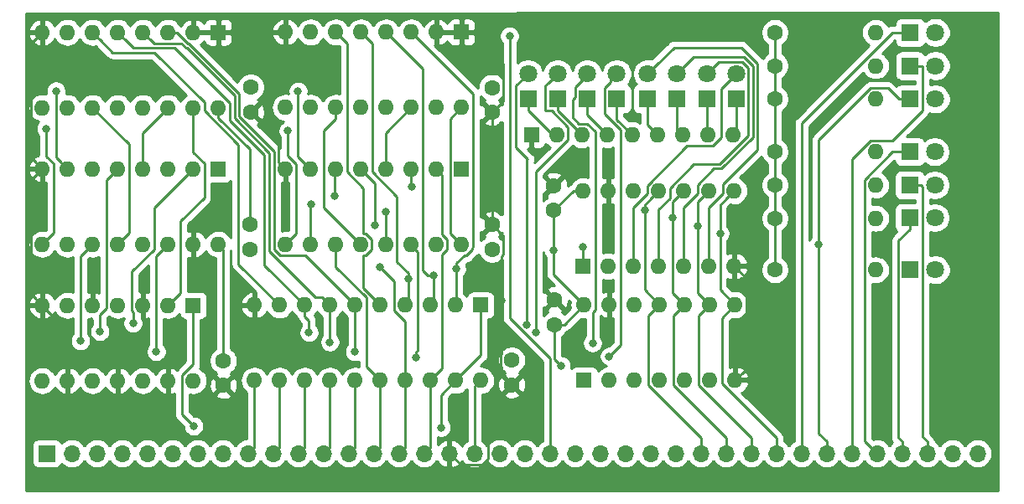
<source format=gbr>
G04 #@! TF.GenerationSoftware,KiCad,Pcbnew,(5.1.4-0-10_14)*
G04 #@! TF.CreationDate,2020-02-11T21:32:02-08:00*
G04 #@! TF.ProjectId,transfer-register-board,7472616e-7366-4657-922d-726567697374,rev?*
G04 #@! TF.SameCoordinates,Original*
G04 #@! TF.FileFunction,Copper,L2,Bot*
G04 #@! TF.FilePolarity,Positive*
%FSLAX46Y46*%
G04 Gerber Fmt 4.6, Leading zero omitted, Abs format (unit mm)*
G04 Created by KiCad (PCBNEW (5.1.4-0-10_14)) date 2020-02-11 21:32:02*
%MOMM*%
%LPD*%
G04 APERTURE LIST*
%ADD10C,1.600000*%
%ADD11O,1.600000X1.600000*%
%ADD12R,1.600000X1.600000*%
%ADD13C,1.800000*%
%ADD14R,1.800000X1.800000*%
%ADD15R,1.700000X1.700000*%
%ADD16O,1.700000X1.700000*%
%ADD17C,0.800000*%
%ADD18C,0.250000*%
%ADD19C,0.254000*%
G04 APERTURE END LIST*
D10*
X125603000Y-103376100D03*
X125603000Y-100876100D03*
X119367300Y-107300400D03*
X119367300Y-104800400D03*
X125691900Y-114907700D03*
X125691900Y-112407700D03*
X121373900Y-118518300D03*
X121373900Y-121018300D03*
X92252800Y-118569100D03*
X92252800Y-121069100D03*
X94907100Y-104802300D03*
X94907100Y-107302300D03*
X119367300Y-90946600D03*
X119367300Y-93446600D03*
X95008700Y-90908500D03*
X95008700Y-93408500D03*
D11*
X143662400Y-95719900D03*
X141122400Y-95719900D03*
X138582400Y-95719900D03*
X136042400Y-95719900D03*
X133502400Y-95719900D03*
X130962400Y-95719900D03*
X128422400Y-95719900D03*
X125882400Y-95719900D03*
D12*
X123342400Y-95719900D03*
D11*
X158102300Y-109385100D03*
D10*
X147942300Y-109385100D03*
D11*
X158102300Y-104178100D03*
D10*
X147942300Y-104178100D03*
D11*
X158102300Y-100812600D03*
D10*
X147942300Y-100812600D03*
D11*
X158102300Y-97447100D03*
D10*
X147942300Y-97447100D03*
D11*
X158102300Y-88747600D03*
D10*
X147942300Y-88747600D03*
D11*
X158102300Y-92113100D03*
D10*
X147942300Y-92113100D03*
D11*
X158102300Y-85382100D03*
D10*
X147942300Y-85382100D03*
D13*
X164071300Y-97447100D03*
D14*
X161531300Y-97447100D03*
D13*
X164071300Y-100812600D03*
D14*
X161531300Y-100812600D03*
D13*
X164071300Y-104114600D03*
D14*
X161531300Y-104114600D03*
D13*
X164134800Y-109385100D03*
D14*
X161594800Y-109385100D03*
D13*
X164134800Y-92113100D03*
D14*
X161594800Y-92113100D03*
D13*
X164134800Y-88747600D03*
D14*
X161594800Y-88747600D03*
D13*
X164134800Y-85382100D03*
D14*
X161594800Y-85382100D03*
D13*
X144030700Y-89547700D03*
D14*
X144030700Y-92087700D03*
D13*
X141046200Y-89547700D03*
D14*
X141046200Y-92087700D03*
D13*
X138061700Y-89547700D03*
D14*
X138061700Y-92087700D03*
D13*
X135077200Y-89547700D03*
D14*
X135077200Y-92087700D03*
D13*
X131965700Y-89547700D03*
D14*
X131965700Y-92087700D03*
D13*
X128981200Y-89547700D03*
D14*
X128981200Y-92087700D03*
D13*
X125996700Y-89547700D03*
D14*
X125996700Y-92087700D03*
D13*
X123012200Y-89547700D03*
D14*
X123012200Y-92087700D03*
D15*
X74422000Y-127952500D03*
D16*
X76962000Y-127952500D03*
X79502000Y-127952500D03*
X82042000Y-127952500D03*
X84582000Y-127952500D03*
X87122000Y-127952500D03*
X89662000Y-127952500D03*
X92202000Y-127952500D03*
X94742000Y-127952500D03*
X97282000Y-127952500D03*
X99822000Y-127952500D03*
X102362000Y-127952500D03*
X104902000Y-127952500D03*
X107442000Y-127952500D03*
X109982000Y-127952500D03*
X112522000Y-127952500D03*
X115062000Y-127952500D03*
X117602000Y-127952500D03*
X120142000Y-127952500D03*
X122682000Y-127952500D03*
X125222000Y-127952500D03*
X127762000Y-127952500D03*
X130302000Y-127952500D03*
X132842000Y-127952500D03*
X135382000Y-127952500D03*
X137922000Y-127952500D03*
X140462000Y-127952500D03*
X143002000Y-127952500D03*
X145542000Y-127952500D03*
X148082000Y-127952500D03*
X150622000Y-127952500D03*
X153162000Y-127952500D03*
X155702000Y-127952500D03*
X158242000Y-127952500D03*
X160782000Y-127952500D03*
X163322000Y-127952500D03*
X165862000Y-127952500D03*
X168402000Y-127952500D03*
D12*
X116268500Y-99199700D03*
D11*
X98488500Y-106819700D03*
X113728500Y-99199700D03*
X101028500Y-106819700D03*
X111188500Y-99199700D03*
X103568500Y-106819700D03*
X108648500Y-99199700D03*
X106108500Y-106819700D03*
X106108500Y-99199700D03*
X108648500Y-106819700D03*
X103568500Y-99199700D03*
X111188500Y-106819700D03*
X101028500Y-99199700D03*
X113728500Y-106819700D03*
X98488500Y-99199700D03*
X116268500Y-106819700D03*
X91732100Y-106794300D03*
X73952100Y-99174300D03*
X89192100Y-106794300D03*
X76492100Y-99174300D03*
X86652100Y-106794300D03*
X79032100Y-99174300D03*
X84112100Y-106794300D03*
X81572100Y-99174300D03*
X81572100Y-106794300D03*
X84112100Y-99174300D03*
X79032100Y-106794300D03*
X86652100Y-99174300D03*
X76492100Y-106794300D03*
X89192100Y-99174300D03*
X73952100Y-106794300D03*
D12*
X91732100Y-99174300D03*
X116293900Y-85344000D03*
D11*
X98513900Y-92964000D03*
X113753900Y-85344000D03*
X101053900Y-92964000D03*
X111213900Y-85344000D03*
X103593900Y-92964000D03*
X108673900Y-85344000D03*
X106133900Y-92964000D03*
X106133900Y-85344000D03*
X108673900Y-92964000D03*
X103593900Y-85344000D03*
X111213900Y-92964000D03*
X101053900Y-85344000D03*
X113753900Y-92964000D03*
X98513900Y-85344000D03*
X116293900Y-92964000D03*
X91732100Y-92989400D03*
X73952100Y-85369400D03*
X89192100Y-92989400D03*
X76492100Y-85369400D03*
X86652100Y-92989400D03*
X79032100Y-85369400D03*
X84112100Y-92989400D03*
X81572100Y-85369400D03*
X81572100Y-92989400D03*
X84112100Y-85369400D03*
X79032100Y-92989400D03*
X86652100Y-85369400D03*
X76492100Y-92989400D03*
X89192100Y-85369400D03*
X73952100Y-92989400D03*
D12*
X91732100Y-85369400D03*
D11*
X128562100Y-101396800D03*
X143802100Y-109016800D03*
X131102100Y-101396800D03*
X141262100Y-109016800D03*
X133642100Y-101396800D03*
X138722100Y-109016800D03*
X136182100Y-101396800D03*
X136182100Y-109016800D03*
X138722100Y-101396800D03*
X133642100Y-109016800D03*
X141262100Y-101396800D03*
X131102100Y-109016800D03*
X143802100Y-101396800D03*
D12*
X128562100Y-109016800D03*
X128663700Y-120535700D03*
D11*
X143903700Y-112915700D03*
X131203700Y-120535700D03*
X141363700Y-112915700D03*
X133743700Y-120535700D03*
X138823700Y-112915700D03*
X136283700Y-120535700D03*
X136283700Y-112915700D03*
X138823700Y-120535700D03*
X133743700Y-112915700D03*
X141363700Y-120535700D03*
X131203700Y-112915700D03*
X143903700Y-120535700D03*
X128663700Y-112915700D03*
D12*
X118237000Y-112953800D03*
D11*
X95377000Y-120573800D03*
X115697000Y-112953800D03*
X97917000Y-120573800D03*
X113157000Y-112953800D03*
X100457000Y-120573800D03*
X110617000Y-112953800D03*
X102997000Y-120573800D03*
X108077000Y-112953800D03*
X105537000Y-120573800D03*
X105537000Y-112953800D03*
X108077000Y-120573800D03*
X102997000Y-112953800D03*
X110617000Y-120573800D03*
X100457000Y-112953800D03*
X113157000Y-120573800D03*
X97917000Y-112953800D03*
X115697000Y-120573800D03*
X95377000Y-112953800D03*
X118237000Y-120573800D03*
D12*
X89204800Y-112979200D03*
D11*
X73964800Y-120599200D03*
X86664800Y-112979200D03*
X76504800Y-120599200D03*
X84124800Y-112979200D03*
X79044800Y-120599200D03*
X81584800Y-112979200D03*
X81584800Y-120599200D03*
X79044800Y-112979200D03*
X84124800Y-120599200D03*
X76504800Y-112979200D03*
X86664800Y-120599200D03*
X73964800Y-112979200D03*
X89204800Y-120599200D03*
D17*
X85471000Y-117652800D03*
X77812902Y-116573300D03*
X79781400Y-115620800D03*
X83121500Y-114782600D03*
X111671100Y-118275100D03*
X108064300Y-109118400D03*
X107523499Y-104909401D03*
X98488500Y-104368600D03*
X119367300Y-96037400D03*
X119367300Y-100076000D03*
X120357900Y-112509300D03*
X131102100Y-99225100D03*
X127285750Y-99193350D03*
X125590300Y-107454700D03*
X126345950Y-119081550D03*
X89242900Y-125183900D03*
X121145300Y-85737700D03*
X134767101Y-103332499D03*
X111264700Y-101015800D03*
X137597099Y-104096601D03*
X103441500Y-101930200D03*
X140137099Y-104960201D03*
X101117400Y-102755700D03*
X142387101Y-105707399D03*
X108686600Y-103517704D03*
X114236500Y-125336300D03*
X128562100Y-107086400D03*
X152349200Y-106781600D03*
X98780600Y-95313500D03*
X99796600Y-91325700D03*
X75349100Y-91287600D03*
X74333100Y-95097600D03*
X122885198Y-114935002D03*
X100888800Y-115722400D03*
X123799600Y-115722400D03*
X102997000Y-116700300D03*
X129527300Y-116789200D03*
X105498900Y-117678200D03*
X131203700Y-118135400D03*
X110902750Y-110305850D03*
X113449100Y-109956600D03*
X115798600Y-109283500D03*
D18*
X95377000Y-127317500D02*
X94742000Y-127952500D01*
X95377000Y-120573800D02*
X95377000Y-127317500D01*
X85471000Y-107975400D02*
X86652100Y-106794300D01*
X85471000Y-117652800D02*
X85471000Y-107975400D01*
X97917000Y-127317500D02*
X97282000Y-127952500D01*
X97917000Y-120573800D02*
X97917000Y-127317500D01*
X77812902Y-108013498D02*
X79032100Y-106794300D01*
X77812902Y-116573300D02*
X77812902Y-108013498D01*
X100457000Y-127317500D02*
X99822000Y-127952500D01*
X100457000Y-120573800D02*
X100457000Y-127317500D01*
X80772101Y-99974299D02*
X81572100Y-99174300D01*
X79781400Y-113907602D02*
X80447099Y-113241903D01*
X80447099Y-100299301D02*
X80772101Y-99974299D01*
X80447099Y-113241903D02*
X80447099Y-100299301D01*
X79781400Y-115620800D02*
X79781400Y-113907602D01*
X102997000Y-127317500D02*
X102362000Y-127952500D01*
X102997000Y-120573800D02*
X102997000Y-127317500D01*
X88392101Y-99974299D02*
X89192100Y-99174300D01*
X85237101Y-107334301D02*
X85237101Y-103129299D01*
X85237101Y-103129299D02*
X88392101Y-99974299D01*
X82999799Y-109571603D02*
X85237101Y-107334301D01*
X82999799Y-113519201D02*
X82999799Y-109571603D01*
X83121500Y-113640902D02*
X82999799Y-113519201D01*
X83121500Y-114782600D02*
X83121500Y-113640902D01*
X105537000Y-127317500D02*
X104902000Y-127952500D01*
X105537000Y-120573800D02*
X105537000Y-127317500D01*
X111188500Y-106921300D02*
X111188500Y-106819700D01*
X111888891Y-107621691D02*
X111188500Y-106921300D01*
X111888891Y-117491624D02*
X111888891Y-107621691D01*
X111671100Y-117709415D02*
X111888891Y-117491624D01*
X111671100Y-118275100D02*
X111671100Y-117709415D01*
X108077000Y-127317500D02*
X107442000Y-127952500D01*
X108077000Y-120573800D02*
X108077000Y-127317500D01*
X103568500Y-109081710D02*
X106662001Y-112175211D01*
X106662001Y-112175211D02*
X106662001Y-119158801D01*
X106662001Y-119158801D02*
X107277001Y-119773801D01*
X103568500Y-106819700D02*
X103568500Y-109081710D01*
X107277001Y-119773801D02*
X108077000Y-120573800D01*
X110617000Y-127317500D02*
X109982000Y-127952500D01*
X110617000Y-120573800D02*
X110617000Y-127317500D01*
X109491999Y-113493801D02*
X109491999Y-110546099D01*
X110617000Y-114618802D02*
X109491999Y-113493801D01*
X110617000Y-120573800D02*
X110617000Y-114618802D01*
X109491999Y-110546099D02*
X108064300Y-109118400D01*
X108064300Y-109118400D02*
X108064300Y-109118400D01*
X107523499Y-100614699D02*
X106108500Y-99199700D01*
X107523499Y-104909401D02*
X107523499Y-100614699D01*
X113157000Y-127317500D02*
X112522000Y-127952500D01*
X113157000Y-120573800D02*
X113157000Y-127317500D01*
X114338100Y-99809300D02*
X113728500Y-99199700D01*
X114338100Y-105764298D02*
X114338100Y-99809300D01*
X114853501Y-106279699D02*
X114338100Y-105764298D01*
X114853501Y-107359701D02*
X114853501Y-106279699D01*
X114338100Y-107875102D02*
X114853501Y-107359701D01*
X114338100Y-119392700D02*
X114338100Y-107875102D01*
X113157000Y-120573800D02*
X114338100Y-119392700D01*
X76504800Y-115519200D02*
X76504800Y-120599200D01*
X73964800Y-112979200D02*
X76504800Y-115519200D01*
X73152101Y-98374301D02*
X73952100Y-99174300D01*
X72827099Y-98049299D02*
X73152101Y-98374301D01*
X72827099Y-86494401D02*
X72827099Y-98049299D01*
X73952100Y-85369400D02*
X72827099Y-86494401D01*
X73164801Y-112179201D02*
X73964800Y-112979200D01*
X72827099Y-111841499D02*
X73164801Y-112179201D01*
X72827099Y-100299301D02*
X72827099Y-111841499D01*
X73952100Y-99174300D02*
X72827099Y-100299301D01*
X144703699Y-119735701D02*
X143903700Y-120535700D01*
X145028701Y-119410699D02*
X144703699Y-119735701D01*
X145028701Y-110243401D02*
X145028701Y-119410699D01*
X143802100Y-109016800D02*
X145028701Y-110243401D01*
X120167299Y-92646601D02*
X119367300Y-93446600D01*
X120492301Y-92321599D02*
X120167299Y-92646601D01*
X120492301Y-88492401D02*
X120492301Y-92321599D01*
X117343900Y-85344000D02*
X120492301Y-88492401D01*
X116293900Y-85344000D02*
X117343900Y-85344000D01*
X98513900Y-89903300D02*
X95008700Y-93408500D01*
X98513900Y-85344000D02*
X98513900Y-89903300D01*
X97795510Y-98506710D02*
X98488500Y-99199700D01*
X97795510Y-96195310D02*
X97795510Y-98506710D01*
X95008700Y-93408500D02*
X97795510Y-96195310D01*
X98488500Y-99199700D02*
X98488500Y-104368600D01*
X98488500Y-104368600D02*
X98488500Y-104368600D01*
X119367300Y-93446600D02*
X119367300Y-96037400D01*
X119367300Y-96037400D02*
X119367300Y-100076000D01*
X119367300Y-100076000D02*
X119367300Y-104800400D01*
X120573901Y-121818299D02*
X121373900Y-121018300D01*
X118966999Y-123425201D02*
X120573901Y-121818299D01*
X118966999Y-128454401D02*
X118966999Y-123425201D01*
X116237001Y-129127501D02*
X118293899Y-129127501D01*
X118293899Y-129127501D02*
X118966999Y-128454401D01*
X115062000Y-127952500D02*
X116237001Y-129127501D01*
X120492301Y-105925401D02*
X120167299Y-105600399D01*
X120357900Y-107974802D02*
X120492301Y-107840401D01*
X120357900Y-117869298D02*
X120357900Y-112509300D01*
X120492301Y-107840401D02*
X120492301Y-105925401D01*
X120248899Y-119058301D02*
X120248899Y-117978299D01*
X120167299Y-105600399D02*
X119367300Y-104800400D01*
X120248899Y-117978299D02*
X120357900Y-117869298D01*
X120357900Y-119167302D02*
X120248899Y-119058301D01*
X120357900Y-120002300D02*
X120357900Y-119167302D01*
X121373900Y-121018300D02*
X120357900Y-120002300D01*
X120357900Y-112509300D02*
X120357900Y-107974802D01*
X131102100Y-101396800D02*
X131102100Y-99225100D01*
X131102100Y-99225100D02*
X131102100Y-99225100D01*
X125603000Y-100876100D02*
X126402999Y-100076101D01*
X126402999Y-100076101D02*
X127285750Y-99193350D01*
X127285750Y-99193350D02*
X127317500Y-99161600D01*
X117602000Y-121208800D02*
X118237000Y-120573800D01*
X117602000Y-127952500D02*
X117602000Y-121208800D01*
X147942300Y-86513470D02*
X147942300Y-88747600D01*
X147942300Y-85382100D02*
X147942300Y-86513470D01*
X147942300Y-88747600D02*
X147942300Y-92113100D01*
X147942300Y-93244470D02*
X147942300Y-97447100D01*
X147942300Y-92113100D02*
X147942300Y-93244470D01*
X147942300Y-97447100D02*
X147942300Y-100812600D01*
X147942300Y-100812600D02*
X147942300Y-104178100D01*
X147942300Y-104178100D02*
X147942300Y-109385100D01*
X92252800Y-107315000D02*
X91732100Y-106794300D01*
X92252800Y-118569100D02*
X92252800Y-107315000D01*
X91732100Y-94017992D02*
X91732100Y-92989400D01*
X94907100Y-97192992D02*
X91732100Y-94017992D01*
X94907100Y-104802300D02*
X94907100Y-97192992D01*
X115468501Y-106019701D02*
X116268500Y-106819700D01*
X115143499Y-105694699D02*
X115468501Y-106019701D01*
X115143499Y-94114401D02*
X115143499Y-105694699D01*
X116293900Y-92964000D02*
X115143499Y-94114401D01*
X125603000Y-108800900D02*
X125603000Y-108800900D01*
X125603000Y-107442000D02*
X125590300Y-107454700D01*
X125603000Y-103376100D02*
X125603000Y-107442000D01*
X125590300Y-109842300D02*
X128663700Y-112915700D01*
X125590300Y-107454700D02*
X125590300Y-109842300D01*
X126671700Y-114907700D02*
X125691900Y-114907700D01*
X128663700Y-112915700D02*
X126671700Y-114907700D01*
X125691900Y-114907700D02*
X125691900Y-118427500D01*
X125691900Y-118427500D02*
X126345950Y-119081550D01*
X126345950Y-119081550D02*
X126479300Y-119214900D01*
X127582300Y-101396800D02*
X128562100Y-101396800D01*
X125603000Y-103376100D02*
X127582300Y-101396800D01*
X88079799Y-124020799D02*
X88842901Y-124783901D01*
X88079799Y-120059199D02*
X88079799Y-124020799D01*
X88842901Y-124783901D02*
X89242900Y-125183900D01*
X89204800Y-118934198D02*
X88079799Y-120059199D01*
X89204800Y-112979200D02*
X89204800Y-118934198D01*
X121145300Y-114268106D02*
X121145300Y-86303385D01*
X121145300Y-86303385D02*
X121145300Y-85737700D01*
X125222000Y-127952500D02*
X125222000Y-118344806D01*
X125222000Y-118344806D02*
X121145300Y-114268106D01*
X135483701Y-113715699D02*
X136283700Y-112915700D01*
X135158699Y-121075701D02*
X135158699Y-114040701D01*
X140462000Y-126379002D02*
X135158699Y-121075701D01*
X135158699Y-114040701D02*
X135483701Y-113715699D01*
X140462000Y-127952500D02*
X140462000Y-126379002D01*
X135382101Y-102196799D02*
X136182100Y-101396800D01*
X134767101Y-102811799D02*
X135382101Y-102196799D01*
X134767101Y-111399101D02*
X134767101Y-103332499D01*
X136283700Y-112915700D02*
X134767101Y-111399101D01*
X134767101Y-103332499D02*
X134767101Y-102811799D01*
X111188500Y-100939600D02*
X111264700Y-101015800D01*
X111188500Y-99199700D02*
X111188500Y-100939600D01*
X137698699Y-114040701D02*
X138023701Y-113715699D01*
X143002000Y-126379002D02*
X137698699Y-121075701D01*
X138023701Y-113715699D02*
X138823700Y-112915700D01*
X137698699Y-121075701D02*
X137698699Y-114040701D01*
X143002000Y-127952500D02*
X143002000Y-126379002D01*
X137597099Y-102521801D02*
X137922101Y-102196799D01*
X137597099Y-111689099D02*
X137597099Y-104096601D01*
X137922101Y-102196799D02*
X138722100Y-101396800D01*
X138823700Y-112915700D02*
X137597099Y-111689099D01*
X137597099Y-104096601D02*
X137597099Y-102521801D01*
X103441500Y-99326700D02*
X103568500Y-99199700D01*
X103441500Y-101930200D02*
X103441500Y-99326700D01*
X140238699Y-114040701D02*
X140563701Y-113715699D01*
X140563701Y-113715699D02*
X141363700Y-112915700D01*
X140238699Y-121075701D02*
X140238699Y-114040701D01*
X145542000Y-126379002D02*
X140238699Y-121075701D01*
X145542000Y-127952500D02*
X145542000Y-126379002D01*
X140462101Y-102196799D02*
X141262100Y-101396800D01*
X140137099Y-102521801D02*
X140462101Y-102196799D01*
X140137099Y-111689099D02*
X140137099Y-104960201D01*
X141363700Y-112915700D02*
X140137099Y-111689099D01*
X140137099Y-104960201D02*
X140137099Y-102521801D01*
X101028500Y-106819700D02*
X101028500Y-102844600D01*
X101028500Y-102844600D02*
X101117400Y-102755700D01*
X148082000Y-126379002D02*
X142570200Y-120867202D01*
X148082000Y-127952500D02*
X148082000Y-126379002D01*
X142570200Y-114249200D02*
X143903700Y-112915700D01*
X142570200Y-120867202D02*
X142570200Y-114249200D01*
X142387101Y-102811799D02*
X143002101Y-102196799D01*
X143002101Y-102196799D02*
X143802100Y-101396800D01*
X142387101Y-111399101D02*
X142387101Y-105707399D01*
X143903700Y-112915700D02*
X142387101Y-111399101D01*
X142387101Y-105707399D02*
X142387101Y-102811799D01*
X108648500Y-103555804D02*
X108686600Y-103517704D01*
X108648500Y-106819700D02*
X108648500Y-103555804D01*
X159802798Y-85382100D02*
X150609300Y-94575598D01*
X161594800Y-85382100D02*
X159802798Y-85382100D01*
X150622000Y-94588298D02*
X150622000Y-127952500D01*
X150609300Y-94575598D02*
X150622000Y-94588298D01*
X118237000Y-114003800D02*
X118237000Y-112953800D01*
X118237000Y-118033800D02*
X118237000Y-114003800D01*
X115697000Y-120573800D02*
X118237000Y-118033800D01*
X114236500Y-122034300D02*
X115697000Y-120573800D01*
X114236500Y-125336300D02*
X114236500Y-122034300D01*
X153162000Y-126750419D02*
X152349200Y-125937619D01*
X153162000Y-127952500D02*
X153162000Y-126750419D01*
X160444800Y-92113100D02*
X161594800Y-92113100D01*
X159319799Y-90988099D02*
X160444800Y-92113100D01*
X152349200Y-96201198D02*
X157562299Y-90988099D01*
X157562299Y-90988099D02*
X159319799Y-90988099D01*
X152349200Y-125937619D02*
X152349200Y-106781600D01*
X128562100Y-109016800D02*
X128562100Y-107966800D01*
X128562100Y-107966800D02*
X128562100Y-107086400D01*
X128562100Y-107086400D02*
X128562100Y-107086400D01*
X152349200Y-106781600D02*
X152349200Y-96201198D01*
X155702000Y-126750419D02*
X155702000Y-127952500D01*
X155702000Y-98182398D02*
X155702000Y-126750419D01*
X157562299Y-96322099D02*
X155702000Y-98182398D01*
X159770803Y-96322099D02*
X157562299Y-96322099D01*
X162819801Y-93273101D02*
X159770803Y-96322099D01*
X162819801Y-88822601D02*
X162819801Y-93273101D01*
X162744800Y-88747600D02*
X162819801Y-88822601D01*
X161594800Y-88747600D02*
X162744800Y-88747600D01*
X157392001Y-127102501D02*
X158242000Y-127952500D01*
X156977299Y-100272599D02*
X156977299Y-126687799D01*
X156977299Y-126687799D02*
X157392001Y-127102501D01*
X159802798Y-97447100D02*
X156977299Y-100272599D01*
X161531300Y-97447100D02*
X159802798Y-97447100D01*
X160369799Y-126338218D02*
X160782000Y-126750419D01*
X160369799Y-106426101D02*
X160369799Y-126338218D01*
X161531300Y-105264600D02*
X160369799Y-106426101D01*
X160782000Y-126750419D02*
X160782000Y-127952500D01*
X161531300Y-104114600D02*
X161531300Y-105264600D01*
X163322000Y-126750419D02*
X163322000Y-127952500D01*
X162846299Y-126274718D02*
X163322000Y-126750419D01*
X162846299Y-100977599D02*
X162846299Y-126274718D01*
X162681300Y-100812600D02*
X162846299Y-100977599D01*
X161531300Y-100812600D02*
X162681300Y-100812600D01*
X99288499Y-106019701D02*
X98488500Y-106819700D01*
X99613501Y-105694699D02*
X99288499Y-106019701D01*
X99613501Y-98659699D02*
X99613501Y-105694699D01*
X98780600Y-97826798D02*
X99613501Y-98659699D01*
X98780600Y-95313500D02*
X98780600Y-97826798D01*
X108648500Y-95529400D02*
X108648500Y-99199700D01*
X111213900Y-92964000D02*
X108648500Y-95529400D01*
X102362000Y-103073200D02*
X105308501Y-106019701D01*
X105308501Y-106019701D02*
X106108500Y-106819700D01*
X102362000Y-95327270D02*
X102362000Y-103073200D01*
X103593900Y-94095370D02*
X102362000Y-95327270D01*
X103593900Y-92964000D02*
X103593900Y-94095370D01*
X99796600Y-97967800D02*
X101028500Y-99199700D01*
X99796600Y-91325700D02*
X99796600Y-97967800D01*
X75349100Y-98031300D02*
X75692101Y-98374301D01*
X75692101Y-98374301D02*
X76492100Y-99174300D01*
X75349100Y-91287600D02*
X75349100Y-98031300D01*
X82372099Y-105994301D02*
X81572100Y-106794300D01*
X82697101Y-105669299D02*
X82372099Y-105994301D01*
X82697101Y-96654401D02*
X82697101Y-105669299D01*
X79032100Y-92989400D02*
X82697101Y-96654401D01*
X84112100Y-95529400D02*
X84112100Y-99174300D01*
X86652100Y-92989400D02*
X84112100Y-95529400D01*
X74752099Y-105994301D02*
X73952100Y-106794300D01*
X75077101Y-105669299D02*
X74752099Y-105994301D01*
X74333100Y-97890298D02*
X75077101Y-98634299D01*
X75077101Y-98634299D02*
X75077101Y-105669299D01*
X74333100Y-95097600D02*
X74333100Y-97890298D01*
X87464799Y-112179201D02*
X86664800Y-112979200D01*
X87922100Y-104482900D02*
X87922100Y-111721900D01*
X89192100Y-92989400D02*
X89192100Y-97509298D01*
X90317101Y-102087899D02*
X87922100Y-104482900D01*
X90317101Y-98634299D02*
X90317101Y-102087899D01*
X87922100Y-111721900D02*
X87464799Y-112179201D01*
X89192100Y-97509298D02*
X90317101Y-98634299D01*
X121787199Y-90772701D02*
X121787199Y-97022199D01*
X123012200Y-89547700D02*
X121787199Y-90772701D01*
X121787199Y-97022199D02*
X122974100Y-98209100D01*
X122885198Y-98298002D02*
X122885198Y-114935002D01*
X122974100Y-98209100D02*
X122885198Y-98298002D01*
X85262123Y-87394421D02*
X81057121Y-87394421D01*
X79832099Y-86169399D02*
X79032100Y-85369400D01*
X90317101Y-92449399D02*
X85262123Y-87394421D01*
X81057121Y-87394421D02*
X79832099Y-86169399D01*
X90317101Y-93239403D02*
X90317101Y-92449399D01*
X93782099Y-96704401D02*
X90317101Y-93239403D01*
X93782099Y-108818899D02*
X93782099Y-96704401D01*
X97917000Y-112953800D02*
X93782099Y-108818899D01*
X125494400Y-95719900D02*
X125882400Y-95719900D01*
X123012200Y-93237700D02*
X125494400Y-95719900D01*
X123012200Y-92087700D02*
X123012200Y-93237700D01*
X100457000Y-114085170D02*
X100888800Y-114516970D01*
X100457000Y-112953800D02*
X100457000Y-114085170D01*
X100888800Y-114516970D02*
X100888800Y-115722400D01*
X100888800Y-115722400D02*
X100888800Y-115722400D01*
X125096701Y-90447699D02*
X125996700Y-89547700D01*
X124771699Y-93247701D02*
X124771699Y-90772701D01*
X123799600Y-115722400D02*
X123799600Y-99467702D01*
X125378791Y-93312701D02*
X124836699Y-93312701D01*
X127007401Y-94941311D02*
X125378791Y-93312701D01*
X127007401Y-96259901D02*
X127007401Y-94941311D01*
X124771699Y-90772701D02*
X125096701Y-90447699D01*
X124836699Y-93312701D02*
X124771699Y-93247701D01*
X123799600Y-99467702D02*
X127007401Y-96259901D01*
X82372099Y-86169399D02*
X81572100Y-85369400D01*
X87352113Y-86944411D02*
X83147111Y-86944411D01*
X92920390Y-94258012D02*
X92920390Y-92512688D01*
X96405700Y-97743322D02*
X92920390Y-94258012D01*
X100457000Y-112953800D02*
X96405700Y-108902500D01*
X92920390Y-92512688D02*
X87352113Y-86944411D01*
X83147111Y-86944411D02*
X82372099Y-86169399D01*
X96405700Y-108902500D02*
X96405700Y-97743322D01*
X125996700Y-93294200D02*
X128422400Y-95719900D01*
X125996700Y-92087700D02*
X125996700Y-93294200D01*
X102997000Y-112953800D02*
X102997000Y-116700300D01*
X102997000Y-116700300D02*
X102997000Y-116700300D01*
X128981200Y-89702698D02*
X128981200Y-89547700D01*
X127533400Y-92151200D02*
X127756199Y-91928401D01*
X128148299Y-94594899D02*
X127533400Y-93980000D01*
X127533400Y-93980000D02*
X127533400Y-92151200D01*
X128962401Y-94594899D02*
X128148299Y-94594899D01*
X129788701Y-95421199D02*
X128962401Y-94594899D01*
X129788701Y-113455701D02*
X129788701Y-95421199D01*
X127756199Y-90927699D02*
X128981200Y-89702698D01*
X129527300Y-113717102D02*
X129788701Y-113455701D01*
X127756199Y-91928401D02*
X127756199Y-90927699D01*
X129527300Y-116789200D02*
X129527300Y-113717102D01*
X88015689Y-86494401D02*
X85237101Y-86494401D01*
X88465699Y-86944412D02*
X88015689Y-86494401D01*
X93370400Y-94071612D02*
X93370400Y-91757500D01*
X88557312Y-86944412D02*
X88465699Y-86944412D01*
X96875600Y-97576812D02*
X93370400Y-94071612D01*
X96875600Y-107508212D02*
X96875600Y-97576812D01*
X85237101Y-86494401D02*
X84912099Y-86169399D01*
X102197001Y-112153801D02*
X101521189Y-112153801D01*
X102997000Y-112953800D02*
X102197001Y-112153801D01*
X84912099Y-86169399D02*
X84112100Y-85369400D01*
X101521189Y-112153801D02*
X96875600Y-107508212D01*
X93370400Y-91757500D02*
X88557312Y-86944412D01*
X128981200Y-93738700D02*
X130962400Y-95719900D01*
X128981200Y-92087700D02*
X128981200Y-93738700D01*
X105537000Y-114085170D02*
X105498900Y-114123270D01*
X105537000Y-112953800D02*
X105537000Y-114085170D01*
X105498900Y-114123270D02*
X105498900Y-117678200D01*
X105498900Y-117678200D02*
X105498900Y-117678200D01*
X131318000Y-90411300D02*
X131318000Y-90195400D01*
X131318000Y-90195400D02*
X131965700Y-89547700D01*
X132328701Y-95182611D02*
X130740699Y-93594609D01*
X132328701Y-117010399D02*
X132328701Y-95182611D01*
X131203700Y-118135400D02*
X132328701Y-117010399D01*
X130740699Y-90988601D02*
X131318000Y-90411300D01*
X130740699Y-93594609D02*
X130740699Y-90988601D01*
X100527901Y-107944701D02*
X97948499Y-107944701D01*
X105537000Y-112953800D02*
X100527901Y-107944701D01*
X87527098Y-85369400D02*
X86652100Y-85369400D01*
X88743712Y-86494401D02*
X88652099Y-86494401D01*
X93820411Y-91571100D02*
X88743712Y-86494401D01*
X97948499Y-107944701D02*
X97345500Y-107341702D01*
X93820411Y-93885213D02*
X93820411Y-91571100D01*
X88652099Y-86494401D02*
X87527098Y-85369400D01*
X97345500Y-107341702D02*
X97345500Y-97410302D01*
X97345500Y-97410302D02*
X93820411Y-93885213D01*
X131965700Y-94183200D02*
X133502400Y-95719900D01*
X131965700Y-92087700D02*
X131965700Y-94183200D01*
X144551400Y-86893400D02*
X137731500Y-86893400D01*
X142677099Y-100718401D02*
X146164300Y-97231200D01*
X146164300Y-97231200D02*
X146164300Y-88506300D01*
X137731500Y-86893400D02*
X135977199Y-88647701D01*
X146164300Y-88506300D02*
X144551400Y-86893400D01*
X142677099Y-101646803D02*
X142677099Y-100718401D01*
X141262100Y-103061802D02*
X142677099Y-101646803D01*
X135977199Y-88647701D02*
X135077200Y-89547700D01*
X141262100Y-109016800D02*
X141262100Y-103061802D01*
X104393899Y-86143999D02*
X103593900Y-85344000D01*
X106648501Y-105694699D02*
X106387900Y-105694699D01*
X104718901Y-99448401D02*
X104718901Y-86469001D01*
X106387900Y-105694699D02*
X106387900Y-101117400D01*
X107233501Y-107359701D02*
X107233501Y-106279699D01*
X106387900Y-107944701D02*
X106648501Y-107944701D01*
X108077000Y-112953800D02*
X106387900Y-111264700D01*
X106387900Y-101117400D02*
X104718901Y-99448401D01*
X106648501Y-107944701D02*
X107233501Y-107359701D01*
X104718901Y-86469001D02*
X104393899Y-86143999D01*
X107233501Y-106279699D02*
X106648501Y-105694699D01*
X106387900Y-111264700D02*
X106387900Y-107944701D01*
X135077200Y-94754700D02*
X136042400Y-95719900D01*
X135077200Y-92087700D02*
X135077200Y-94754700D01*
X138961699Y-88647701D02*
X138061700Y-89547700D01*
X139736711Y-87872689D02*
X138961699Y-88647701D01*
X144805101Y-87872689D02*
X139736711Y-87872689D01*
X145705711Y-95978001D02*
X145705710Y-88773298D01*
X142529303Y-99154409D02*
X145705711Y-95978001D01*
X141751890Y-99154410D02*
X142529303Y-99154409D01*
X140137099Y-100769201D02*
X141751890Y-99154410D01*
X145705710Y-88773298D02*
X144805101Y-87872689D01*
X138722100Y-103061802D02*
X140137099Y-101646803D01*
X140137099Y-101646803D02*
X140137099Y-100769201D01*
X138722100Y-109016800D02*
X138722100Y-103061802D01*
X110902750Y-112668050D02*
X110617000Y-112953800D01*
X110902750Y-110305850D02*
X110902750Y-112668050D01*
X107258901Y-86469001D02*
X106933899Y-86143999D01*
X107258901Y-99475103D02*
X107258901Y-86469001D01*
X109773501Y-108610916D02*
X109773501Y-101989703D01*
X106933899Y-86143999D02*
X106133900Y-85344000D01*
X109773501Y-101989703D02*
X107258901Y-99475103D01*
X110902750Y-109740165D02*
X109773501Y-108610916D01*
X110902750Y-110305850D02*
X110902750Y-109740165D01*
X138061700Y-95199200D02*
X138582400Y-95719900D01*
X138061700Y-92087700D02*
X138061700Y-95199200D01*
X136182100Y-107885430D02*
X136182100Y-109016800D01*
X137307101Y-101146797D02*
X137307101Y-102175389D01*
X139749498Y-98704400D02*
X137307101Y-101146797D01*
X142342902Y-98704400D02*
X139749498Y-98704400D01*
X137307101Y-102175389D02*
X136182100Y-103300390D01*
X145255701Y-95791601D02*
X142342902Y-98704400D01*
X136182100Y-103300390D02*
X136182100Y-107885430D01*
X144618701Y-88322699D02*
X145255701Y-88959699D01*
X145255701Y-88959699D02*
X145255701Y-95791601D01*
X142271201Y-88322699D02*
X144618701Y-88322699D01*
X141046200Y-89547700D02*
X142271201Y-88322699D01*
X113449100Y-112661700D02*
X113157000Y-112953800D01*
X113449100Y-109956600D02*
X113449100Y-112661700D01*
X112338901Y-109412086D02*
X112338901Y-89009001D01*
X109473899Y-86143999D02*
X108673900Y-85344000D01*
X112883415Y-109956600D02*
X112338901Y-109412086D01*
X112338901Y-89009001D02*
X109473899Y-86143999D01*
X113449100Y-109956600D02*
X112883415Y-109956600D01*
X141046200Y-95643700D02*
X141122400Y-95719900D01*
X141046200Y-92087700D02*
X141046200Y-95643700D01*
X143130701Y-90447699D02*
X144030700Y-89547700D01*
X142537399Y-95969903D02*
X142537399Y-91041001D01*
X141662401Y-96844901D02*
X142537399Y-95969903D01*
X142537399Y-91041001D02*
X143130701Y-90447699D01*
X135057099Y-100856799D02*
X139068997Y-96844901D01*
X135057099Y-101646803D02*
X135057099Y-100856799D01*
X133642100Y-103061802D02*
X135057099Y-101646803D01*
X139068997Y-96844901D02*
X141662401Y-96844901D01*
X133642100Y-109016800D02*
X133642100Y-103061802D01*
X115798600Y-112852200D02*
X115697000Y-112953800D01*
X115798600Y-109283500D02*
X115798600Y-112852200D01*
X117475000Y-107041415D02*
X117475000Y-91605100D01*
X117393501Y-107122914D02*
X117475000Y-107041415D01*
X116571714Y-107944701D02*
X116808501Y-107944701D01*
X112013899Y-86143999D02*
X111213900Y-85344000D01*
X117475000Y-91605100D02*
X112013899Y-86143999D01*
X117393501Y-107359701D02*
X117393501Y-107122914D01*
X116808501Y-107944701D02*
X117393501Y-107359701D01*
X115798600Y-108717815D02*
X116571714Y-107944701D01*
X115798600Y-109283500D02*
X115798600Y-108717815D01*
X144030700Y-95351600D02*
X143662400Y-95719900D01*
X144030700Y-92087700D02*
X144030700Y-95351600D01*
D19*
G36*
X170485201Y-131674337D02*
G01*
X72288506Y-131724463D01*
X72297050Y-120599200D01*
X72522857Y-120599200D01*
X72550564Y-120880509D01*
X72632618Y-121151008D01*
X72765868Y-121400301D01*
X72945192Y-121618808D01*
X73163699Y-121798132D01*
X73412992Y-121931382D01*
X73683491Y-122013436D01*
X73894308Y-122034200D01*
X74035292Y-122034200D01*
X74246109Y-122013436D01*
X74516608Y-121931382D01*
X74765901Y-121798132D01*
X74984408Y-121618808D01*
X75163732Y-121400301D01*
X75237379Y-121262518D01*
X75352415Y-121454331D01*
X75541386Y-121662719D01*
X75767380Y-121830237D01*
X76021713Y-121950446D01*
X76155761Y-121991104D01*
X76377800Y-121869115D01*
X76377800Y-120726200D01*
X76357800Y-120726200D01*
X76357800Y-120472200D01*
X76377800Y-120472200D01*
X76377800Y-119329285D01*
X76631800Y-119329285D01*
X76631800Y-120472200D01*
X76651800Y-120472200D01*
X76651800Y-120726200D01*
X76631800Y-120726200D01*
X76631800Y-121869115D01*
X76853839Y-121991104D01*
X76987887Y-121950446D01*
X77242220Y-121830237D01*
X77468214Y-121662719D01*
X77657185Y-121454331D01*
X77772221Y-121262518D01*
X77845868Y-121400301D01*
X78025192Y-121618808D01*
X78243699Y-121798132D01*
X78492992Y-121931382D01*
X78763491Y-122013436D01*
X78974308Y-122034200D01*
X79115292Y-122034200D01*
X79326109Y-122013436D01*
X79596608Y-121931382D01*
X79845901Y-121798132D01*
X80064408Y-121618808D01*
X80243732Y-121400301D01*
X80317379Y-121262518D01*
X80432415Y-121454331D01*
X80621386Y-121662719D01*
X80847380Y-121830237D01*
X81101713Y-121950446D01*
X81235761Y-121991104D01*
X81457800Y-121869115D01*
X81457800Y-120726200D01*
X81437800Y-120726200D01*
X81437800Y-120472200D01*
X81457800Y-120472200D01*
X81457800Y-119329285D01*
X81711800Y-119329285D01*
X81711800Y-120472200D01*
X81731800Y-120472200D01*
X81731800Y-120726200D01*
X81711800Y-120726200D01*
X81711800Y-121869115D01*
X81933839Y-121991104D01*
X82067887Y-121950446D01*
X82322220Y-121830237D01*
X82548214Y-121662719D01*
X82737185Y-121454331D01*
X82852221Y-121262518D01*
X82925868Y-121400301D01*
X83105192Y-121618808D01*
X83323699Y-121798132D01*
X83572992Y-121931382D01*
X83843491Y-122013436D01*
X84054308Y-122034200D01*
X84195292Y-122034200D01*
X84406109Y-122013436D01*
X84676608Y-121931382D01*
X84925901Y-121798132D01*
X85144408Y-121618808D01*
X85323732Y-121400301D01*
X85397379Y-121262518D01*
X85512415Y-121454331D01*
X85701386Y-121662719D01*
X85927380Y-121830237D01*
X86181713Y-121950446D01*
X86315761Y-121991104D01*
X86537800Y-121869115D01*
X86537800Y-120726200D01*
X86517800Y-120726200D01*
X86517800Y-120472200D01*
X86537800Y-120472200D01*
X86537800Y-119329285D01*
X86315761Y-119207296D01*
X86181713Y-119247954D01*
X85927380Y-119368163D01*
X85701386Y-119535681D01*
X85512415Y-119744069D01*
X85397379Y-119935882D01*
X85323732Y-119798099D01*
X85144408Y-119579592D01*
X84925901Y-119400268D01*
X84676608Y-119267018D01*
X84406109Y-119184964D01*
X84195292Y-119164200D01*
X84054308Y-119164200D01*
X83843491Y-119184964D01*
X83572992Y-119267018D01*
X83323699Y-119400268D01*
X83105192Y-119579592D01*
X82925868Y-119798099D01*
X82852221Y-119935882D01*
X82737185Y-119744069D01*
X82548214Y-119535681D01*
X82322220Y-119368163D01*
X82067887Y-119247954D01*
X81933839Y-119207296D01*
X81711800Y-119329285D01*
X81457800Y-119329285D01*
X81235761Y-119207296D01*
X81101713Y-119247954D01*
X80847380Y-119368163D01*
X80621386Y-119535681D01*
X80432415Y-119744069D01*
X80317379Y-119935882D01*
X80243732Y-119798099D01*
X80064408Y-119579592D01*
X79845901Y-119400268D01*
X79596608Y-119267018D01*
X79326109Y-119184964D01*
X79115292Y-119164200D01*
X78974308Y-119164200D01*
X78763491Y-119184964D01*
X78492992Y-119267018D01*
X78243699Y-119400268D01*
X78025192Y-119579592D01*
X77845868Y-119798099D01*
X77772221Y-119935882D01*
X77657185Y-119744069D01*
X77468214Y-119535681D01*
X77242220Y-119368163D01*
X76987887Y-119247954D01*
X76853839Y-119207296D01*
X76631800Y-119329285D01*
X76377800Y-119329285D01*
X76155761Y-119207296D01*
X76021713Y-119247954D01*
X75767380Y-119368163D01*
X75541386Y-119535681D01*
X75352415Y-119744069D01*
X75237379Y-119935882D01*
X75163732Y-119798099D01*
X74984408Y-119579592D01*
X74765901Y-119400268D01*
X74516608Y-119267018D01*
X74246109Y-119184964D01*
X74035292Y-119164200D01*
X73894308Y-119164200D01*
X73683491Y-119184964D01*
X73412992Y-119267018D01*
X73163699Y-119400268D01*
X72945192Y-119579592D01*
X72765868Y-119798099D01*
X72632618Y-120047392D01*
X72550564Y-120317891D01*
X72522857Y-120599200D01*
X72297050Y-120599200D01*
X72302634Y-113328240D01*
X72572891Y-113328240D01*
X72667730Y-113593081D01*
X72812415Y-113834331D01*
X73001386Y-114042719D01*
X73227380Y-114210237D01*
X73481713Y-114330446D01*
X73615761Y-114371104D01*
X73837800Y-114249115D01*
X73837800Y-113106200D01*
X72694176Y-113106200D01*
X72572891Y-113328240D01*
X72302634Y-113328240D01*
X72303170Y-112630160D01*
X72572891Y-112630160D01*
X72694176Y-112852200D01*
X73837800Y-112852200D01*
X73837800Y-111709285D01*
X73615761Y-111587296D01*
X73481713Y-111627954D01*
X73227380Y-111748163D01*
X73001386Y-111915681D01*
X72812415Y-112124069D01*
X72667730Y-112365319D01*
X72572891Y-112630160D01*
X72303170Y-112630160D01*
X72313238Y-99523340D01*
X72560191Y-99523340D01*
X72655030Y-99788181D01*
X72799715Y-100029431D01*
X72988686Y-100237819D01*
X73214680Y-100405337D01*
X73469013Y-100525546D01*
X73603061Y-100566204D01*
X73825100Y-100444215D01*
X73825100Y-99301300D01*
X72681476Y-99301300D01*
X72560191Y-99523340D01*
X72313238Y-99523340D01*
X72318257Y-92989400D01*
X72510157Y-92989400D01*
X72537864Y-93270709D01*
X72619918Y-93541208D01*
X72753168Y-93790501D01*
X72932492Y-94009008D01*
X73150999Y-94188332D01*
X73400292Y-94321582D01*
X73588358Y-94378631D01*
X73529163Y-94437826D01*
X73415895Y-94607344D01*
X73337874Y-94795702D01*
X73298100Y-94995661D01*
X73298100Y-95199539D01*
X73337874Y-95399498D01*
X73415895Y-95587856D01*
X73529163Y-95757374D01*
X73573100Y-95801311D01*
X73573101Y-97791483D01*
X73469013Y-97823054D01*
X73214680Y-97943263D01*
X72988686Y-98110781D01*
X72799715Y-98319169D01*
X72655030Y-98560419D01*
X72560191Y-98825260D01*
X72681476Y-99047300D01*
X73825100Y-99047300D01*
X73825100Y-99027300D01*
X74079100Y-99027300D01*
X74079100Y-99047300D01*
X74099100Y-99047300D01*
X74099100Y-99301300D01*
X74079100Y-99301300D01*
X74079100Y-100444215D01*
X74301139Y-100566204D01*
X74317101Y-100561362D01*
X74317102Y-105354497D01*
X74278007Y-105393592D01*
X74233409Y-105380064D01*
X74022592Y-105359300D01*
X73881608Y-105359300D01*
X73670791Y-105380064D01*
X73400292Y-105462118D01*
X73150999Y-105595368D01*
X72932492Y-105774692D01*
X72753168Y-105993199D01*
X72619918Y-106242492D01*
X72537864Y-106512991D01*
X72510157Y-106794300D01*
X72537864Y-107075609D01*
X72619918Y-107346108D01*
X72753168Y-107595401D01*
X72932492Y-107813908D01*
X73150999Y-107993232D01*
X73400292Y-108126482D01*
X73670791Y-108208536D01*
X73881608Y-108229300D01*
X74022592Y-108229300D01*
X74233409Y-108208536D01*
X74503908Y-108126482D01*
X74753201Y-107993232D01*
X74971708Y-107813908D01*
X75151032Y-107595401D01*
X75222100Y-107462442D01*
X75293168Y-107595401D01*
X75472492Y-107813908D01*
X75690999Y-107993232D01*
X75940292Y-108126482D01*
X76210791Y-108208536D01*
X76421608Y-108229300D01*
X76562592Y-108229300D01*
X76773409Y-108208536D01*
X77043908Y-108126482D01*
X77052903Y-108121674D01*
X77052903Y-111645894D01*
X76786109Y-111564964D01*
X76575292Y-111544200D01*
X76434308Y-111544200D01*
X76223491Y-111564964D01*
X75952992Y-111647018D01*
X75703699Y-111780268D01*
X75485192Y-111959592D01*
X75305868Y-112178099D01*
X75232221Y-112315882D01*
X75117185Y-112124069D01*
X74928214Y-111915681D01*
X74702220Y-111748163D01*
X74447887Y-111627954D01*
X74313839Y-111587296D01*
X74091800Y-111709285D01*
X74091800Y-112852200D01*
X74111800Y-112852200D01*
X74111800Y-113106200D01*
X74091800Y-113106200D01*
X74091800Y-114249115D01*
X74313839Y-114371104D01*
X74447887Y-114330446D01*
X74702220Y-114210237D01*
X74928214Y-114042719D01*
X75117185Y-113834331D01*
X75232221Y-113642518D01*
X75305868Y-113780301D01*
X75485192Y-113998808D01*
X75703699Y-114178132D01*
X75952992Y-114311382D01*
X76223491Y-114393436D01*
X76434308Y-114414200D01*
X76575292Y-114414200D01*
X76786109Y-114393436D01*
X77052902Y-114312506D01*
X77052902Y-115869589D01*
X77008965Y-115913526D01*
X76895697Y-116083044D01*
X76817676Y-116271402D01*
X76777902Y-116471361D01*
X76777902Y-116675239D01*
X76817676Y-116875198D01*
X76895697Y-117063556D01*
X77008965Y-117233074D01*
X77153128Y-117377237D01*
X77322646Y-117490505D01*
X77511004Y-117568526D01*
X77710963Y-117608300D01*
X77914841Y-117608300D01*
X78114800Y-117568526D01*
X78303158Y-117490505D01*
X78472676Y-117377237D01*
X78616839Y-117233074D01*
X78730107Y-117063556D01*
X78808128Y-116875198D01*
X78847902Y-116675239D01*
X78847902Y-116471361D01*
X78808128Y-116271402D01*
X78730107Y-116083044D01*
X78616839Y-115913526D01*
X78572902Y-115869589D01*
X78572902Y-114333840D01*
X78695761Y-114371104D01*
X78917798Y-114249116D01*
X78917798Y-114414200D01*
X79021401Y-114414200D01*
X79021400Y-114917089D01*
X78977463Y-114961026D01*
X78864195Y-115130544D01*
X78786174Y-115318902D01*
X78746400Y-115518861D01*
X78746400Y-115722739D01*
X78786174Y-115922698D01*
X78864195Y-116111056D01*
X78977463Y-116280574D01*
X79121626Y-116424737D01*
X79291144Y-116538005D01*
X79479502Y-116616026D01*
X79679461Y-116655800D01*
X79883339Y-116655800D01*
X80083298Y-116616026D01*
X80271656Y-116538005D01*
X80441174Y-116424737D01*
X80585337Y-116280574D01*
X80698605Y-116111056D01*
X80776626Y-115922698D01*
X80816400Y-115722739D01*
X80816400Y-115518861D01*
X80776626Y-115318902D01*
X80698605Y-115130544D01*
X80585337Y-114961026D01*
X80541400Y-114917089D01*
X80541400Y-114222403D01*
X80674933Y-114088870D01*
X80783699Y-114178132D01*
X81032992Y-114311382D01*
X81303491Y-114393436D01*
X81514308Y-114414200D01*
X81655292Y-114414200D01*
X81866109Y-114393436D01*
X82136608Y-114311382D01*
X82222112Y-114265679D01*
X82204295Y-114292344D01*
X82126274Y-114480702D01*
X82086500Y-114680661D01*
X82086500Y-114884539D01*
X82126274Y-115084498D01*
X82204295Y-115272856D01*
X82317563Y-115442374D01*
X82461726Y-115586537D01*
X82631244Y-115699805D01*
X82819602Y-115777826D01*
X83019561Y-115817600D01*
X83223439Y-115817600D01*
X83423398Y-115777826D01*
X83611756Y-115699805D01*
X83781274Y-115586537D01*
X83925437Y-115442374D01*
X84038705Y-115272856D01*
X84116726Y-115084498D01*
X84156500Y-114884539D01*
X84156500Y-114680661D01*
X84116726Y-114480702D01*
X84038705Y-114292344D01*
X83997800Y-114231125D01*
X83997800Y-113106200D01*
X83977800Y-113106200D01*
X83977800Y-112852200D01*
X83997800Y-112852200D01*
X83997800Y-111709285D01*
X83775761Y-111587296D01*
X83759799Y-111592137D01*
X83759799Y-109886404D01*
X84711001Y-108935203D01*
X84711001Y-111676690D01*
X84607887Y-111627954D01*
X84473839Y-111587296D01*
X84251800Y-111709285D01*
X84251800Y-112852200D01*
X84271800Y-112852200D01*
X84271800Y-113106200D01*
X84251800Y-113106200D01*
X84251800Y-114249115D01*
X84473839Y-114371104D01*
X84607887Y-114330446D01*
X84711000Y-114281710D01*
X84711000Y-116949089D01*
X84667063Y-116993026D01*
X84553795Y-117162544D01*
X84475774Y-117350902D01*
X84436000Y-117550861D01*
X84436000Y-117754739D01*
X84475774Y-117954698D01*
X84553795Y-118143056D01*
X84667063Y-118312574D01*
X84811226Y-118456737D01*
X84980744Y-118570005D01*
X85169102Y-118648026D01*
X85369061Y-118687800D01*
X85572939Y-118687800D01*
X85772898Y-118648026D01*
X85961256Y-118570005D01*
X86130774Y-118456737D01*
X86274937Y-118312574D01*
X86388205Y-118143056D01*
X86466226Y-117954698D01*
X86506000Y-117754739D01*
X86506000Y-117550861D01*
X86466226Y-117350902D01*
X86388205Y-117162544D01*
X86274937Y-116993026D01*
X86231000Y-116949089D01*
X86231000Y-114347179D01*
X86383491Y-114393436D01*
X86594308Y-114414200D01*
X86735292Y-114414200D01*
X86946109Y-114393436D01*
X87216608Y-114311382D01*
X87465901Y-114178132D01*
X87684408Y-113998808D01*
X87777219Y-113885718D01*
X87778988Y-113903682D01*
X87815298Y-114023380D01*
X87874263Y-114133694D01*
X87953615Y-114230385D01*
X88050306Y-114309737D01*
X88160620Y-114368702D01*
X88280318Y-114405012D01*
X88404800Y-114417272D01*
X88444800Y-114417272D01*
X88444801Y-118619395D01*
X87570957Y-119493240D01*
X87402220Y-119368163D01*
X87147887Y-119247954D01*
X87013839Y-119207296D01*
X86791800Y-119329285D01*
X86791800Y-120472200D01*
X86811800Y-120472200D01*
X86811800Y-120726200D01*
X86791800Y-120726200D01*
X86791800Y-121869115D01*
X87013839Y-121991104D01*
X87147887Y-121950446D01*
X87319799Y-121869193D01*
X87319800Y-123983467D01*
X87316123Y-124020799D01*
X87330797Y-124169784D01*
X87374253Y-124313045D01*
X87444825Y-124445075D01*
X87483052Y-124491654D01*
X87539799Y-124560800D01*
X87568797Y-124584598D01*
X88207900Y-125223702D01*
X88207900Y-125285839D01*
X88247674Y-125485798D01*
X88325695Y-125674156D01*
X88438963Y-125843674D01*
X88583126Y-125987837D01*
X88752644Y-126101105D01*
X88941002Y-126179126D01*
X89140961Y-126218900D01*
X89344839Y-126218900D01*
X89544798Y-126179126D01*
X89733156Y-126101105D01*
X89902674Y-125987837D01*
X90046837Y-125843674D01*
X90160105Y-125674156D01*
X90238126Y-125485798D01*
X90277900Y-125285839D01*
X90277900Y-125081961D01*
X90238126Y-124882002D01*
X90160105Y-124693644D01*
X90046837Y-124524126D01*
X89902674Y-124379963D01*
X89733156Y-124266695D01*
X89544798Y-124188674D01*
X89344839Y-124148900D01*
X89282702Y-124148900D01*
X88839799Y-123705998D01*
X88839799Y-122061802D01*
X91439703Y-122061802D01*
X91511286Y-122305771D01*
X91766796Y-122426671D01*
X92040984Y-122495400D01*
X92323312Y-122509317D01*
X92602930Y-122467887D01*
X92869092Y-122372703D01*
X92994314Y-122305771D01*
X93065897Y-122061802D01*
X92252800Y-121248705D01*
X91439703Y-122061802D01*
X88839799Y-122061802D01*
X88839799Y-121988049D01*
X88923491Y-122013436D01*
X89134308Y-122034200D01*
X89275292Y-122034200D01*
X89486109Y-122013436D01*
X89756608Y-121931382D01*
X90005901Y-121798132D01*
X90224408Y-121618808D01*
X90403732Y-121400301D01*
X90536982Y-121151008D01*
X90540438Y-121139612D01*
X90812583Y-121139612D01*
X90854013Y-121419230D01*
X90949197Y-121685392D01*
X91016129Y-121810614D01*
X91260098Y-121882197D01*
X92073195Y-121069100D01*
X92432405Y-121069100D01*
X93245502Y-121882197D01*
X93489471Y-121810614D01*
X93610371Y-121555104D01*
X93679100Y-121280916D01*
X93693017Y-120998588D01*
X93651587Y-120718970D01*
X93556403Y-120452808D01*
X93489471Y-120327586D01*
X93245502Y-120256003D01*
X92432405Y-121069100D01*
X92073195Y-121069100D01*
X91260098Y-120256003D01*
X91016129Y-120327586D01*
X90895229Y-120583096D01*
X90826500Y-120857284D01*
X90812583Y-121139612D01*
X90540438Y-121139612D01*
X90619036Y-120880509D01*
X90646743Y-120599200D01*
X90619036Y-120317891D01*
X90536982Y-120047392D01*
X90403732Y-119798099D01*
X90224408Y-119579592D01*
X90005901Y-119400268D01*
X89859315Y-119321916D01*
X89910346Y-119226445D01*
X89953803Y-119083184D01*
X89964800Y-118971531D01*
X89964800Y-118971523D01*
X89968476Y-118934198D01*
X89964800Y-118896873D01*
X89964800Y-114417272D01*
X90004800Y-114417272D01*
X90129282Y-114405012D01*
X90248980Y-114368702D01*
X90359294Y-114309737D01*
X90455985Y-114230385D01*
X90535337Y-114133694D01*
X90594302Y-114023380D01*
X90630612Y-113903682D01*
X90642872Y-113779200D01*
X90642872Y-112179200D01*
X90630612Y-112054718D01*
X90594302Y-111935020D01*
X90535337Y-111824706D01*
X90455985Y-111728015D01*
X90359294Y-111648663D01*
X90248980Y-111589698D01*
X90129282Y-111553388D01*
X90004800Y-111541128D01*
X88682100Y-111541128D01*
X88682100Y-108132826D01*
X88709013Y-108145546D01*
X88843061Y-108186204D01*
X89065100Y-108064215D01*
X89065100Y-106921300D01*
X89045100Y-106921300D01*
X89045100Y-106667300D01*
X89065100Y-106667300D01*
X89065100Y-105524385D01*
X88843061Y-105402396D01*
X88709013Y-105443054D01*
X88682100Y-105455774D01*
X88682100Y-104797701D01*
X90828104Y-102651698D01*
X90857102Y-102627900D01*
X90889200Y-102588788D01*
X90952075Y-102512176D01*
X91022647Y-102380146D01*
X91031079Y-102352349D01*
X91066104Y-102236885D01*
X91077101Y-102125232D01*
X91077101Y-102125222D01*
X91080777Y-102087899D01*
X91077101Y-102050576D01*
X91077101Y-100612372D01*
X92532100Y-100612372D01*
X92656582Y-100600112D01*
X92776280Y-100563802D01*
X92886594Y-100504837D01*
X92983285Y-100425485D01*
X93022100Y-100378189D01*
X93022099Y-106163574D01*
X92931032Y-105993199D01*
X92751708Y-105774692D01*
X92533201Y-105595368D01*
X92283908Y-105462118D01*
X92013409Y-105380064D01*
X91802592Y-105359300D01*
X91661608Y-105359300D01*
X91450791Y-105380064D01*
X91180292Y-105462118D01*
X90930999Y-105595368D01*
X90712492Y-105774692D01*
X90533168Y-105993199D01*
X90459521Y-106130982D01*
X90344485Y-105939169D01*
X90155514Y-105730781D01*
X89929520Y-105563263D01*
X89675187Y-105443054D01*
X89541139Y-105402396D01*
X89319100Y-105524385D01*
X89319100Y-106667300D01*
X89339100Y-106667300D01*
X89339100Y-106921300D01*
X89319100Y-106921300D01*
X89319100Y-108064215D01*
X89541139Y-108186204D01*
X89675187Y-108145546D01*
X89929520Y-108025337D01*
X90155514Y-107857819D01*
X90344485Y-107649431D01*
X90459521Y-107457618D01*
X90533168Y-107595401D01*
X90712492Y-107813908D01*
X90930999Y-107993232D01*
X91180292Y-108126482D01*
X91450791Y-108208536D01*
X91492801Y-108212674D01*
X91492800Y-117351057D01*
X91338041Y-117454463D01*
X91138163Y-117654341D01*
X90981120Y-117889373D01*
X90872947Y-118150526D01*
X90817800Y-118427765D01*
X90817800Y-118710435D01*
X90872947Y-118987674D01*
X90981120Y-119248827D01*
X91138163Y-119483859D01*
X91338041Y-119683737D01*
X91538669Y-119817792D01*
X91511286Y-119832429D01*
X91439703Y-120076398D01*
X92252800Y-120889495D01*
X93065897Y-120076398D01*
X92994314Y-119832429D01*
X92965459Y-119818776D01*
X93167559Y-119683737D01*
X93367437Y-119483859D01*
X93524480Y-119248827D01*
X93632653Y-118987674D01*
X93687800Y-118710435D01*
X93687800Y-118427765D01*
X93632653Y-118150526D01*
X93524480Y-117889373D01*
X93367437Y-117654341D01*
X93167559Y-117454463D01*
X93012800Y-117351057D01*
X93012800Y-113302840D01*
X93985091Y-113302840D01*
X94079930Y-113567681D01*
X94224615Y-113808931D01*
X94413586Y-114017319D01*
X94639580Y-114184837D01*
X94893913Y-114305046D01*
X95027961Y-114345704D01*
X95250000Y-114223715D01*
X95250000Y-113080800D01*
X94106376Y-113080800D01*
X93985091Y-113302840D01*
X93012800Y-113302840D01*
X93012800Y-112604760D01*
X93985091Y-112604760D01*
X94106376Y-112826800D01*
X95250000Y-112826800D01*
X95250000Y-111683885D01*
X95027961Y-111561896D01*
X94893913Y-111602554D01*
X94639580Y-111722763D01*
X94413586Y-111890281D01*
X94224615Y-112098669D01*
X94079930Y-112339919D01*
X93985091Y-112604760D01*
X93012800Y-112604760D01*
X93012800Y-107442424D01*
X93022099Y-107425027D01*
X93022099Y-108781577D01*
X93018423Y-108818899D01*
X93022099Y-108856221D01*
X93022099Y-108856231D01*
X93033096Y-108967884D01*
X93071139Y-109093298D01*
X93076553Y-109111145D01*
X93147125Y-109243175D01*
X93186970Y-109291725D01*
X93242098Y-109358900D01*
X93271102Y-109382703D01*
X95548071Y-111659672D01*
X95504000Y-111683885D01*
X95504000Y-112826800D01*
X95524000Y-112826800D01*
X95524000Y-113080800D01*
X95504000Y-113080800D01*
X95504000Y-114223715D01*
X95726039Y-114345704D01*
X95860087Y-114305046D01*
X96114420Y-114184837D01*
X96340414Y-114017319D01*
X96529385Y-113808931D01*
X96644421Y-113617118D01*
X96718068Y-113754901D01*
X96897392Y-113973408D01*
X97115899Y-114152732D01*
X97365192Y-114285982D01*
X97635691Y-114368036D01*
X97846508Y-114388800D01*
X97987492Y-114388800D01*
X98198309Y-114368036D01*
X98468808Y-114285982D01*
X98718101Y-114152732D01*
X98936608Y-113973408D01*
X99115932Y-113754901D01*
X99187000Y-113621942D01*
X99258068Y-113754901D01*
X99437392Y-113973408D01*
X99655899Y-114152732D01*
X99702428Y-114177602D01*
X99707998Y-114234156D01*
X99718326Y-114268204D01*
X99751454Y-114377416D01*
X99822026Y-114509446D01*
X99884689Y-114585800D01*
X99917000Y-114625171D01*
X99945998Y-114648969D01*
X100128800Y-114831772D01*
X100128800Y-115018689D01*
X100084863Y-115062626D01*
X99971595Y-115232144D01*
X99893574Y-115420502D01*
X99853800Y-115620461D01*
X99853800Y-115824339D01*
X99893574Y-116024298D01*
X99971595Y-116212656D01*
X100084863Y-116382174D01*
X100229026Y-116526337D01*
X100398544Y-116639605D01*
X100586902Y-116717626D01*
X100786861Y-116757400D01*
X100990739Y-116757400D01*
X101190698Y-116717626D01*
X101379056Y-116639605D01*
X101548574Y-116526337D01*
X101692737Y-116382174D01*
X101806005Y-116212656D01*
X101884026Y-116024298D01*
X101923800Y-115824339D01*
X101923800Y-115620461D01*
X101884026Y-115420502D01*
X101806005Y-115232144D01*
X101692737Y-115062626D01*
X101648800Y-115018689D01*
X101648800Y-114554292D01*
X101652476Y-114516969D01*
X101648800Y-114479646D01*
X101648800Y-114479637D01*
X101637803Y-114367984D01*
X101594346Y-114224723D01*
X101523774Y-114092694D01*
X101446295Y-113998285D01*
X101476608Y-113973408D01*
X101655932Y-113754901D01*
X101727000Y-113621942D01*
X101798068Y-113754901D01*
X101977392Y-113973408D01*
X102195899Y-114152732D01*
X102237000Y-114174701D01*
X102237001Y-115996588D01*
X102193063Y-116040526D01*
X102079795Y-116210044D01*
X102001774Y-116398402D01*
X101962000Y-116598361D01*
X101962000Y-116802239D01*
X102001774Y-117002198D01*
X102079795Y-117190556D01*
X102193063Y-117360074D01*
X102337226Y-117504237D01*
X102506744Y-117617505D01*
X102695102Y-117695526D01*
X102895061Y-117735300D01*
X103098939Y-117735300D01*
X103298898Y-117695526D01*
X103487256Y-117617505D01*
X103656774Y-117504237D01*
X103800937Y-117360074D01*
X103914205Y-117190556D01*
X103992226Y-117002198D01*
X104032000Y-116802239D01*
X104032000Y-116598361D01*
X103992226Y-116398402D01*
X103914205Y-116210044D01*
X103800937Y-116040526D01*
X103757000Y-115996589D01*
X103757000Y-114174701D01*
X103798101Y-114152732D01*
X104016608Y-113973408D01*
X104195932Y-113754901D01*
X104267000Y-113621942D01*
X104338068Y-113754901D01*
X104517392Y-113973408D01*
X104735899Y-114152732D01*
X104738250Y-114153988D01*
X104738900Y-114160593D01*
X104738901Y-116974488D01*
X104694963Y-117018426D01*
X104581695Y-117187944D01*
X104503674Y-117376302D01*
X104463900Y-117576261D01*
X104463900Y-117780139D01*
X104503674Y-117980098D01*
X104581695Y-118168456D01*
X104694963Y-118337974D01*
X104839126Y-118482137D01*
X105008644Y-118595405D01*
X105197002Y-118673426D01*
X105396961Y-118713200D01*
X105600839Y-118713200D01*
X105800798Y-118673426D01*
X105902002Y-118631506D01*
X105902002Y-119121464D01*
X105898325Y-119158801D01*
X105900867Y-119184607D01*
X105818309Y-119159564D01*
X105607492Y-119138800D01*
X105466508Y-119138800D01*
X105255691Y-119159564D01*
X104985192Y-119241618D01*
X104735899Y-119374868D01*
X104517392Y-119554192D01*
X104338068Y-119772699D01*
X104267000Y-119905658D01*
X104195932Y-119772699D01*
X104016608Y-119554192D01*
X103798101Y-119374868D01*
X103548808Y-119241618D01*
X103278309Y-119159564D01*
X103067492Y-119138800D01*
X102926508Y-119138800D01*
X102715691Y-119159564D01*
X102445192Y-119241618D01*
X102195899Y-119374868D01*
X101977392Y-119554192D01*
X101798068Y-119772699D01*
X101727000Y-119905658D01*
X101655932Y-119772699D01*
X101476608Y-119554192D01*
X101258101Y-119374868D01*
X101008808Y-119241618D01*
X100738309Y-119159564D01*
X100527492Y-119138800D01*
X100386508Y-119138800D01*
X100175691Y-119159564D01*
X99905192Y-119241618D01*
X99655899Y-119374868D01*
X99437392Y-119554192D01*
X99258068Y-119772699D01*
X99187000Y-119905658D01*
X99115932Y-119772699D01*
X98936608Y-119554192D01*
X98718101Y-119374868D01*
X98468808Y-119241618D01*
X98198309Y-119159564D01*
X97987492Y-119138800D01*
X97846508Y-119138800D01*
X97635691Y-119159564D01*
X97365192Y-119241618D01*
X97115899Y-119374868D01*
X96897392Y-119554192D01*
X96718068Y-119772699D01*
X96647000Y-119905658D01*
X96575932Y-119772699D01*
X96396608Y-119554192D01*
X96178101Y-119374868D01*
X95928808Y-119241618D01*
X95658309Y-119159564D01*
X95447492Y-119138800D01*
X95306508Y-119138800D01*
X95095691Y-119159564D01*
X94825192Y-119241618D01*
X94575899Y-119374868D01*
X94357392Y-119554192D01*
X94178068Y-119772699D01*
X94044818Y-120021992D01*
X93962764Y-120292491D01*
X93935057Y-120573800D01*
X93962764Y-120855109D01*
X94044818Y-121125608D01*
X94178068Y-121374901D01*
X94357392Y-121593408D01*
X94575899Y-121772732D01*
X94617000Y-121794701D01*
X94617001Y-126472626D01*
X94450889Y-126488987D01*
X94170966Y-126573901D01*
X93912986Y-126711794D01*
X93686866Y-126897366D01*
X93501294Y-127123486D01*
X93472000Y-127178291D01*
X93442706Y-127123486D01*
X93257134Y-126897366D01*
X93031014Y-126711794D01*
X92773034Y-126573901D01*
X92493111Y-126488987D01*
X92274950Y-126467500D01*
X92129050Y-126467500D01*
X91910889Y-126488987D01*
X91630966Y-126573901D01*
X91372986Y-126711794D01*
X91146866Y-126897366D01*
X90961294Y-127123486D01*
X90932000Y-127178291D01*
X90902706Y-127123486D01*
X90717134Y-126897366D01*
X90491014Y-126711794D01*
X90233034Y-126573901D01*
X89953111Y-126488987D01*
X89734950Y-126467500D01*
X89589050Y-126467500D01*
X89370889Y-126488987D01*
X89090966Y-126573901D01*
X88832986Y-126711794D01*
X88606866Y-126897366D01*
X88421294Y-127123486D01*
X88392000Y-127178291D01*
X88362706Y-127123486D01*
X88177134Y-126897366D01*
X87951014Y-126711794D01*
X87693034Y-126573901D01*
X87413111Y-126488987D01*
X87194950Y-126467500D01*
X87049050Y-126467500D01*
X86830889Y-126488987D01*
X86550966Y-126573901D01*
X86292986Y-126711794D01*
X86066866Y-126897366D01*
X85881294Y-127123486D01*
X85852000Y-127178291D01*
X85822706Y-127123486D01*
X85637134Y-126897366D01*
X85411014Y-126711794D01*
X85153034Y-126573901D01*
X84873111Y-126488987D01*
X84654950Y-126467500D01*
X84509050Y-126467500D01*
X84290889Y-126488987D01*
X84010966Y-126573901D01*
X83752986Y-126711794D01*
X83526866Y-126897366D01*
X83341294Y-127123486D01*
X83312000Y-127178291D01*
X83282706Y-127123486D01*
X83097134Y-126897366D01*
X82871014Y-126711794D01*
X82613034Y-126573901D01*
X82333111Y-126488987D01*
X82114950Y-126467500D01*
X81969050Y-126467500D01*
X81750889Y-126488987D01*
X81470966Y-126573901D01*
X81212986Y-126711794D01*
X80986866Y-126897366D01*
X80801294Y-127123486D01*
X80772000Y-127178291D01*
X80742706Y-127123486D01*
X80557134Y-126897366D01*
X80331014Y-126711794D01*
X80073034Y-126573901D01*
X79793111Y-126488987D01*
X79574950Y-126467500D01*
X79429050Y-126467500D01*
X79210889Y-126488987D01*
X78930966Y-126573901D01*
X78672986Y-126711794D01*
X78446866Y-126897366D01*
X78261294Y-127123486D01*
X78232000Y-127178291D01*
X78202706Y-127123486D01*
X78017134Y-126897366D01*
X77791014Y-126711794D01*
X77533034Y-126573901D01*
X77253111Y-126488987D01*
X77034950Y-126467500D01*
X76889050Y-126467500D01*
X76670889Y-126488987D01*
X76390966Y-126573901D01*
X76132986Y-126711794D01*
X75906866Y-126897366D01*
X75882393Y-126927187D01*
X75861502Y-126858320D01*
X75802537Y-126748006D01*
X75723185Y-126651315D01*
X75626494Y-126571963D01*
X75516180Y-126512998D01*
X75396482Y-126476688D01*
X75272000Y-126464428D01*
X73572000Y-126464428D01*
X73447518Y-126476688D01*
X73327820Y-126512998D01*
X73217506Y-126571963D01*
X73120815Y-126651315D01*
X73041463Y-126748006D01*
X72982498Y-126858320D01*
X72946188Y-126978018D01*
X72933928Y-127102500D01*
X72933928Y-128802500D01*
X72946188Y-128926982D01*
X72982498Y-129046680D01*
X73041463Y-129156994D01*
X73120815Y-129253685D01*
X73217506Y-129333037D01*
X73327820Y-129392002D01*
X73447518Y-129428312D01*
X73572000Y-129440572D01*
X75272000Y-129440572D01*
X75396482Y-129428312D01*
X75516180Y-129392002D01*
X75626494Y-129333037D01*
X75723185Y-129253685D01*
X75802537Y-129156994D01*
X75861502Y-129046680D01*
X75882393Y-128977813D01*
X75906866Y-129007634D01*
X76132986Y-129193206D01*
X76390966Y-129331099D01*
X76670889Y-129416013D01*
X76889050Y-129437500D01*
X77034950Y-129437500D01*
X77253111Y-129416013D01*
X77533034Y-129331099D01*
X77791014Y-129193206D01*
X78017134Y-129007634D01*
X78202706Y-128781514D01*
X78232000Y-128726709D01*
X78261294Y-128781514D01*
X78446866Y-129007634D01*
X78672986Y-129193206D01*
X78930966Y-129331099D01*
X79210889Y-129416013D01*
X79429050Y-129437500D01*
X79574950Y-129437500D01*
X79793111Y-129416013D01*
X80073034Y-129331099D01*
X80331014Y-129193206D01*
X80557134Y-129007634D01*
X80742706Y-128781514D01*
X80772000Y-128726709D01*
X80801294Y-128781514D01*
X80986866Y-129007634D01*
X81212986Y-129193206D01*
X81470966Y-129331099D01*
X81750889Y-129416013D01*
X81969050Y-129437500D01*
X82114950Y-129437500D01*
X82333111Y-129416013D01*
X82613034Y-129331099D01*
X82871014Y-129193206D01*
X83097134Y-129007634D01*
X83282706Y-128781514D01*
X83312000Y-128726709D01*
X83341294Y-128781514D01*
X83526866Y-129007634D01*
X83752986Y-129193206D01*
X84010966Y-129331099D01*
X84290889Y-129416013D01*
X84509050Y-129437500D01*
X84654950Y-129437500D01*
X84873111Y-129416013D01*
X85153034Y-129331099D01*
X85411014Y-129193206D01*
X85637134Y-129007634D01*
X85822706Y-128781514D01*
X85852000Y-128726709D01*
X85881294Y-128781514D01*
X86066866Y-129007634D01*
X86292986Y-129193206D01*
X86550966Y-129331099D01*
X86830889Y-129416013D01*
X87049050Y-129437500D01*
X87194950Y-129437500D01*
X87413111Y-129416013D01*
X87693034Y-129331099D01*
X87951014Y-129193206D01*
X88177134Y-129007634D01*
X88362706Y-128781514D01*
X88392000Y-128726709D01*
X88421294Y-128781514D01*
X88606866Y-129007634D01*
X88832986Y-129193206D01*
X89090966Y-129331099D01*
X89370889Y-129416013D01*
X89589050Y-129437500D01*
X89734950Y-129437500D01*
X89953111Y-129416013D01*
X90233034Y-129331099D01*
X90491014Y-129193206D01*
X90717134Y-129007634D01*
X90902706Y-128781514D01*
X90932000Y-128726709D01*
X90961294Y-128781514D01*
X91146866Y-129007634D01*
X91372986Y-129193206D01*
X91630966Y-129331099D01*
X91910889Y-129416013D01*
X92129050Y-129437500D01*
X92274950Y-129437500D01*
X92493111Y-129416013D01*
X92773034Y-129331099D01*
X93031014Y-129193206D01*
X93257134Y-129007634D01*
X93442706Y-128781514D01*
X93472000Y-128726709D01*
X93501294Y-128781514D01*
X93686866Y-129007634D01*
X93912986Y-129193206D01*
X94170966Y-129331099D01*
X94450889Y-129416013D01*
X94669050Y-129437500D01*
X94814950Y-129437500D01*
X95033111Y-129416013D01*
X95313034Y-129331099D01*
X95571014Y-129193206D01*
X95797134Y-129007634D01*
X95982706Y-128781514D01*
X96012000Y-128726709D01*
X96041294Y-128781514D01*
X96226866Y-129007634D01*
X96452986Y-129193206D01*
X96710966Y-129331099D01*
X96990889Y-129416013D01*
X97209050Y-129437500D01*
X97354950Y-129437500D01*
X97573111Y-129416013D01*
X97853034Y-129331099D01*
X98111014Y-129193206D01*
X98337134Y-129007634D01*
X98522706Y-128781514D01*
X98552000Y-128726709D01*
X98581294Y-128781514D01*
X98766866Y-129007634D01*
X98992986Y-129193206D01*
X99250966Y-129331099D01*
X99530889Y-129416013D01*
X99749050Y-129437500D01*
X99894950Y-129437500D01*
X100113111Y-129416013D01*
X100393034Y-129331099D01*
X100651014Y-129193206D01*
X100877134Y-129007634D01*
X101062706Y-128781514D01*
X101092000Y-128726709D01*
X101121294Y-128781514D01*
X101306866Y-129007634D01*
X101532986Y-129193206D01*
X101790966Y-129331099D01*
X102070889Y-129416013D01*
X102289050Y-129437500D01*
X102434950Y-129437500D01*
X102653111Y-129416013D01*
X102933034Y-129331099D01*
X103191014Y-129193206D01*
X103417134Y-129007634D01*
X103602706Y-128781514D01*
X103632000Y-128726709D01*
X103661294Y-128781514D01*
X103846866Y-129007634D01*
X104072986Y-129193206D01*
X104330966Y-129331099D01*
X104610889Y-129416013D01*
X104829050Y-129437500D01*
X104974950Y-129437500D01*
X105193111Y-129416013D01*
X105473034Y-129331099D01*
X105731014Y-129193206D01*
X105957134Y-129007634D01*
X106142706Y-128781514D01*
X106172000Y-128726709D01*
X106201294Y-128781514D01*
X106386866Y-129007634D01*
X106612986Y-129193206D01*
X106870966Y-129331099D01*
X107150889Y-129416013D01*
X107369050Y-129437500D01*
X107514950Y-129437500D01*
X107733111Y-129416013D01*
X108013034Y-129331099D01*
X108271014Y-129193206D01*
X108497134Y-129007634D01*
X108682706Y-128781514D01*
X108712000Y-128726709D01*
X108741294Y-128781514D01*
X108926866Y-129007634D01*
X109152986Y-129193206D01*
X109410966Y-129331099D01*
X109690889Y-129416013D01*
X109909050Y-129437500D01*
X110054950Y-129437500D01*
X110273111Y-129416013D01*
X110553034Y-129331099D01*
X110811014Y-129193206D01*
X111037134Y-129007634D01*
X111222706Y-128781514D01*
X111252000Y-128726709D01*
X111281294Y-128781514D01*
X111466866Y-129007634D01*
X111692986Y-129193206D01*
X111950966Y-129331099D01*
X112230889Y-129416013D01*
X112449050Y-129437500D01*
X112594950Y-129437500D01*
X112813111Y-129416013D01*
X113093034Y-129331099D01*
X113351014Y-129193206D01*
X113577134Y-129007634D01*
X113762706Y-128781514D01*
X113797201Y-128716977D01*
X113866822Y-128833855D01*
X114061731Y-129050088D01*
X114295080Y-129224141D01*
X114557901Y-129349325D01*
X114705110Y-129393976D01*
X114935000Y-129272655D01*
X114935000Y-128079500D01*
X114915000Y-128079500D01*
X114915000Y-127825500D01*
X114935000Y-127825500D01*
X114935000Y-126632345D01*
X114705110Y-126511024D01*
X114557901Y-126555675D01*
X114295080Y-126680859D01*
X114061731Y-126854912D01*
X113917000Y-127015477D01*
X113917000Y-126324235D01*
X113934602Y-126331526D01*
X114134561Y-126371300D01*
X114338439Y-126371300D01*
X114538398Y-126331526D01*
X114726756Y-126253505D01*
X114896274Y-126140237D01*
X115040437Y-125996074D01*
X115153705Y-125826556D01*
X115231726Y-125638198D01*
X115271500Y-125438239D01*
X115271500Y-125234361D01*
X115231726Y-125034402D01*
X115153705Y-124846044D01*
X115040437Y-124676526D01*
X114996500Y-124632589D01*
X114996500Y-122349101D01*
X115371094Y-121974508D01*
X115415691Y-121988036D01*
X115626508Y-122008800D01*
X115767492Y-122008800D01*
X115978309Y-121988036D01*
X116248808Y-121905982D01*
X116498101Y-121772732D01*
X116716608Y-121593408D01*
X116842001Y-121440616D01*
X116842000Y-126674905D01*
X116772986Y-126711794D01*
X116546866Y-126897366D01*
X116361294Y-127123486D01*
X116326799Y-127188023D01*
X116257178Y-127071145D01*
X116062269Y-126854912D01*
X115828920Y-126680859D01*
X115566099Y-126555675D01*
X115418890Y-126511024D01*
X115189000Y-126632345D01*
X115189000Y-127825500D01*
X115209000Y-127825500D01*
X115209000Y-128079500D01*
X115189000Y-128079500D01*
X115189000Y-129272655D01*
X115418890Y-129393976D01*
X115566099Y-129349325D01*
X115828920Y-129224141D01*
X116062269Y-129050088D01*
X116257178Y-128833855D01*
X116326799Y-128716977D01*
X116361294Y-128781514D01*
X116546866Y-129007634D01*
X116772986Y-129193206D01*
X117030966Y-129331099D01*
X117310889Y-129416013D01*
X117529050Y-129437500D01*
X117674950Y-129437500D01*
X117893111Y-129416013D01*
X118173034Y-129331099D01*
X118431014Y-129193206D01*
X118657134Y-129007634D01*
X118842706Y-128781514D01*
X118872000Y-128726709D01*
X118901294Y-128781514D01*
X119086866Y-129007634D01*
X119312986Y-129193206D01*
X119570966Y-129331099D01*
X119850889Y-129416013D01*
X120069050Y-129437500D01*
X120214950Y-129437500D01*
X120433111Y-129416013D01*
X120713034Y-129331099D01*
X120971014Y-129193206D01*
X121197134Y-129007634D01*
X121382706Y-128781514D01*
X121412000Y-128726709D01*
X121441294Y-128781514D01*
X121626866Y-129007634D01*
X121852986Y-129193206D01*
X122110966Y-129331099D01*
X122390889Y-129416013D01*
X122609050Y-129437500D01*
X122754950Y-129437500D01*
X122973111Y-129416013D01*
X123253034Y-129331099D01*
X123511014Y-129193206D01*
X123737134Y-129007634D01*
X123922706Y-128781514D01*
X123952000Y-128726709D01*
X123981294Y-128781514D01*
X124166866Y-129007634D01*
X124392986Y-129193206D01*
X124650966Y-129331099D01*
X124930889Y-129416013D01*
X125149050Y-129437500D01*
X125294950Y-129437500D01*
X125513111Y-129416013D01*
X125793034Y-129331099D01*
X126051014Y-129193206D01*
X126277134Y-129007634D01*
X126462706Y-128781514D01*
X126492000Y-128726709D01*
X126521294Y-128781514D01*
X126706866Y-129007634D01*
X126932986Y-129193206D01*
X127190966Y-129331099D01*
X127470889Y-129416013D01*
X127689050Y-129437500D01*
X127834950Y-129437500D01*
X128053111Y-129416013D01*
X128333034Y-129331099D01*
X128591014Y-129193206D01*
X128817134Y-129007634D01*
X129002706Y-128781514D01*
X129032000Y-128726709D01*
X129061294Y-128781514D01*
X129246866Y-129007634D01*
X129472986Y-129193206D01*
X129730966Y-129331099D01*
X130010889Y-129416013D01*
X130229050Y-129437500D01*
X130374950Y-129437500D01*
X130593111Y-129416013D01*
X130873034Y-129331099D01*
X131131014Y-129193206D01*
X131357134Y-129007634D01*
X131542706Y-128781514D01*
X131572000Y-128726709D01*
X131601294Y-128781514D01*
X131786866Y-129007634D01*
X132012986Y-129193206D01*
X132270966Y-129331099D01*
X132550889Y-129416013D01*
X132769050Y-129437500D01*
X132914950Y-129437500D01*
X133133111Y-129416013D01*
X133413034Y-129331099D01*
X133671014Y-129193206D01*
X133897134Y-129007634D01*
X134082706Y-128781514D01*
X134112000Y-128726709D01*
X134141294Y-128781514D01*
X134326866Y-129007634D01*
X134552986Y-129193206D01*
X134810966Y-129331099D01*
X135090889Y-129416013D01*
X135309050Y-129437500D01*
X135454950Y-129437500D01*
X135673111Y-129416013D01*
X135953034Y-129331099D01*
X136211014Y-129193206D01*
X136437134Y-129007634D01*
X136622706Y-128781514D01*
X136652000Y-128726709D01*
X136681294Y-128781514D01*
X136866866Y-129007634D01*
X137092986Y-129193206D01*
X137350966Y-129331099D01*
X137630889Y-129416013D01*
X137849050Y-129437500D01*
X137994950Y-129437500D01*
X138213111Y-129416013D01*
X138493034Y-129331099D01*
X138751014Y-129193206D01*
X138977134Y-129007634D01*
X139162706Y-128781514D01*
X139192000Y-128726709D01*
X139221294Y-128781514D01*
X139406866Y-129007634D01*
X139632986Y-129193206D01*
X139890966Y-129331099D01*
X140170889Y-129416013D01*
X140389050Y-129437500D01*
X140534950Y-129437500D01*
X140753111Y-129416013D01*
X141033034Y-129331099D01*
X141291014Y-129193206D01*
X141517134Y-129007634D01*
X141702706Y-128781514D01*
X141732000Y-128726709D01*
X141761294Y-128781514D01*
X141946866Y-129007634D01*
X142172986Y-129193206D01*
X142430966Y-129331099D01*
X142710889Y-129416013D01*
X142929050Y-129437500D01*
X143074950Y-129437500D01*
X143293111Y-129416013D01*
X143573034Y-129331099D01*
X143831014Y-129193206D01*
X144057134Y-129007634D01*
X144242706Y-128781514D01*
X144272000Y-128726709D01*
X144301294Y-128781514D01*
X144486866Y-129007634D01*
X144712986Y-129193206D01*
X144970966Y-129331099D01*
X145250889Y-129416013D01*
X145469050Y-129437500D01*
X145614950Y-129437500D01*
X145833111Y-129416013D01*
X146113034Y-129331099D01*
X146371014Y-129193206D01*
X146597134Y-129007634D01*
X146782706Y-128781514D01*
X146812000Y-128726709D01*
X146841294Y-128781514D01*
X147026866Y-129007634D01*
X147252986Y-129193206D01*
X147510966Y-129331099D01*
X147790889Y-129416013D01*
X148009050Y-129437500D01*
X148154950Y-129437500D01*
X148373111Y-129416013D01*
X148653034Y-129331099D01*
X148911014Y-129193206D01*
X149137134Y-129007634D01*
X149322706Y-128781514D01*
X149352000Y-128726709D01*
X149381294Y-128781514D01*
X149566866Y-129007634D01*
X149792986Y-129193206D01*
X150050966Y-129331099D01*
X150330889Y-129416013D01*
X150549050Y-129437500D01*
X150694950Y-129437500D01*
X150913111Y-129416013D01*
X151193034Y-129331099D01*
X151451014Y-129193206D01*
X151677134Y-129007634D01*
X151862706Y-128781514D01*
X151892000Y-128726709D01*
X151921294Y-128781514D01*
X152106866Y-129007634D01*
X152332986Y-129193206D01*
X152590966Y-129331099D01*
X152870889Y-129416013D01*
X153089050Y-129437500D01*
X153234950Y-129437500D01*
X153453111Y-129416013D01*
X153733034Y-129331099D01*
X153991014Y-129193206D01*
X154217134Y-129007634D01*
X154402706Y-128781514D01*
X154432000Y-128726709D01*
X154461294Y-128781514D01*
X154646866Y-129007634D01*
X154872986Y-129193206D01*
X155130966Y-129331099D01*
X155410889Y-129416013D01*
X155629050Y-129437500D01*
X155774950Y-129437500D01*
X155993111Y-129416013D01*
X156273034Y-129331099D01*
X156531014Y-129193206D01*
X156757134Y-129007634D01*
X156942706Y-128781514D01*
X156972000Y-128726709D01*
X157001294Y-128781514D01*
X157186866Y-129007634D01*
X157412986Y-129193206D01*
X157670966Y-129331099D01*
X157950889Y-129416013D01*
X158169050Y-129437500D01*
X158314950Y-129437500D01*
X158533111Y-129416013D01*
X158813034Y-129331099D01*
X159071014Y-129193206D01*
X159297134Y-129007634D01*
X159482706Y-128781514D01*
X159512000Y-128726709D01*
X159541294Y-128781514D01*
X159726866Y-129007634D01*
X159952986Y-129193206D01*
X160210966Y-129331099D01*
X160490889Y-129416013D01*
X160709050Y-129437500D01*
X160854950Y-129437500D01*
X161073111Y-129416013D01*
X161353034Y-129331099D01*
X161611014Y-129193206D01*
X161837134Y-129007634D01*
X162022706Y-128781514D01*
X162052000Y-128726709D01*
X162081294Y-128781514D01*
X162266866Y-129007634D01*
X162492986Y-129193206D01*
X162750966Y-129331099D01*
X163030889Y-129416013D01*
X163249050Y-129437500D01*
X163394950Y-129437500D01*
X163613111Y-129416013D01*
X163893034Y-129331099D01*
X164151014Y-129193206D01*
X164377134Y-129007634D01*
X164562706Y-128781514D01*
X164592000Y-128726709D01*
X164621294Y-128781514D01*
X164806866Y-129007634D01*
X165032986Y-129193206D01*
X165290966Y-129331099D01*
X165570889Y-129416013D01*
X165789050Y-129437500D01*
X165934950Y-129437500D01*
X166153111Y-129416013D01*
X166433034Y-129331099D01*
X166691014Y-129193206D01*
X166917134Y-129007634D01*
X167102706Y-128781514D01*
X167132000Y-128726709D01*
X167161294Y-128781514D01*
X167346866Y-129007634D01*
X167572986Y-129193206D01*
X167830966Y-129331099D01*
X168110889Y-129416013D01*
X168329050Y-129437500D01*
X168474950Y-129437500D01*
X168693111Y-129416013D01*
X168973034Y-129331099D01*
X169231014Y-129193206D01*
X169457134Y-129007634D01*
X169642706Y-128781514D01*
X169780599Y-128523534D01*
X169865513Y-128243611D01*
X169894185Y-127952500D01*
X169865513Y-127661389D01*
X169780599Y-127381466D01*
X169642706Y-127123486D01*
X169457134Y-126897366D01*
X169231014Y-126711794D01*
X168973034Y-126573901D01*
X168693111Y-126488987D01*
X168474950Y-126467500D01*
X168329050Y-126467500D01*
X168110889Y-126488987D01*
X167830966Y-126573901D01*
X167572986Y-126711794D01*
X167346866Y-126897366D01*
X167161294Y-127123486D01*
X167132000Y-127178291D01*
X167102706Y-127123486D01*
X166917134Y-126897366D01*
X166691014Y-126711794D01*
X166433034Y-126573901D01*
X166153111Y-126488987D01*
X165934950Y-126467500D01*
X165789050Y-126467500D01*
X165570889Y-126488987D01*
X165290966Y-126573901D01*
X165032986Y-126711794D01*
X164806866Y-126897366D01*
X164621294Y-127123486D01*
X164592000Y-127178291D01*
X164562706Y-127123486D01*
X164377134Y-126897366D01*
X164151014Y-126711794D01*
X164078031Y-126672784D01*
X164071003Y-126601433D01*
X164027546Y-126458172D01*
X163956974Y-126326143D01*
X163862001Y-126210418D01*
X163832998Y-126186616D01*
X163606299Y-125959917D01*
X163606299Y-110827660D01*
X163687057Y-110861111D01*
X163983616Y-110920100D01*
X164285984Y-110920100D01*
X164582543Y-110861111D01*
X164861895Y-110745399D01*
X165113305Y-110577412D01*
X165327112Y-110363605D01*
X165495099Y-110112195D01*
X165610811Y-109832843D01*
X165669800Y-109536284D01*
X165669800Y-109233916D01*
X165610811Y-108937357D01*
X165495099Y-108658005D01*
X165327112Y-108406595D01*
X165113305Y-108192788D01*
X164861895Y-108024801D01*
X164582543Y-107909089D01*
X164285984Y-107850100D01*
X163983616Y-107850100D01*
X163687057Y-107909089D01*
X163606299Y-107942540D01*
X163606299Y-105583462D01*
X163623557Y-105590611D01*
X163920116Y-105649600D01*
X164222484Y-105649600D01*
X164519043Y-105590611D01*
X164798395Y-105474899D01*
X165049805Y-105306912D01*
X165263612Y-105093105D01*
X165431599Y-104841695D01*
X165547311Y-104562343D01*
X165606300Y-104265784D01*
X165606300Y-103963416D01*
X165547311Y-103666857D01*
X165431599Y-103387505D01*
X165263612Y-103136095D01*
X165049805Y-102922288D01*
X164798395Y-102754301D01*
X164519043Y-102638589D01*
X164222484Y-102579600D01*
X163920116Y-102579600D01*
X163623557Y-102638589D01*
X163606299Y-102645738D01*
X163606299Y-102281462D01*
X163623557Y-102288611D01*
X163920116Y-102347600D01*
X164222484Y-102347600D01*
X164519043Y-102288611D01*
X164798395Y-102172899D01*
X165049805Y-102004912D01*
X165263612Y-101791105D01*
X165431599Y-101539695D01*
X165547311Y-101260343D01*
X165606300Y-100963784D01*
X165606300Y-100661416D01*
X165547311Y-100364857D01*
X165431599Y-100085505D01*
X165263612Y-99834095D01*
X165049805Y-99620288D01*
X164798395Y-99452301D01*
X164519043Y-99336589D01*
X164222484Y-99277600D01*
X163920116Y-99277600D01*
X163623557Y-99336589D01*
X163344205Y-99452301D01*
X163092795Y-99620288D01*
X163026356Y-99686727D01*
X163020802Y-99668420D01*
X162961837Y-99558106D01*
X162882485Y-99461415D01*
X162785794Y-99382063D01*
X162675480Y-99323098D01*
X162555782Y-99286788D01*
X162431300Y-99274528D01*
X160631300Y-99274528D01*
X160506818Y-99286788D01*
X160387120Y-99323098D01*
X160276806Y-99382063D01*
X160180115Y-99461415D01*
X160100763Y-99558106D01*
X160041798Y-99668420D01*
X160005488Y-99788118D01*
X159993228Y-99912600D01*
X159993228Y-101712600D01*
X160005488Y-101837082D01*
X160041798Y-101956780D01*
X160100763Y-102067094D01*
X160180115Y-102163785D01*
X160276806Y-102243137D01*
X160387120Y-102302102D01*
X160506818Y-102338412D01*
X160631300Y-102350672D01*
X162086299Y-102350672D01*
X162086299Y-102576528D01*
X160631300Y-102576528D01*
X160506818Y-102588788D01*
X160387120Y-102625098D01*
X160276806Y-102684063D01*
X160180115Y-102763415D01*
X160100763Y-102860106D01*
X160041798Y-102970420D01*
X160005488Y-103090118D01*
X159993228Y-103214600D01*
X159993228Y-105014600D01*
X160005488Y-105139082D01*
X160041798Y-105258780D01*
X160100763Y-105369094D01*
X160180115Y-105465785D01*
X160221417Y-105499681D01*
X159858801Y-105862298D01*
X159829798Y-105886100D01*
X159786246Y-105939169D01*
X159734825Y-106001825D01*
X159672207Y-106118974D01*
X159664253Y-106133855D01*
X159620796Y-106277116D01*
X159609799Y-106388769D01*
X159609799Y-106388779D01*
X159606123Y-106426101D01*
X159609799Y-106463423D01*
X159609800Y-126300885D01*
X159606123Y-126338218D01*
X159609800Y-126375551D01*
X159620797Y-126487204D01*
X159633168Y-126527987D01*
X159664253Y-126630464D01*
X159734825Y-126762494D01*
X159795794Y-126836784D01*
X159797763Y-126839183D01*
X159726866Y-126897366D01*
X159541294Y-127123486D01*
X159512000Y-127178291D01*
X159482706Y-127123486D01*
X159297134Y-126897366D01*
X159071014Y-126711794D01*
X158813034Y-126573901D01*
X158533111Y-126488987D01*
X158314950Y-126467500D01*
X158169050Y-126467500D01*
X157950889Y-126488987D01*
X157876004Y-126511703D01*
X157737299Y-126372998D01*
X157737299Y-110773949D01*
X157820991Y-110799336D01*
X158031808Y-110820100D01*
X158172792Y-110820100D01*
X158383609Y-110799336D01*
X158654108Y-110717282D01*
X158903401Y-110584032D01*
X159121908Y-110404708D01*
X159301232Y-110186201D01*
X159434482Y-109936908D01*
X159516536Y-109666409D01*
X159544243Y-109385100D01*
X159516536Y-109103791D01*
X159434482Y-108833292D01*
X159301232Y-108583999D01*
X159121908Y-108365492D01*
X158903401Y-108186168D01*
X158654108Y-108052918D01*
X158383609Y-107970864D01*
X158172792Y-107950100D01*
X158031808Y-107950100D01*
X157820991Y-107970864D01*
X157737299Y-107996251D01*
X157737299Y-105566949D01*
X157820991Y-105592336D01*
X158031808Y-105613100D01*
X158172792Y-105613100D01*
X158383609Y-105592336D01*
X158654108Y-105510282D01*
X158903401Y-105377032D01*
X159121908Y-105197708D01*
X159301232Y-104979201D01*
X159434482Y-104729908D01*
X159516536Y-104459409D01*
X159544243Y-104178100D01*
X159516536Y-103896791D01*
X159434482Y-103626292D01*
X159301232Y-103376999D01*
X159121908Y-103158492D01*
X158903401Y-102979168D01*
X158654108Y-102845918D01*
X158383609Y-102763864D01*
X158172792Y-102743100D01*
X158031808Y-102743100D01*
X157820991Y-102763864D01*
X157737299Y-102789251D01*
X157737299Y-102201449D01*
X157820991Y-102226836D01*
X158031808Y-102247600D01*
X158172792Y-102247600D01*
X158383609Y-102226836D01*
X158654108Y-102144782D01*
X158903401Y-102011532D01*
X159121908Y-101832208D01*
X159301232Y-101613701D01*
X159434482Y-101364408D01*
X159516536Y-101093909D01*
X159544243Y-100812600D01*
X159516536Y-100531291D01*
X159434482Y-100260792D01*
X159301232Y-100011499D01*
X159121908Y-99792992D01*
X158903401Y-99613668D01*
X158778039Y-99546661D01*
X159993228Y-98331472D01*
X159993228Y-98347100D01*
X160005488Y-98471582D01*
X160041798Y-98591280D01*
X160100763Y-98701594D01*
X160180115Y-98798285D01*
X160276806Y-98877637D01*
X160387120Y-98936602D01*
X160506818Y-98972912D01*
X160631300Y-98985172D01*
X162431300Y-98985172D01*
X162555782Y-98972912D01*
X162675480Y-98936602D01*
X162785794Y-98877637D01*
X162882485Y-98798285D01*
X162961837Y-98701594D01*
X163020802Y-98591280D01*
X163026356Y-98572973D01*
X163092795Y-98639412D01*
X163344205Y-98807399D01*
X163623557Y-98923111D01*
X163920116Y-98982100D01*
X164222484Y-98982100D01*
X164519043Y-98923111D01*
X164798395Y-98807399D01*
X165049805Y-98639412D01*
X165263612Y-98425605D01*
X165431599Y-98174195D01*
X165547311Y-97894843D01*
X165606300Y-97598284D01*
X165606300Y-97295916D01*
X165547311Y-96999357D01*
X165431599Y-96720005D01*
X165263612Y-96468595D01*
X165049805Y-96254788D01*
X164798395Y-96086801D01*
X164519043Y-95971089D01*
X164222484Y-95912100D01*
X163920116Y-95912100D01*
X163623557Y-95971089D01*
X163344205Y-96086801D01*
X163092795Y-96254788D01*
X163026356Y-96321227D01*
X163020802Y-96302920D01*
X162961837Y-96192606D01*
X162882485Y-96095915D01*
X162785794Y-96016563D01*
X162675480Y-95957598D01*
X162555782Y-95921288D01*
X162431300Y-95909028D01*
X161258675Y-95909028D01*
X163330804Y-93836900D01*
X163359802Y-93813102D01*
X163454775Y-93697377D01*
X163525347Y-93565348D01*
X163536994Y-93526953D01*
X163687057Y-93589111D01*
X163983616Y-93648100D01*
X164285984Y-93648100D01*
X164582543Y-93589111D01*
X164861895Y-93473399D01*
X165113305Y-93305412D01*
X165327112Y-93091605D01*
X165495099Y-92840195D01*
X165610811Y-92560843D01*
X165669800Y-92264284D01*
X165669800Y-91961916D01*
X165610811Y-91665357D01*
X165495099Y-91386005D01*
X165327112Y-91134595D01*
X165113305Y-90920788D01*
X164861895Y-90752801D01*
X164582543Y-90637089D01*
X164285984Y-90578100D01*
X163983616Y-90578100D01*
X163687057Y-90637089D01*
X163579801Y-90681516D01*
X163579801Y-90179184D01*
X163687057Y-90223611D01*
X163983616Y-90282600D01*
X164285984Y-90282600D01*
X164582543Y-90223611D01*
X164861895Y-90107899D01*
X165113305Y-89939912D01*
X165327112Y-89726105D01*
X165495099Y-89474695D01*
X165610811Y-89195343D01*
X165669800Y-88898784D01*
X165669800Y-88596416D01*
X165610811Y-88299857D01*
X165495099Y-88020505D01*
X165327112Y-87769095D01*
X165113305Y-87555288D01*
X164861895Y-87387301D01*
X164582543Y-87271589D01*
X164285984Y-87212600D01*
X163983616Y-87212600D01*
X163687057Y-87271589D01*
X163407705Y-87387301D01*
X163156295Y-87555288D01*
X163089856Y-87621727D01*
X163084302Y-87603420D01*
X163025337Y-87493106D01*
X162945985Y-87396415D01*
X162849294Y-87317063D01*
X162738980Y-87258098D01*
X162619282Y-87221788D01*
X162494800Y-87209528D01*
X160694800Y-87209528D01*
X160570318Y-87221788D01*
X160450620Y-87258098D01*
X160340306Y-87317063D01*
X160243615Y-87396415D01*
X160164263Y-87493106D01*
X160105298Y-87603420D01*
X160068988Y-87723118D01*
X160056728Y-87847600D01*
X160056728Y-89647600D01*
X160068988Y-89772082D01*
X160105298Y-89891780D01*
X160164263Y-90002094D01*
X160243615Y-90098785D01*
X160340306Y-90178137D01*
X160450620Y-90237102D01*
X160570318Y-90273412D01*
X160694800Y-90285672D01*
X162059801Y-90285672D01*
X162059801Y-90575028D01*
X160694800Y-90575028D01*
X160570318Y-90587288D01*
X160450620Y-90623598D01*
X160340306Y-90682563D01*
X160243615Y-90761915D01*
X160209719Y-90803218D01*
X159883603Y-90477101D01*
X159859800Y-90448098D01*
X159744075Y-90353125D01*
X159612046Y-90282553D01*
X159468785Y-90239096D01*
X159357132Y-90228099D01*
X159357121Y-90228099D01*
X159319799Y-90224423D01*
X159282477Y-90228099D01*
X157599621Y-90228099D01*
X157562298Y-90224423D01*
X157524975Y-90228099D01*
X157524966Y-90228099D01*
X157413313Y-90239096D01*
X157270052Y-90282553D01*
X157138023Y-90353125D01*
X157022298Y-90448098D01*
X156998500Y-90477096D01*
X151838198Y-95637399D01*
X151809200Y-95661197D01*
X151785402Y-95690195D01*
X151785401Y-95690196D01*
X151714226Y-95776922D01*
X151643654Y-95908952D01*
X151625165Y-95969904D01*
X151600198Y-96052212D01*
X151589201Y-96163865D01*
X151585524Y-96201198D01*
X151589201Y-96238530D01*
X151589200Y-106077889D01*
X151545263Y-106121826D01*
X151431995Y-106291344D01*
X151382000Y-106412042D01*
X151382000Y-94877699D01*
X156836361Y-89423339D01*
X156903368Y-89548701D01*
X157082692Y-89767208D01*
X157301199Y-89946532D01*
X157550492Y-90079782D01*
X157820991Y-90161836D01*
X158031808Y-90182600D01*
X158172792Y-90182600D01*
X158383609Y-90161836D01*
X158654108Y-90079782D01*
X158903401Y-89946532D01*
X159121908Y-89767208D01*
X159301232Y-89548701D01*
X159434482Y-89299408D01*
X159516536Y-89028909D01*
X159544243Y-88747600D01*
X159516536Y-88466291D01*
X159434482Y-88195792D01*
X159301232Y-87946499D01*
X159121908Y-87727992D01*
X158903401Y-87548668D01*
X158778039Y-87481661D01*
X160056728Y-86202972D01*
X160056728Y-86282100D01*
X160068988Y-86406582D01*
X160105298Y-86526280D01*
X160164263Y-86636594D01*
X160243615Y-86733285D01*
X160340306Y-86812637D01*
X160450620Y-86871602D01*
X160570318Y-86907912D01*
X160694800Y-86920172D01*
X162494800Y-86920172D01*
X162619282Y-86907912D01*
X162738980Y-86871602D01*
X162849294Y-86812637D01*
X162945985Y-86733285D01*
X163025337Y-86636594D01*
X163084302Y-86526280D01*
X163089856Y-86507973D01*
X163156295Y-86574412D01*
X163407705Y-86742399D01*
X163687057Y-86858111D01*
X163983616Y-86917100D01*
X164285984Y-86917100D01*
X164582543Y-86858111D01*
X164861895Y-86742399D01*
X165113305Y-86574412D01*
X165327112Y-86360605D01*
X165495099Y-86109195D01*
X165610811Y-85829843D01*
X165669800Y-85533284D01*
X165669800Y-85230916D01*
X165610811Y-84934357D01*
X165495099Y-84655005D01*
X165327112Y-84403595D01*
X165113305Y-84189788D01*
X164861895Y-84021801D01*
X164582543Y-83906089D01*
X164285984Y-83847100D01*
X163983616Y-83847100D01*
X163687057Y-83906089D01*
X163407705Y-84021801D01*
X163156295Y-84189788D01*
X163089856Y-84256227D01*
X163084302Y-84237920D01*
X163025337Y-84127606D01*
X162945985Y-84030915D01*
X162849294Y-83951563D01*
X162738980Y-83892598D01*
X162619282Y-83856288D01*
X162494800Y-83844028D01*
X160694800Y-83844028D01*
X160570318Y-83856288D01*
X160450620Y-83892598D01*
X160340306Y-83951563D01*
X160243615Y-84030915D01*
X160164263Y-84127606D01*
X160105298Y-84237920D01*
X160068988Y-84357618D01*
X160056728Y-84482100D01*
X160056728Y-84622100D01*
X159840131Y-84622100D01*
X159802798Y-84618423D01*
X159765465Y-84622100D01*
X159653812Y-84633097D01*
X159510551Y-84676554D01*
X159387472Y-84742342D01*
X159301232Y-84580999D01*
X159121908Y-84362492D01*
X158903401Y-84183168D01*
X158654108Y-84049918D01*
X158383609Y-83967864D01*
X158172792Y-83947100D01*
X158031808Y-83947100D01*
X157820991Y-83967864D01*
X157550492Y-84049918D01*
X157301199Y-84183168D01*
X157082692Y-84362492D01*
X156903368Y-84580999D01*
X156770118Y-84830292D01*
X156688064Y-85100791D01*
X156660357Y-85382100D01*
X156688064Y-85663409D01*
X156770118Y-85933908D01*
X156903368Y-86183201D01*
X157082692Y-86401708D01*
X157301199Y-86581032D01*
X157449693Y-86660404D01*
X150098303Y-94011794D01*
X150069299Y-94035597D01*
X149992657Y-94128986D01*
X149974326Y-94151322D01*
X149903754Y-94283352D01*
X149860298Y-94426613D01*
X149845624Y-94575598D01*
X149860298Y-94724583D01*
X149862000Y-94730194D01*
X149862001Y-126674905D01*
X149792986Y-126711794D01*
X149566866Y-126897366D01*
X149381294Y-127123486D01*
X149352000Y-127178291D01*
X149322706Y-127123486D01*
X149137134Y-126897366D01*
X148911014Y-126711794D01*
X148842000Y-126674905D01*
X148842000Y-126416324D01*
X148845676Y-126379001D01*
X148842000Y-126341678D01*
X148842000Y-126341669D01*
X148831003Y-126230016D01*
X148787546Y-126086755D01*
X148716974Y-125954726D01*
X148622001Y-125839001D01*
X148593003Y-125815203D01*
X144575535Y-121797735D01*
X144641120Y-121766737D01*
X144867114Y-121599219D01*
X145056085Y-121390831D01*
X145200770Y-121149581D01*
X145295609Y-120884740D01*
X145174324Y-120662700D01*
X144030700Y-120662700D01*
X144030700Y-120682700D01*
X143776700Y-120682700D01*
X143776700Y-120662700D01*
X143756700Y-120662700D01*
X143756700Y-120408700D01*
X143776700Y-120408700D01*
X143776700Y-119265785D01*
X144030700Y-119265785D01*
X144030700Y-120408700D01*
X145174324Y-120408700D01*
X145295609Y-120186660D01*
X145200770Y-119921819D01*
X145056085Y-119680569D01*
X144867114Y-119472181D01*
X144641120Y-119304663D01*
X144386787Y-119184454D01*
X144252739Y-119143796D01*
X144030700Y-119265785D01*
X143776700Y-119265785D01*
X143554661Y-119143796D01*
X143420613Y-119184454D01*
X143330200Y-119227187D01*
X143330200Y-114564001D01*
X143577794Y-114316408D01*
X143622391Y-114329936D01*
X143833208Y-114350700D01*
X143974192Y-114350700D01*
X144185009Y-114329936D01*
X144455508Y-114247882D01*
X144704801Y-114114632D01*
X144923308Y-113935308D01*
X145102632Y-113716801D01*
X145235882Y-113467508D01*
X145317936Y-113197009D01*
X145345643Y-112915700D01*
X145317936Y-112634391D01*
X145235882Y-112363892D01*
X145102632Y-112114599D01*
X144923308Y-111896092D01*
X144704801Y-111716768D01*
X144455508Y-111583518D01*
X144185009Y-111501464D01*
X143974192Y-111480700D01*
X143833208Y-111480700D01*
X143622391Y-111501464D01*
X143577794Y-111514992D01*
X143147101Y-111084300D01*
X143147101Y-110286793D01*
X143319013Y-110368046D01*
X143453061Y-110408704D01*
X143675100Y-110286715D01*
X143675100Y-109143800D01*
X143929100Y-109143800D01*
X143929100Y-110286715D01*
X144151139Y-110408704D01*
X144285187Y-110368046D01*
X144539520Y-110247837D01*
X144765514Y-110080319D01*
X144954485Y-109871931D01*
X145099170Y-109630681D01*
X145194009Y-109365840D01*
X145072724Y-109143800D01*
X143929100Y-109143800D01*
X143675100Y-109143800D01*
X143655100Y-109143800D01*
X143655100Y-108889800D01*
X143675100Y-108889800D01*
X143675100Y-107746885D01*
X143929100Y-107746885D01*
X143929100Y-108889800D01*
X145072724Y-108889800D01*
X145194009Y-108667760D01*
X145099170Y-108402919D01*
X144954485Y-108161669D01*
X144765514Y-107953281D01*
X144539520Y-107785763D01*
X144285187Y-107665554D01*
X144151139Y-107624896D01*
X143929100Y-107746885D01*
X143675100Y-107746885D01*
X143453061Y-107624896D01*
X143319013Y-107665554D01*
X143147101Y-107746807D01*
X143147101Y-106411110D01*
X143191038Y-106367173D01*
X143304306Y-106197655D01*
X143382327Y-106009297D01*
X143422101Y-105809338D01*
X143422101Y-105605460D01*
X143382327Y-105405501D01*
X143304306Y-105217143D01*
X143191038Y-105047625D01*
X143147101Y-105003688D01*
X143147101Y-103126600D01*
X143476194Y-102797508D01*
X143520791Y-102811036D01*
X143731608Y-102831800D01*
X143872592Y-102831800D01*
X144083409Y-102811036D01*
X144353908Y-102728982D01*
X144603201Y-102595732D01*
X144821708Y-102416408D01*
X145001032Y-102197901D01*
X145134282Y-101948608D01*
X145216336Y-101678109D01*
X145244043Y-101396800D01*
X145216336Y-101115491D01*
X145134282Y-100844992D01*
X145001032Y-100595699D01*
X144821708Y-100377192D01*
X144603201Y-100197868D01*
X144387649Y-100082653D01*
X146574802Y-97895500D01*
X146670620Y-98126827D01*
X146827663Y-98361859D01*
X147027541Y-98561737D01*
X147182300Y-98665144D01*
X147182301Y-99594556D01*
X147027541Y-99697963D01*
X146827663Y-99897841D01*
X146670620Y-100132873D01*
X146562447Y-100394026D01*
X146507300Y-100671265D01*
X146507300Y-100953935D01*
X146562447Y-101231174D01*
X146670620Y-101492327D01*
X146827663Y-101727359D01*
X147027541Y-101927237D01*
X147182300Y-102030644D01*
X147182301Y-102960056D01*
X147027541Y-103063463D01*
X146827663Y-103263341D01*
X146670620Y-103498373D01*
X146562447Y-103759526D01*
X146507300Y-104036765D01*
X146507300Y-104319435D01*
X146562447Y-104596674D01*
X146670620Y-104857827D01*
X146827663Y-105092859D01*
X147027541Y-105292737D01*
X147182300Y-105396144D01*
X147182301Y-108167056D01*
X147027541Y-108270463D01*
X146827663Y-108470341D01*
X146670620Y-108705373D01*
X146562447Y-108966526D01*
X146507300Y-109243765D01*
X146507300Y-109526435D01*
X146562447Y-109803674D01*
X146670620Y-110064827D01*
X146827663Y-110299859D01*
X147027541Y-110499737D01*
X147262573Y-110656780D01*
X147523726Y-110764953D01*
X147800965Y-110820100D01*
X148083635Y-110820100D01*
X148360874Y-110764953D01*
X148622027Y-110656780D01*
X148857059Y-110499737D01*
X149056937Y-110299859D01*
X149213980Y-110064827D01*
X149322153Y-109803674D01*
X149377300Y-109526435D01*
X149377300Y-109243765D01*
X149322153Y-108966526D01*
X149213980Y-108705373D01*
X149056937Y-108470341D01*
X148857059Y-108270463D01*
X148702300Y-108167057D01*
X148702300Y-105396143D01*
X148857059Y-105292737D01*
X149056937Y-105092859D01*
X149213980Y-104857827D01*
X149322153Y-104596674D01*
X149377300Y-104319435D01*
X149377300Y-104036765D01*
X149322153Y-103759526D01*
X149213980Y-103498373D01*
X149056937Y-103263341D01*
X148857059Y-103063463D01*
X148702300Y-102960057D01*
X148702300Y-102030643D01*
X148857059Y-101927237D01*
X149056937Y-101727359D01*
X149213980Y-101492327D01*
X149322153Y-101231174D01*
X149377300Y-100953935D01*
X149377300Y-100671265D01*
X149322153Y-100394026D01*
X149213980Y-100132873D01*
X149056937Y-99897841D01*
X148857059Y-99697963D01*
X148702300Y-99594557D01*
X148702300Y-98665143D01*
X148857059Y-98561737D01*
X149056937Y-98361859D01*
X149213980Y-98126827D01*
X149322153Y-97865674D01*
X149377300Y-97588435D01*
X149377300Y-97305765D01*
X149322153Y-97028526D01*
X149213980Y-96767373D01*
X149056937Y-96532341D01*
X148857059Y-96332463D01*
X148702300Y-96229057D01*
X148702300Y-93331143D01*
X148857059Y-93227737D01*
X149056937Y-93027859D01*
X149213980Y-92792827D01*
X149322153Y-92531674D01*
X149377300Y-92254435D01*
X149377300Y-91971765D01*
X149322153Y-91694526D01*
X149213980Y-91433373D01*
X149056937Y-91198341D01*
X148857059Y-90998463D01*
X148702300Y-90895057D01*
X148702300Y-89965643D01*
X148857059Y-89862237D01*
X149056937Y-89662359D01*
X149213980Y-89427327D01*
X149322153Y-89166174D01*
X149377300Y-88888935D01*
X149377300Y-88606265D01*
X149322153Y-88329026D01*
X149213980Y-88067873D01*
X149056937Y-87832841D01*
X148857059Y-87632963D01*
X148702300Y-87529557D01*
X148702300Y-86600143D01*
X148857059Y-86496737D01*
X149056937Y-86296859D01*
X149213980Y-86061827D01*
X149322153Y-85800674D01*
X149377300Y-85523435D01*
X149377300Y-85240765D01*
X149322153Y-84963526D01*
X149213980Y-84702373D01*
X149056937Y-84467341D01*
X148857059Y-84267463D01*
X148622027Y-84110420D01*
X148360874Y-84002247D01*
X148083635Y-83947100D01*
X147800965Y-83947100D01*
X147523726Y-84002247D01*
X147262573Y-84110420D01*
X147027541Y-84267463D01*
X146827663Y-84467341D01*
X146670620Y-84702373D01*
X146562447Y-84963526D01*
X146507300Y-85240765D01*
X146507300Y-85523435D01*
X146562447Y-85800674D01*
X146670620Y-86061827D01*
X146827663Y-86296859D01*
X147027541Y-86496737D01*
X147182300Y-86600143D01*
X147182300Y-87529556D01*
X147027541Y-87632963D01*
X146827663Y-87832841D01*
X146723146Y-87989262D01*
X146704301Y-87966299D01*
X146675303Y-87942501D01*
X145115204Y-86382403D01*
X145091401Y-86353399D01*
X144975676Y-86258426D01*
X144843647Y-86187854D01*
X144700386Y-86144397D01*
X144588733Y-86133400D01*
X144588722Y-86133400D01*
X144551400Y-86129724D01*
X144514078Y-86133400D01*
X137768822Y-86133400D01*
X137731499Y-86129724D01*
X137694176Y-86133400D01*
X137694167Y-86133400D01*
X137582514Y-86144397D01*
X137439253Y-86187854D01*
X137307224Y-86258426D01*
X137191499Y-86353399D01*
X137167701Y-86382397D01*
X135486130Y-88063969D01*
X135228384Y-88012700D01*
X134926016Y-88012700D01*
X134629457Y-88071689D01*
X134350105Y-88187401D01*
X134098695Y-88355388D01*
X133884888Y-88569195D01*
X133716901Y-88820605D01*
X133601189Y-89099957D01*
X133542200Y-89396516D01*
X133542200Y-89698884D01*
X133601189Y-89995443D01*
X133716901Y-90274795D01*
X133884888Y-90526205D01*
X133951327Y-90592644D01*
X133933020Y-90598198D01*
X133822706Y-90657163D01*
X133726015Y-90736515D01*
X133646663Y-90833206D01*
X133587698Y-90943520D01*
X133551388Y-91063218D01*
X133539128Y-91187700D01*
X133539128Y-92987700D01*
X133551388Y-93112182D01*
X133587698Y-93231880D01*
X133646663Y-93342194D01*
X133726015Y-93438885D01*
X133822706Y-93518237D01*
X133933020Y-93577202D01*
X134052718Y-93613512D01*
X134177200Y-93625772D01*
X134317201Y-93625772D01*
X134317201Y-94532211D01*
X134303501Y-94520968D01*
X134054208Y-94387718D01*
X133783709Y-94305664D01*
X133572892Y-94284900D01*
X133431908Y-94284900D01*
X133221091Y-94305664D01*
X133176494Y-94319192D01*
X132725700Y-93868399D01*
X132725700Y-93625772D01*
X132865700Y-93625772D01*
X132990182Y-93613512D01*
X133109880Y-93577202D01*
X133220194Y-93518237D01*
X133316885Y-93438885D01*
X133396237Y-93342194D01*
X133455202Y-93231880D01*
X133491512Y-93112182D01*
X133503772Y-92987700D01*
X133503772Y-91187700D01*
X133491512Y-91063218D01*
X133455202Y-90943520D01*
X133396237Y-90833206D01*
X133316885Y-90736515D01*
X133220194Y-90657163D01*
X133109880Y-90598198D01*
X133091573Y-90592644D01*
X133158012Y-90526205D01*
X133325999Y-90274795D01*
X133441711Y-89995443D01*
X133500700Y-89698884D01*
X133500700Y-89396516D01*
X133441711Y-89099957D01*
X133325999Y-88820605D01*
X133158012Y-88569195D01*
X132944205Y-88355388D01*
X132692795Y-88187401D01*
X132413443Y-88071689D01*
X132116884Y-88012700D01*
X131814516Y-88012700D01*
X131517957Y-88071689D01*
X131238605Y-88187401D01*
X130987195Y-88355388D01*
X130773388Y-88569195D01*
X130605401Y-88820605D01*
X130489689Y-89099957D01*
X130473450Y-89181596D01*
X130457211Y-89099957D01*
X130341499Y-88820605D01*
X130173512Y-88569195D01*
X129959705Y-88355388D01*
X129708295Y-88187401D01*
X129428943Y-88071689D01*
X129132384Y-88012700D01*
X128830016Y-88012700D01*
X128533457Y-88071689D01*
X128254105Y-88187401D01*
X128002695Y-88355388D01*
X127788888Y-88569195D01*
X127620901Y-88820605D01*
X127505189Y-89099957D01*
X127488950Y-89181596D01*
X127472711Y-89099957D01*
X127356999Y-88820605D01*
X127189012Y-88569195D01*
X126975205Y-88355388D01*
X126723795Y-88187401D01*
X126444443Y-88071689D01*
X126147884Y-88012700D01*
X125845516Y-88012700D01*
X125548957Y-88071689D01*
X125269605Y-88187401D01*
X125018195Y-88355388D01*
X124804388Y-88569195D01*
X124636401Y-88820605D01*
X124520689Y-89099957D01*
X124504450Y-89181596D01*
X124488211Y-89099957D01*
X124372499Y-88820605D01*
X124204512Y-88569195D01*
X123990705Y-88355388D01*
X123739295Y-88187401D01*
X123459943Y-88071689D01*
X123163384Y-88012700D01*
X122861016Y-88012700D01*
X122564457Y-88071689D01*
X122285105Y-88187401D01*
X122033695Y-88355388D01*
X121905300Y-88483783D01*
X121905300Y-86441411D01*
X121949237Y-86397474D01*
X122062505Y-86227956D01*
X122140526Y-86039598D01*
X122180300Y-85839639D01*
X122180300Y-85635761D01*
X122140526Y-85435802D01*
X122062505Y-85247444D01*
X121949237Y-85077926D01*
X121805074Y-84933763D01*
X121635556Y-84820495D01*
X121447198Y-84742474D01*
X121247239Y-84702700D01*
X121043361Y-84702700D01*
X120843402Y-84742474D01*
X120655044Y-84820495D01*
X120485526Y-84933763D01*
X120341363Y-85077926D01*
X120228095Y-85247444D01*
X120150074Y-85435802D01*
X120110300Y-85635761D01*
X120110300Y-85839639D01*
X120150074Y-86039598D01*
X120228095Y-86227956D01*
X120341363Y-86397474D01*
X120385301Y-86441412D01*
X120385301Y-89935205D01*
X120282059Y-89831963D01*
X120047027Y-89674920D01*
X119785874Y-89566747D01*
X119508635Y-89511600D01*
X119225965Y-89511600D01*
X118948726Y-89566747D01*
X118687573Y-89674920D01*
X118452541Y-89831963D01*
X118252663Y-90031841D01*
X118095620Y-90266873D01*
X117987447Y-90528026D01*
X117932300Y-90805265D01*
X117932300Y-90987598D01*
X113582829Y-86638128D01*
X113626900Y-86613915D01*
X113626900Y-85471000D01*
X113880900Y-85471000D01*
X113880900Y-86613915D01*
X114102939Y-86735904D01*
X114236987Y-86695246D01*
X114491320Y-86575037D01*
X114717314Y-86407519D01*
X114865669Y-86243920D01*
X114868088Y-86268482D01*
X114904398Y-86388180D01*
X114963363Y-86498494D01*
X115042715Y-86595185D01*
X115139406Y-86674537D01*
X115249720Y-86733502D01*
X115369418Y-86769812D01*
X115493900Y-86782072D01*
X116008150Y-86779000D01*
X116166900Y-86620250D01*
X116166900Y-85471000D01*
X116420900Y-85471000D01*
X116420900Y-86620250D01*
X116579650Y-86779000D01*
X117093900Y-86782072D01*
X117218382Y-86769812D01*
X117338080Y-86733502D01*
X117448394Y-86674537D01*
X117545085Y-86595185D01*
X117624437Y-86498494D01*
X117683402Y-86388180D01*
X117719712Y-86268482D01*
X117731972Y-86144000D01*
X117728900Y-85629750D01*
X117570150Y-85471000D01*
X116420900Y-85471000D01*
X116166900Y-85471000D01*
X113880900Y-85471000D01*
X113626900Y-85471000D01*
X113606900Y-85471000D01*
X113606900Y-85217000D01*
X113626900Y-85217000D01*
X113626900Y-84074085D01*
X113880900Y-84074085D01*
X113880900Y-85217000D01*
X116166900Y-85217000D01*
X116166900Y-84067750D01*
X116420900Y-84067750D01*
X116420900Y-85217000D01*
X117570150Y-85217000D01*
X117728900Y-85058250D01*
X117731972Y-84544000D01*
X117719712Y-84419518D01*
X117683402Y-84299820D01*
X117624437Y-84189506D01*
X117545085Y-84092815D01*
X117448394Y-84013463D01*
X117338080Y-83954498D01*
X117218382Y-83918188D01*
X117093900Y-83905928D01*
X116579650Y-83909000D01*
X116420900Y-84067750D01*
X116166900Y-84067750D01*
X116008150Y-83909000D01*
X115493900Y-83905928D01*
X115369418Y-83918188D01*
X115249720Y-83954498D01*
X115139406Y-84013463D01*
X115042715Y-84092815D01*
X114963363Y-84189506D01*
X114904398Y-84299820D01*
X114868088Y-84419518D01*
X114865669Y-84444080D01*
X114717314Y-84280481D01*
X114491320Y-84112963D01*
X114236987Y-83992754D01*
X114102939Y-83952096D01*
X113880900Y-84074085D01*
X113626900Y-84074085D01*
X113404861Y-83952096D01*
X113270813Y-83992754D01*
X113016480Y-84112963D01*
X112790486Y-84280481D01*
X112601515Y-84488869D01*
X112486479Y-84680682D01*
X112412832Y-84542899D01*
X112233508Y-84324392D01*
X112015001Y-84145068D01*
X111765708Y-84011818D01*
X111495209Y-83929764D01*
X111284392Y-83909000D01*
X111143408Y-83909000D01*
X110932591Y-83929764D01*
X110662092Y-84011818D01*
X110412799Y-84145068D01*
X110194292Y-84324392D01*
X110014968Y-84542899D01*
X109943900Y-84675858D01*
X109872832Y-84542899D01*
X109693508Y-84324392D01*
X109475001Y-84145068D01*
X109225708Y-84011818D01*
X108955209Y-83929764D01*
X108744392Y-83909000D01*
X108603408Y-83909000D01*
X108392591Y-83929764D01*
X108122092Y-84011818D01*
X107872799Y-84145068D01*
X107654292Y-84324392D01*
X107474968Y-84542899D01*
X107403900Y-84675858D01*
X107332832Y-84542899D01*
X107153508Y-84324392D01*
X106935001Y-84145068D01*
X106685708Y-84011818D01*
X106415209Y-83929764D01*
X106204392Y-83909000D01*
X106063408Y-83909000D01*
X105852591Y-83929764D01*
X105582092Y-84011818D01*
X105332799Y-84145068D01*
X105114292Y-84324392D01*
X104934968Y-84542899D01*
X104863900Y-84675858D01*
X104792832Y-84542899D01*
X104613508Y-84324392D01*
X104395001Y-84145068D01*
X104145708Y-84011818D01*
X103875209Y-83929764D01*
X103664392Y-83909000D01*
X103523408Y-83909000D01*
X103312591Y-83929764D01*
X103042092Y-84011818D01*
X102792799Y-84145068D01*
X102574292Y-84324392D01*
X102394968Y-84542899D01*
X102323900Y-84675858D01*
X102252832Y-84542899D01*
X102073508Y-84324392D01*
X101855001Y-84145068D01*
X101605708Y-84011818D01*
X101335209Y-83929764D01*
X101124392Y-83909000D01*
X100983408Y-83909000D01*
X100772591Y-83929764D01*
X100502092Y-84011818D01*
X100252799Y-84145068D01*
X100034292Y-84324392D01*
X99854968Y-84542899D01*
X99781321Y-84680682D01*
X99666285Y-84488869D01*
X99477314Y-84280481D01*
X99251320Y-84112963D01*
X98996987Y-83992754D01*
X98862939Y-83952096D01*
X98640900Y-84074085D01*
X98640900Y-85217000D01*
X98660900Y-85217000D01*
X98660900Y-85471000D01*
X98640900Y-85471000D01*
X98640900Y-86613915D01*
X98862939Y-86735904D01*
X98996987Y-86695246D01*
X99251320Y-86575037D01*
X99477314Y-86407519D01*
X99666285Y-86199131D01*
X99781321Y-86007318D01*
X99854968Y-86145101D01*
X100034292Y-86363608D01*
X100252799Y-86542932D01*
X100502092Y-86676182D01*
X100772591Y-86758236D01*
X100983408Y-86779000D01*
X101124392Y-86779000D01*
X101335209Y-86758236D01*
X101605708Y-86676182D01*
X101855001Y-86542932D01*
X102073508Y-86363608D01*
X102252832Y-86145101D01*
X102323900Y-86012142D01*
X102394968Y-86145101D01*
X102574292Y-86363608D01*
X102792799Y-86542932D01*
X103042092Y-86676182D01*
X103312591Y-86758236D01*
X103523408Y-86779000D01*
X103664392Y-86779000D01*
X103875209Y-86758236D01*
X103919807Y-86744708D01*
X103958902Y-86783803D01*
X103958902Y-91575152D01*
X103875209Y-91549764D01*
X103664392Y-91529000D01*
X103523408Y-91529000D01*
X103312591Y-91549764D01*
X103042092Y-91631818D01*
X102792799Y-91765068D01*
X102574292Y-91944392D01*
X102394968Y-92162899D01*
X102323900Y-92295858D01*
X102252832Y-92162899D01*
X102073508Y-91944392D01*
X101855001Y-91765068D01*
X101605708Y-91631818D01*
X101335209Y-91549764D01*
X101124392Y-91529000D01*
X100983408Y-91529000D01*
X100808002Y-91546276D01*
X100831600Y-91427639D01*
X100831600Y-91223761D01*
X100791826Y-91023802D01*
X100713805Y-90835444D01*
X100600537Y-90665926D01*
X100456374Y-90521763D01*
X100286856Y-90408495D01*
X100098498Y-90330474D01*
X99898539Y-90290700D01*
X99694661Y-90290700D01*
X99494702Y-90330474D01*
X99306344Y-90408495D01*
X99136826Y-90521763D01*
X98992663Y-90665926D01*
X98879395Y-90835444D01*
X98801374Y-91023802D01*
X98761600Y-91223761D01*
X98761600Y-91427639D01*
X98785706Y-91548828D01*
X98584392Y-91529000D01*
X98443408Y-91529000D01*
X98232591Y-91549764D01*
X97962092Y-91631818D01*
X97712799Y-91765068D01*
X97494292Y-91944392D01*
X97314968Y-92162899D01*
X97181718Y-92412192D01*
X97099664Y-92682691D01*
X97071957Y-92964000D01*
X97099664Y-93245309D01*
X97181718Y-93515808D01*
X97314968Y-93765101D01*
X97494292Y-93983608D01*
X97712799Y-94162932D01*
X97962092Y-94296182D01*
X98232591Y-94378236D01*
X98314472Y-94386301D01*
X98290344Y-94396295D01*
X98120826Y-94509563D01*
X97976663Y-94653726D01*
X97863395Y-94823244D01*
X97785374Y-95011602D01*
X97745600Y-95211561D01*
X97745600Y-95415439D01*
X97785374Y-95615398D01*
X97863395Y-95803756D01*
X97976663Y-95973274D01*
X98020600Y-96017211D01*
X98020601Y-97061097D01*
X97980474Y-96986026D01*
X97885501Y-96870301D01*
X97856503Y-96846503D01*
X95688276Y-94678277D01*
X95750214Y-94645171D01*
X95821797Y-94401202D01*
X95008700Y-93588105D01*
X94994558Y-93602248D01*
X94814953Y-93422643D01*
X94829095Y-93408500D01*
X95188305Y-93408500D01*
X96001402Y-94221597D01*
X96245371Y-94150014D01*
X96366271Y-93894504D01*
X96435000Y-93620316D01*
X96448917Y-93337988D01*
X96407487Y-93058370D01*
X96312303Y-92792208D01*
X96245371Y-92666986D01*
X96001402Y-92595403D01*
X95188305Y-93408500D01*
X94829095Y-93408500D01*
X94814953Y-93394358D01*
X94994558Y-93214753D01*
X95008700Y-93228895D01*
X95821797Y-92415798D01*
X95750214Y-92171829D01*
X95721359Y-92158176D01*
X95923459Y-92023137D01*
X96123337Y-91823259D01*
X96280380Y-91588227D01*
X96388553Y-91327074D01*
X96443700Y-91049835D01*
X96443700Y-90767165D01*
X96388553Y-90489926D01*
X96280380Y-90228773D01*
X96123337Y-89993741D01*
X95923459Y-89793863D01*
X95688427Y-89636820D01*
X95427274Y-89528647D01*
X95150035Y-89473500D01*
X94867365Y-89473500D01*
X94590126Y-89528647D01*
X94328973Y-89636820D01*
X94093941Y-89793863D01*
X93894063Y-89993741D01*
X93737020Y-90228773D01*
X93683088Y-90358976D01*
X89926145Y-86602032D01*
X89929520Y-86600437D01*
X90155514Y-86432919D01*
X90303869Y-86269320D01*
X90306288Y-86293882D01*
X90342598Y-86413580D01*
X90401563Y-86523894D01*
X90480915Y-86620585D01*
X90577606Y-86699937D01*
X90687920Y-86758902D01*
X90807618Y-86795212D01*
X90932100Y-86807472D01*
X91446350Y-86804400D01*
X91605100Y-86645650D01*
X91605100Y-85496400D01*
X91859100Y-85496400D01*
X91859100Y-86645650D01*
X92017850Y-86804400D01*
X92532100Y-86807472D01*
X92656582Y-86795212D01*
X92776280Y-86758902D01*
X92886594Y-86699937D01*
X92983285Y-86620585D01*
X93062637Y-86523894D01*
X93121602Y-86413580D01*
X93157912Y-86293882D01*
X93170172Y-86169400D01*
X93167327Y-85693040D01*
X97121991Y-85693040D01*
X97216830Y-85957881D01*
X97361515Y-86199131D01*
X97550486Y-86407519D01*
X97776480Y-86575037D01*
X98030813Y-86695246D01*
X98164861Y-86735904D01*
X98386900Y-86613915D01*
X98386900Y-85471000D01*
X97243276Y-85471000D01*
X97121991Y-85693040D01*
X93167327Y-85693040D01*
X93167100Y-85655150D01*
X93008350Y-85496400D01*
X91859100Y-85496400D01*
X91605100Y-85496400D01*
X89319100Y-85496400D01*
X89319100Y-85516400D01*
X89065100Y-85516400D01*
X89065100Y-85496400D01*
X89045100Y-85496400D01*
X89045100Y-85242400D01*
X89065100Y-85242400D01*
X89065100Y-84099485D01*
X89319100Y-84099485D01*
X89319100Y-85242400D01*
X91605100Y-85242400D01*
X91605100Y-84093150D01*
X91859100Y-84093150D01*
X91859100Y-85242400D01*
X93008350Y-85242400D01*
X93167100Y-85083650D01*
X93167629Y-84994960D01*
X97121991Y-84994960D01*
X97243276Y-85217000D01*
X98386900Y-85217000D01*
X98386900Y-84074085D01*
X98164861Y-83952096D01*
X98030813Y-83992754D01*
X97776480Y-84112963D01*
X97550486Y-84280481D01*
X97361515Y-84488869D01*
X97216830Y-84730119D01*
X97121991Y-84994960D01*
X93167629Y-84994960D01*
X93170172Y-84569400D01*
X93157912Y-84444918D01*
X93121602Y-84325220D01*
X93062637Y-84214906D01*
X92983285Y-84118215D01*
X92886594Y-84038863D01*
X92776280Y-83979898D01*
X92656582Y-83943588D01*
X92532100Y-83931328D01*
X92017850Y-83934400D01*
X91859100Y-84093150D01*
X91605100Y-84093150D01*
X91446350Y-83934400D01*
X90932100Y-83931328D01*
X90807618Y-83943588D01*
X90687920Y-83979898D01*
X90577606Y-84038863D01*
X90480915Y-84118215D01*
X90401563Y-84214906D01*
X90342598Y-84325220D01*
X90306288Y-84444918D01*
X90303869Y-84469480D01*
X90155514Y-84305881D01*
X89929520Y-84138363D01*
X89675187Y-84018154D01*
X89541139Y-83977496D01*
X89319100Y-84099485D01*
X89065100Y-84099485D01*
X88843061Y-83977496D01*
X88709013Y-84018154D01*
X88454680Y-84138363D01*
X88228686Y-84305881D01*
X88039715Y-84514269D01*
X87924679Y-84706082D01*
X87851032Y-84568299D01*
X87671708Y-84349792D01*
X87453201Y-84170468D01*
X87203908Y-84037218D01*
X86933409Y-83955164D01*
X86722592Y-83934400D01*
X86581608Y-83934400D01*
X86370791Y-83955164D01*
X86100292Y-84037218D01*
X85850999Y-84170468D01*
X85632492Y-84349792D01*
X85453168Y-84568299D01*
X85382100Y-84701258D01*
X85311032Y-84568299D01*
X85131708Y-84349792D01*
X84913201Y-84170468D01*
X84663908Y-84037218D01*
X84393409Y-83955164D01*
X84182592Y-83934400D01*
X84041608Y-83934400D01*
X83830791Y-83955164D01*
X83560292Y-84037218D01*
X83310999Y-84170468D01*
X83092492Y-84349792D01*
X82913168Y-84568299D01*
X82842100Y-84701258D01*
X82771032Y-84568299D01*
X82591708Y-84349792D01*
X82373201Y-84170468D01*
X82123908Y-84037218D01*
X81853409Y-83955164D01*
X81642592Y-83934400D01*
X81501608Y-83934400D01*
X81290791Y-83955164D01*
X81020292Y-84037218D01*
X80770999Y-84170468D01*
X80552492Y-84349792D01*
X80373168Y-84568299D01*
X80302100Y-84701258D01*
X80231032Y-84568299D01*
X80051708Y-84349792D01*
X79833201Y-84170468D01*
X79583908Y-84037218D01*
X79313409Y-83955164D01*
X79102592Y-83934400D01*
X78961608Y-83934400D01*
X78750791Y-83955164D01*
X78480292Y-84037218D01*
X78230999Y-84170468D01*
X78012492Y-84349792D01*
X77833168Y-84568299D01*
X77762100Y-84701258D01*
X77691032Y-84568299D01*
X77511708Y-84349792D01*
X77293201Y-84170468D01*
X77043908Y-84037218D01*
X76773409Y-83955164D01*
X76562592Y-83934400D01*
X76421608Y-83934400D01*
X76210791Y-83955164D01*
X75940292Y-84037218D01*
X75690999Y-84170468D01*
X75472492Y-84349792D01*
X75293168Y-84568299D01*
X75219521Y-84706082D01*
X75104485Y-84514269D01*
X74915514Y-84305881D01*
X74689520Y-84138363D01*
X74435187Y-84018154D01*
X74301139Y-83977496D01*
X74079100Y-84099485D01*
X74079100Y-85242400D01*
X74099100Y-85242400D01*
X74099100Y-85496400D01*
X74079100Y-85496400D01*
X74079100Y-86639315D01*
X74301139Y-86761304D01*
X74435187Y-86720646D01*
X74689520Y-86600437D01*
X74915514Y-86432919D01*
X75104485Y-86224531D01*
X75219521Y-86032718D01*
X75293168Y-86170501D01*
X75472492Y-86389008D01*
X75690999Y-86568332D01*
X75940292Y-86701582D01*
X76210791Y-86783636D01*
X76421608Y-86804400D01*
X76562592Y-86804400D01*
X76773409Y-86783636D01*
X77043908Y-86701582D01*
X77293201Y-86568332D01*
X77511708Y-86389008D01*
X77691032Y-86170501D01*
X77762100Y-86037542D01*
X77833168Y-86170501D01*
X78012492Y-86389008D01*
X78230999Y-86568332D01*
X78480292Y-86701582D01*
X78750791Y-86783636D01*
X78961608Y-86804400D01*
X79102592Y-86804400D01*
X79313409Y-86783636D01*
X79358007Y-86770108D01*
X80493321Y-87905423D01*
X80517120Y-87934422D01*
X80632845Y-88029395D01*
X80764874Y-88099967D01*
X80908135Y-88143424D01*
X81019788Y-88154421D01*
X81019796Y-88154421D01*
X81057121Y-88158097D01*
X81094446Y-88154421D01*
X84947322Y-88154421D01*
X88516360Y-91723461D01*
X88390999Y-91790468D01*
X88172492Y-91969792D01*
X87993168Y-92188299D01*
X87922100Y-92321258D01*
X87851032Y-92188299D01*
X87671708Y-91969792D01*
X87453201Y-91790468D01*
X87203908Y-91657218D01*
X86933409Y-91575164D01*
X86722592Y-91554400D01*
X86581608Y-91554400D01*
X86370791Y-91575164D01*
X86100292Y-91657218D01*
X85850999Y-91790468D01*
X85632492Y-91969792D01*
X85453168Y-92188299D01*
X85382100Y-92321258D01*
X85311032Y-92188299D01*
X85131708Y-91969792D01*
X84913201Y-91790468D01*
X84663908Y-91657218D01*
X84393409Y-91575164D01*
X84182592Y-91554400D01*
X84041608Y-91554400D01*
X83830791Y-91575164D01*
X83560292Y-91657218D01*
X83310999Y-91790468D01*
X83092492Y-91969792D01*
X82913168Y-92188299D01*
X82842100Y-92321258D01*
X82771032Y-92188299D01*
X82591708Y-91969792D01*
X82373201Y-91790468D01*
X82123908Y-91657218D01*
X81853409Y-91575164D01*
X81642592Y-91554400D01*
X81501608Y-91554400D01*
X81290791Y-91575164D01*
X81020292Y-91657218D01*
X80770999Y-91790468D01*
X80552492Y-91969792D01*
X80373168Y-92188299D01*
X80302100Y-92321258D01*
X80231032Y-92188299D01*
X80051708Y-91969792D01*
X79833201Y-91790468D01*
X79583908Y-91657218D01*
X79313409Y-91575164D01*
X79102592Y-91554400D01*
X78961608Y-91554400D01*
X78750791Y-91575164D01*
X78480292Y-91657218D01*
X78230999Y-91790468D01*
X78012492Y-91969792D01*
X77833168Y-92188299D01*
X77762100Y-92321258D01*
X77691032Y-92188299D01*
X77511708Y-91969792D01*
X77293201Y-91790468D01*
X77043908Y-91657218D01*
X76773409Y-91575164D01*
X76562592Y-91554400D01*
X76421608Y-91554400D01*
X76349903Y-91561462D01*
X76384100Y-91389539D01*
X76384100Y-91185661D01*
X76344326Y-90985702D01*
X76266305Y-90797344D01*
X76153037Y-90627826D01*
X76008874Y-90483663D01*
X75839356Y-90370395D01*
X75650998Y-90292374D01*
X75451039Y-90252600D01*
X75247161Y-90252600D01*
X75047202Y-90292374D01*
X74858844Y-90370395D01*
X74689326Y-90483663D01*
X74545163Y-90627826D01*
X74431895Y-90797344D01*
X74353874Y-90985702D01*
X74314100Y-91185661D01*
X74314100Y-91389539D01*
X74353874Y-91589498D01*
X74364395Y-91614898D01*
X74233409Y-91575164D01*
X74022592Y-91554400D01*
X73881608Y-91554400D01*
X73670791Y-91575164D01*
X73400292Y-91657218D01*
X73150999Y-91790468D01*
X72932492Y-91969792D01*
X72753168Y-92188299D01*
X72619918Y-92437592D01*
X72537864Y-92708091D01*
X72510157Y-92989400D01*
X72318257Y-92989400D01*
X72323841Y-85718440D01*
X72560191Y-85718440D01*
X72655030Y-85983281D01*
X72799715Y-86224531D01*
X72988686Y-86432919D01*
X73214680Y-86600437D01*
X73469013Y-86720646D01*
X73603061Y-86761304D01*
X73825100Y-86639315D01*
X73825100Y-85496400D01*
X72681476Y-85496400D01*
X72560191Y-85718440D01*
X72323841Y-85718440D01*
X72324377Y-85020360D01*
X72560191Y-85020360D01*
X72681476Y-85242400D01*
X73825100Y-85242400D01*
X73825100Y-84099485D01*
X73603061Y-83977496D01*
X73469013Y-84018154D01*
X73214680Y-84138363D01*
X72988686Y-84305881D01*
X72799715Y-84514269D01*
X72655030Y-84755519D01*
X72560191Y-85020360D01*
X72324377Y-85020360D01*
X72325593Y-83438263D01*
X170485200Y-83388137D01*
X170485201Y-131674337D01*
X170485201Y-131674337D01*
G37*
X170485201Y-131674337D02*
X72288506Y-131724463D01*
X72297050Y-120599200D01*
X72522857Y-120599200D01*
X72550564Y-120880509D01*
X72632618Y-121151008D01*
X72765868Y-121400301D01*
X72945192Y-121618808D01*
X73163699Y-121798132D01*
X73412992Y-121931382D01*
X73683491Y-122013436D01*
X73894308Y-122034200D01*
X74035292Y-122034200D01*
X74246109Y-122013436D01*
X74516608Y-121931382D01*
X74765901Y-121798132D01*
X74984408Y-121618808D01*
X75163732Y-121400301D01*
X75237379Y-121262518D01*
X75352415Y-121454331D01*
X75541386Y-121662719D01*
X75767380Y-121830237D01*
X76021713Y-121950446D01*
X76155761Y-121991104D01*
X76377800Y-121869115D01*
X76377800Y-120726200D01*
X76357800Y-120726200D01*
X76357800Y-120472200D01*
X76377800Y-120472200D01*
X76377800Y-119329285D01*
X76631800Y-119329285D01*
X76631800Y-120472200D01*
X76651800Y-120472200D01*
X76651800Y-120726200D01*
X76631800Y-120726200D01*
X76631800Y-121869115D01*
X76853839Y-121991104D01*
X76987887Y-121950446D01*
X77242220Y-121830237D01*
X77468214Y-121662719D01*
X77657185Y-121454331D01*
X77772221Y-121262518D01*
X77845868Y-121400301D01*
X78025192Y-121618808D01*
X78243699Y-121798132D01*
X78492992Y-121931382D01*
X78763491Y-122013436D01*
X78974308Y-122034200D01*
X79115292Y-122034200D01*
X79326109Y-122013436D01*
X79596608Y-121931382D01*
X79845901Y-121798132D01*
X80064408Y-121618808D01*
X80243732Y-121400301D01*
X80317379Y-121262518D01*
X80432415Y-121454331D01*
X80621386Y-121662719D01*
X80847380Y-121830237D01*
X81101713Y-121950446D01*
X81235761Y-121991104D01*
X81457800Y-121869115D01*
X81457800Y-120726200D01*
X81437800Y-120726200D01*
X81437800Y-120472200D01*
X81457800Y-120472200D01*
X81457800Y-119329285D01*
X81711800Y-119329285D01*
X81711800Y-120472200D01*
X81731800Y-120472200D01*
X81731800Y-120726200D01*
X81711800Y-120726200D01*
X81711800Y-121869115D01*
X81933839Y-121991104D01*
X82067887Y-121950446D01*
X82322220Y-121830237D01*
X82548214Y-121662719D01*
X82737185Y-121454331D01*
X82852221Y-121262518D01*
X82925868Y-121400301D01*
X83105192Y-121618808D01*
X83323699Y-121798132D01*
X83572992Y-121931382D01*
X83843491Y-122013436D01*
X84054308Y-122034200D01*
X84195292Y-122034200D01*
X84406109Y-122013436D01*
X84676608Y-121931382D01*
X84925901Y-121798132D01*
X85144408Y-121618808D01*
X85323732Y-121400301D01*
X85397379Y-121262518D01*
X85512415Y-121454331D01*
X85701386Y-121662719D01*
X85927380Y-121830237D01*
X86181713Y-121950446D01*
X86315761Y-121991104D01*
X86537800Y-121869115D01*
X86537800Y-120726200D01*
X86517800Y-120726200D01*
X86517800Y-120472200D01*
X86537800Y-120472200D01*
X86537800Y-119329285D01*
X86315761Y-119207296D01*
X86181713Y-119247954D01*
X85927380Y-119368163D01*
X85701386Y-119535681D01*
X85512415Y-119744069D01*
X85397379Y-119935882D01*
X85323732Y-119798099D01*
X85144408Y-119579592D01*
X84925901Y-119400268D01*
X84676608Y-119267018D01*
X84406109Y-119184964D01*
X84195292Y-119164200D01*
X84054308Y-119164200D01*
X83843491Y-119184964D01*
X83572992Y-119267018D01*
X83323699Y-119400268D01*
X83105192Y-119579592D01*
X82925868Y-119798099D01*
X82852221Y-119935882D01*
X82737185Y-119744069D01*
X82548214Y-119535681D01*
X82322220Y-119368163D01*
X82067887Y-119247954D01*
X81933839Y-119207296D01*
X81711800Y-119329285D01*
X81457800Y-119329285D01*
X81235761Y-119207296D01*
X81101713Y-119247954D01*
X80847380Y-119368163D01*
X80621386Y-119535681D01*
X80432415Y-119744069D01*
X80317379Y-119935882D01*
X80243732Y-119798099D01*
X80064408Y-119579592D01*
X79845901Y-119400268D01*
X79596608Y-119267018D01*
X79326109Y-119184964D01*
X79115292Y-119164200D01*
X78974308Y-119164200D01*
X78763491Y-119184964D01*
X78492992Y-119267018D01*
X78243699Y-119400268D01*
X78025192Y-119579592D01*
X77845868Y-119798099D01*
X77772221Y-119935882D01*
X77657185Y-119744069D01*
X77468214Y-119535681D01*
X77242220Y-119368163D01*
X76987887Y-119247954D01*
X76853839Y-119207296D01*
X76631800Y-119329285D01*
X76377800Y-119329285D01*
X76155761Y-119207296D01*
X76021713Y-119247954D01*
X75767380Y-119368163D01*
X75541386Y-119535681D01*
X75352415Y-119744069D01*
X75237379Y-119935882D01*
X75163732Y-119798099D01*
X74984408Y-119579592D01*
X74765901Y-119400268D01*
X74516608Y-119267018D01*
X74246109Y-119184964D01*
X74035292Y-119164200D01*
X73894308Y-119164200D01*
X73683491Y-119184964D01*
X73412992Y-119267018D01*
X73163699Y-119400268D01*
X72945192Y-119579592D01*
X72765868Y-119798099D01*
X72632618Y-120047392D01*
X72550564Y-120317891D01*
X72522857Y-120599200D01*
X72297050Y-120599200D01*
X72302634Y-113328240D01*
X72572891Y-113328240D01*
X72667730Y-113593081D01*
X72812415Y-113834331D01*
X73001386Y-114042719D01*
X73227380Y-114210237D01*
X73481713Y-114330446D01*
X73615761Y-114371104D01*
X73837800Y-114249115D01*
X73837800Y-113106200D01*
X72694176Y-113106200D01*
X72572891Y-113328240D01*
X72302634Y-113328240D01*
X72303170Y-112630160D01*
X72572891Y-112630160D01*
X72694176Y-112852200D01*
X73837800Y-112852200D01*
X73837800Y-111709285D01*
X73615761Y-111587296D01*
X73481713Y-111627954D01*
X73227380Y-111748163D01*
X73001386Y-111915681D01*
X72812415Y-112124069D01*
X72667730Y-112365319D01*
X72572891Y-112630160D01*
X72303170Y-112630160D01*
X72313238Y-99523340D01*
X72560191Y-99523340D01*
X72655030Y-99788181D01*
X72799715Y-100029431D01*
X72988686Y-100237819D01*
X73214680Y-100405337D01*
X73469013Y-100525546D01*
X73603061Y-100566204D01*
X73825100Y-100444215D01*
X73825100Y-99301300D01*
X72681476Y-99301300D01*
X72560191Y-99523340D01*
X72313238Y-99523340D01*
X72318257Y-92989400D01*
X72510157Y-92989400D01*
X72537864Y-93270709D01*
X72619918Y-93541208D01*
X72753168Y-93790501D01*
X72932492Y-94009008D01*
X73150999Y-94188332D01*
X73400292Y-94321582D01*
X73588358Y-94378631D01*
X73529163Y-94437826D01*
X73415895Y-94607344D01*
X73337874Y-94795702D01*
X73298100Y-94995661D01*
X73298100Y-95199539D01*
X73337874Y-95399498D01*
X73415895Y-95587856D01*
X73529163Y-95757374D01*
X73573100Y-95801311D01*
X73573101Y-97791483D01*
X73469013Y-97823054D01*
X73214680Y-97943263D01*
X72988686Y-98110781D01*
X72799715Y-98319169D01*
X72655030Y-98560419D01*
X72560191Y-98825260D01*
X72681476Y-99047300D01*
X73825100Y-99047300D01*
X73825100Y-99027300D01*
X74079100Y-99027300D01*
X74079100Y-99047300D01*
X74099100Y-99047300D01*
X74099100Y-99301300D01*
X74079100Y-99301300D01*
X74079100Y-100444215D01*
X74301139Y-100566204D01*
X74317101Y-100561362D01*
X74317102Y-105354497D01*
X74278007Y-105393592D01*
X74233409Y-105380064D01*
X74022592Y-105359300D01*
X73881608Y-105359300D01*
X73670791Y-105380064D01*
X73400292Y-105462118D01*
X73150999Y-105595368D01*
X72932492Y-105774692D01*
X72753168Y-105993199D01*
X72619918Y-106242492D01*
X72537864Y-106512991D01*
X72510157Y-106794300D01*
X72537864Y-107075609D01*
X72619918Y-107346108D01*
X72753168Y-107595401D01*
X72932492Y-107813908D01*
X73150999Y-107993232D01*
X73400292Y-108126482D01*
X73670791Y-108208536D01*
X73881608Y-108229300D01*
X74022592Y-108229300D01*
X74233409Y-108208536D01*
X74503908Y-108126482D01*
X74753201Y-107993232D01*
X74971708Y-107813908D01*
X75151032Y-107595401D01*
X75222100Y-107462442D01*
X75293168Y-107595401D01*
X75472492Y-107813908D01*
X75690999Y-107993232D01*
X75940292Y-108126482D01*
X76210791Y-108208536D01*
X76421608Y-108229300D01*
X76562592Y-108229300D01*
X76773409Y-108208536D01*
X77043908Y-108126482D01*
X77052903Y-108121674D01*
X77052903Y-111645894D01*
X76786109Y-111564964D01*
X76575292Y-111544200D01*
X76434308Y-111544200D01*
X76223491Y-111564964D01*
X75952992Y-111647018D01*
X75703699Y-111780268D01*
X75485192Y-111959592D01*
X75305868Y-112178099D01*
X75232221Y-112315882D01*
X75117185Y-112124069D01*
X74928214Y-111915681D01*
X74702220Y-111748163D01*
X74447887Y-111627954D01*
X74313839Y-111587296D01*
X74091800Y-111709285D01*
X74091800Y-112852200D01*
X74111800Y-112852200D01*
X74111800Y-113106200D01*
X74091800Y-113106200D01*
X74091800Y-114249115D01*
X74313839Y-114371104D01*
X74447887Y-114330446D01*
X74702220Y-114210237D01*
X74928214Y-114042719D01*
X75117185Y-113834331D01*
X75232221Y-113642518D01*
X75305868Y-113780301D01*
X75485192Y-113998808D01*
X75703699Y-114178132D01*
X75952992Y-114311382D01*
X76223491Y-114393436D01*
X76434308Y-114414200D01*
X76575292Y-114414200D01*
X76786109Y-114393436D01*
X77052902Y-114312506D01*
X77052902Y-115869589D01*
X77008965Y-115913526D01*
X76895697Y-116083044D01*
X76817676Y-116271402D01*
X76777902Y-116471361D01*
X76777902Y-116675239D01*
X76817676Y-116875198D01*
X76895697Y-117063556D01*
X77008965Y-117233074D01*
X77153128Y-117377237D01*
X77322646Y-117490505D01*
X77511004Y-117568526D01*
X77710963Y-117608300D01*
X77914841Y-117608300D01*
X78114800Y-117568526D01*
X78303158Y-117490505D01*
X78472676Y-117377237D01*
X78616839Y-117233074D01*
X78730107Y-117063556D01*
X78808128Y-116875198D01*
X78847902Y-116675239D01*
X78847902Y-116471361D01*
X78808128Y-116271402D01*
X78730107Y-116083044D01*
X78616839Y-115913526D01*
X78572902Y-115869589D01*
X78572902Y-114333840D01*
X78695761Y-114371104D01*
X78917798Y-114249116D01*
X78917798Y-114414200D01*
X79021401Y-114414200D01*
X79021400Y-114917089D01*
X78977463Y-114961026D01*
X78864195Y-115130544D01*
X78786174Y-115318902D01*
X78746400Y-115518861D01*
X78746400Y-115722739D01*
X78786174Y-115922698D01*
X78864195Y-116111056D01*
X78977463Y-116280574D01*
X79121626Y-116424737D01*
X79291144Y-116538005D01*
X79479502Y-116616026D01*
X79679461Y-116655800D01*
X79883339Y-116655800D01*
X80083298Y-116616026D01*
X80271656Y-116538005D01*
X80441174Y-116424737D01*
X80585337Y-116280574D01*
X80698605Y-116111056D01*
X80776626Y-115922698D01*
X80816400Y-115722739D01*
X80816400Y-115518861D01*
X80776626Y-115318902D01*
X80698605Y-115130544D01*
X80585337Y-114961026D01*
X80541400Y-114917089D01*
X80541400Y-114222403D01*
X80674933Y-114088870D01*
X80783699Y-114178132D01*
X81032992Y-114311382D01*
X81303491Y-114393436D01*
X81514308Y-114414200D01*
X81655292Y-114414200D01*
X81866109Y-114393436D01*
X82136608Y-114311382D01*
X82222112Y-114265679D01*
X82204295Y-114292344D01*
X82126274Y-114480702D01*
X82086500Y-114680661D01*
X82086500Y-114884539D01*
X82126274Y-115084498D01*
X82204295Y-115272856D01*
X82317563Y-115442374D01*
X82461726Y-115586537D01*
X82631244Y-115699805D01*
X82819602Y-115777826D01*
X83019561Y-115817600D01*
X83223439Y-115817600D01*
X83423398Y-115777826D01*
X83611756Y-115699805D01*
X83781274Y-115586537D01*
X83925437Y-115442374D01*
X84038705Y-115272856D01*
X84116726Y-115084498D01*
X84156500Y-114884539D01*
X84156500Y-114680661D01*
X84116726Y-114480702D01*
X84038705Y-114292344D01*
X83997800Y-114231125D01*
X83997800Y-113106200D01*
X83977800Y-113106200D01*
X83977800Y-112852200D01*
X83997800Y-112852200D01*
X83997800Y-111709285D01*
X83775761Y-111587296D01*
X83759799Y-111592137D01*
X83759799Y-109886404D01*
X84711001Y-108935203D01*
X84711001Y-111676690D01*
X84607887Y-111627954D01*
X84473839Y-111587296D01*
X84251800Y-111709285D01*
X84251800Y-112852200D01*
X84271800Y-112852200D01*
X84271800Y-113106200D01*
X84251800Y-113106200D01*
X84251800Y-114249115D01*
X84473839Y-114371104D01*
X84607887Y-114330446D01*
X84711000Y-114281710D01*
X84711000Y-116949089D01*
X84667063Y-116993026D01*
X84553795Y-117162544D01*
X84475774Y-117350902D01*
X84436000Y-117550861D01*
X84436000Y-117754739D01*
X84475774Y-117954698D01*
X84553795Y-118143056D01*
X84667063Y-118312574D01*
X84811226Y-118456737D01*
X84980744Y-118570005D01*
X85169102Y-118648026D01*
X85369061Y-118687800D01*
X85572939Y-118687800D01*
X85772898Y-118648026D01*
X85961256Y-118570005D01*
X86130774Y-118456737D01*
X86274937Y-118312574D01*
X86388205Y-118143056D01*
X86466226Y-117954698D01*
X86506000Y-117754739D01*
X86506000Y-117550861D01*
X86466226Y-117350902D01*
X86388205Y-117162544D01*
X86274937Y-116993026D01*
X86231000Y-116949089D01*
X86231000Y-114347179D01*
X86383491Y-114393436D01*
X86594308Y-114414200D01*
X86735292Y-114414200D01*
X86946109Y-114393436D01*
X87216608Y-114311382D01*
X87465901Y-114178132D01*
X87684408Y-113998808D01*
X87777219Y-113885718D01*
X87778988Y-113903682D01*
X87815298Y-114023380D01*
X87874263Y-114133694D01*
X87953615Y-114230385D01*
X88050306Y-114309737D01*
X88160620Y-114368702D01*
X88280318Y-114405012D01*
X88404800Y-114417272D01*
X88444800Y-114417272D01*
X88444801Y-118619395D01*
X87570957Y-119493240D01*
X87402220Y-119368163D01*
X87147887Y-119247954D01*
X87013839Y-119207296D01*
X86791800Y-119329285D01*
X86791800Y-120472200D01*
X86811800Y-120472200D01*
X86811800Y-120726200D01*
X86791800Y-120726200D01*
X86791800Y-121869115D01*
X87013839Y-121991104D01*
X87147887Y-121950446D01*
X87319799Y-121869193D01*
X87319800Y-123983467D01*
X87316123Y-124020799D01*
X87330797Y-124169784D01*
X87374253Y-124313045D01*
X87444825Y-124445075D01*
X87483052Y-124491654D01*
X87539799Y-124560800D01*
X87568797Y-124584598D01*
X88207900Y-125223702D01*
X88207900Y-125285839D01*
X88247674Y-125485798D01*
X88325695Y-125674156D01*
X88438963Y-125843674D01*
X88583126Y-125987837D01*
X88752644Y-126101105D01*
X88941002Y-126179126D01*
X89140961Y-126218900D01*
X89344839Y-126218900D01*
X89544798Y-126179126D01*
X89733156Y-126101105D01*
X89902674Y-125987837D01*
X90046837Y-125843674D01*
X90160105Y-125674156D01*
X90238126Y-125485798D01*
X90277900Y-125285839D01*
X90277900Y-125081961D01*
X90238126Y-124882002D01*
X90160105Y-124693644D01*
X90046837Y-124524126D01*
X89902674Y-124379963D01*
X89733156Y-124266695D01*
X89544798Y-124188674D01*
X89344839Y-124148900D01*
X89282702Y-124148900D01*
X88839799Y-123705998D01*
X88839799Y-122061802D01*
X91439703Y-122061802D01*
X91511286Y-122305771D01*
X91766796Y-122426671D01*
X92040984Y-122495400D01*
X92323312Y-122509317D01*
X92602930Y-122467887D01*
X92869092Y-122372703D01*
X92994314Y-122305771D01*
X93065897Y-122061802D01*
X92252800Y-121248705D01*
X91439703Y-122061802D01*
X88839799Y-122061802D01*
X88839799Y-121988049D01*
X88923491Y-122013436D01*
X89134308Y-122034200D01*
X89275292Y-122034200D01*
X89486109Y-122013436D01*
X89756608Y-121931382D01*
X90005901Y-121798132D01*
X90224408Y-121618808D01*
X90403732Y-121400301D01*
X90536982Y-121151008D01*
X90540438Y-121139612D01*
X90812583Y-121139612D01*
X90854013Y-121419230D01*
X90949197Y-121685392D01*
X91016129Y-121810614D01*
X91260098Y-121882197D01*
X92073195Y-121069100D01*
X92432405Y-121069100D01*
X93245502Y-121882197D01*
X93489471Y-121810614D01*
X93610371Y-121555104D01*
X93679100Y-121280916D01*
X93693017Y-120998588D01*
X93651587Y-120718970D01*
X93556403Y-120452808D01*
X93489471Y-120327586D01*
X93245502Y-120256003D01*
X92432405Y-121069100D01*
X92073195Y-121069100D01*
X91260098Y-120256003D01*
X91016129Y-120327586D01*
X90895229Y-120583096D01*
X90826500Y-120857284D01*
X90812583Y-121139612D01*
X90540438Y-121139612D01*
X90619036Y-120880509D01*
X90646743Y-120599200D01*
X90619036Y-120317891D01*
X90536982Y-120047392D01*
X90403732Y-119798099D01*
X90224408Y-119579592D01*
X90005901Y-119400268D01*
X89859315Y-119321916D01*
X89910346Y-119226445D01*
X89953803Y-119083184D01*
X89964800Y-118971531D01*
X89964800Y-118971523D01*
X89968476Y-118934198D01*
X89964800Y-118896873D01*
X89964800Y-114417272D01*
X90004800Y-114417272D01*
X90129282Y-114405012D01*
X90248980Y-114368702D01*
X90359294Y-114309737D01*
X90455985Y-114230385D01*
X90535337Y-114133694D01*
X90594302Y-114023380D01*
X90630612Y-113903682D01*
X90642872Y-113779200D01*
X90642872Y-112179200D01*
X90630612Y-112054718D01*
X90594302Y-111935020D01*
X90535337Y-111824706D01*
X90455985Y-111728015D01*
X90359294Y-111648663D01*
X90248980Y-111589698D01*
X90129282Y-111553388D01*
X90004800Y-111541128D01*
X88682100Y-111541128D01*
X88682100Y-108132826D01*
X88709013Y-108145546D01*
X88843061Y-108186204D01*
X89065100Y-108064215D01*
X89065100Y-106921300D01*
X89045100Y-106921300D01*
X89045100Y-106667300D01*
X89065100Y-106667300D01*
X89065100Y-105524385D01*
X88843061Y-105402396D01*
X88709013Y-105443054D01*
X88682100Y-105455774D01*
X88682100Y-104797701D01*
X90828104Y-102651698D01*
X90857102Y-102627900D01*
X90889200Y-102588788D01*
X90952075Y-102512176D01*
X91022647Y-102380146D01*
X91031079Y-102352349D01*
X91066104Y-102236885D01*
X91077101Y-102125232D01*
X91077101Y-102125222D01*
X91080777Y-102087899D01*
X91077101Y-102050576D01*
X91077101Y-100612372D01*
X92532100Y-100612372D01*
X92656582Y-100600112D01*
X92776280Y-100563802D01*
X92886594Y-100504837D01*
X92983285Y-100425485D01*
X93022100Y-100378189D01*
X93022099Y-106163574D01*
X92931032Y-105993199D01*
X92751708Y-105774692D01*
X92533201Y-105595368D01*
X92283908Y-105462118D01*
X92013409Y-105380064D01*
X91802592Y-105359300D01*
X91661608Y-105359300D01*
X91450791Y-105380064D01*
X91180292Y-105462118D01*
X90930999Y-105595368D01*
X90712492Y-105774692D01*
X90533168Y-105993199D01*
X90459521Y-106130982D01*
X90344485Y-105939169D01*
X90155514Y-105730781D01*
X89929520Y-105563263D01*
X89675187Y-105443054D01*
X89541139Y-105402396D01*
X89319100Y-105524385D01*
X89319100Y-106667300D01*
X89339100Y-106667300D01*
X89339100Y-106921300D01*
X89319100Y-106921300D01*
X89319100Y-108064215D01*
X89541139Y-108186204D01*
X89675187Y-108145546D01*
X89929520Y-108025337D01*
X90155514Y-107857819D01*
X90344485Y-107649431D01*
X90459521Y-107457618D01*
X90533168Y-107595401D01*
X90712492Y-107813908D01*
X90930999Y-107993232D01*
X91180292Y-108126482D01*
X91450791Y-108208536D01*
X91492801Y-108212674D01*
X91492800Y-117351057D01*
X91338041Y-117454463D01*
X91138163Y-117654341D01*
X90981120Y-117889373D01*
X90872947Y-118150526D01*
X90817800Y-118427765D01*
X90817800Y-118710435D01*
X90872947Y-118987674D01*
X90981120Y-119248827D01*
X91138163Y-119483859D01*
X91338041Y-119683737D01*
X91538669Y-119817792D01*
X91511286Y-119832429D01*
X91439703Y-120076398D01*
X92252800Y-120889495D01*
X93065897Y-120076398D01*
X92994314Y-119832429D01*
X92965459Y-119818776D01*
X93167559Y-119683737D01*
X93367437Y-119483859D01*
X93524480Y-119248827D01*
X93632653Y-118987674D01*
X93687800Y-118710435D01*
X93687800Y-118427765D01*
X93632653Y-118150526D01*
X93524480Y-117889373D01*
X93367437Y-117654341D01*
X93167559Y-117454463D01*
X93012800Y-117351057D01*
X93012800Y-113302840D01*
X93985091Y-113302840D01*
X94079930Y-113567681D01*
X94224615Y-113808931D01*
X94413586Y-114017319D01*
X94639580Y-114184837D01*
X94893913Y-114305046D01*
X95027961Y-114345704D01*
X95250000Y-114223715D01*
X95250000Y-113080800D01*
X94106376Y-113080800D01*
X93985091Y-113302840D01*
X93012800Y-113302840D01*
X93012800Y-112604760D01*
X93985091Y-112604760D01*
X94106376Y-112826800D01*
X95250000Y-112826800D01*
X95250000Y-111683885D01*
X95027961Y-111561896D01*
X94893913Y-111602554D01*
X94639580Y-111722763D01*
X94413586Y-111890281D01*
X94224615Y-112098669D01*
X94079930Y-112339919D01*
X93985091Y-112604760D01*
X93012800Y-112604760D01*
X93012800Y-107442424D01*
X93022099Y-107425027D01*
X93022099Y-108781577D01*
X93018423Y-108818899D01*
X93022099Y-108856221D01*
X93022099Y-108856231D01*
X93033096Y-108967884D01*
X93071139Y-109093298D01*
X93076553Y-109111145D01*
X93147125Y-109243175D01*
X93186970Y-109291725D01*
X93242098Y-109358900D01*
X93271102Y-109382703D01*
X95548071Y-111659672D01*
X95504000Y-111683885D01*
X95504000Y-112826800D01*
X95524000Y-112826800D01*
X95524000Y-113080800D01*
X95504000Y-113080800D01*
X95504000Y-114223715D01*
X95726039Y-114345704D01*
X95860087Y-114305046D01*
X96114420Y-114184837D01*
X96340414Y-114017319D01*
X96529385Y-113808931D01*
X96644421Y-113617118D01*
X96718068Y-113754901D01*
X96897392Y-113973408D01*
X97115899Y-114152732D01*
X97365192Y-114285982D01*
X97635691Y-114368036D01*
X97846508Y-114388800D01*
X97987492Y-114388800D01*
X98198309Y-114368036D01*
X98468808Y-114285982D01*
X98718101Y-114152732D01*
X98936608Y-113973408D01*
X99115932Y-113754901D01*
X99187000Y-113621942D01*
X99258068Y-113754901D01*
X99437392Y-113973408D01*
X99655899Y-114152732D01*
X99702428Y-114177602D01*
X99707998Y-114234156D01*
X99718326Y-114268204D01*
X99751454Y-114377416D01*
X99822026Y-114509446D01*
X99884689Y-114585800D01*
X99917000Y-114625171D01*
X99945998Y-114648969D01*
X100128800Y-114831772D01*
X100128800Y-115018689D01*
X100084863Y-115062626D01*
X99971595Y-115232144D01*
X99893574Y-115420502D01*
X99853800Y-115620461D01*
X99853800Y-115824339D01*
X99893574Y-116024298D01*
X99971595Y-116212656D01*
X100084863Y-116382174D01*
X100229026Y-116526337D01*
X100398544Y-116639605D01*
X100586902Y-116717626D01*
X100786861Y-116757400D01*
X100990739Y-116757400D01*
X101190698Y-116717626D01*
X101379056Y-116639605D01*
X101548574Y-116526337D01*
X101692737Y-116382174D01*
X101806005Y-116212656D01*
X101884026Y-116024298D01*
X101923800Y-115824339D01*
X101923800Y-115620461D01*
X101884026Y-115420502D01*
X101806005Y-115232144D01*
X101692737Y-115062626D01*
X101648800Y-115018689D01*
X101648800Y-114554292D01*
X101652476Y-114516969D01*
X101648800Y-114479646D01*
X101648800Y-114479637D01*
X101637803Y-114367984D01*
X101594346Y-114224723D01*
X101523774Y-114092694D01*
X101446295Y-113998285D01*
X101476608Y-113973408D01*
X101655932Y-113754901D01*
X101727000Y-113621942D01*
X101798068Y-113754901D01*
X101977392Y-113973408D01*
X102195899Y-114152732D01*
X102237000Y-114174701D01*
X102237001Y-115996588D01*
X102193063Y-116040526D01*
X102079795Y-116210044D01*
X102001774Y-116398402D01*
X101962000Y-116598361D01*
X101962000Y-116802239D01*
X102001774Y-117002198D01*
X102079795Y-117190556D01*
X102193063Y-117360074D01*
X102337226Y-117504237D01*
X102506744Y-117617505D01*
X102695102Y-117695526D01*
X102895061Y-117735300D01*
X103098939Y-117735300D01*
X103298898Y-117695526D01*
X103487256Y-117617505D01*
X103656774Y-117504237D01*
X103800937Y-117360074D01*
X103914205Y-117190556D01*
X103992226Y-117002198D01*
X104032000Y-116802239D01*
X104032000Y-116598361D01*
X103992226Y-116398402D01*
X103914205Y-116210044D01*
X103800937Y-116040526D01*
X103757000Y-115996589D01*
X103757000Y-114174701D01*
X103798101Y-114152732D01*
X104016608Y-113973408D01*
X104195932Y-113754901D01*
X104267000Y-113621942D01*
X104338068Y-113754901D01*
X104517392Y-113973408D01*
X104735899Y-114152732D01*
X104738250Y-114153988D01*
X104738900Y-114160593D01*
X104738901Y-116974488D01*
X104694963Y-117018426D01*
X104581695Y-117187944D01*
X104503674Y-117376302D01*
X104463900Y-117576261D01*
X104463900Y-117780139D01*
X104503674Y-117980098D01*
X104581695Y-118168456D01*
X104694963Y-118337974D01*
X104839126Y-118482137D01*
X105008644Y-118595405D01*
X105197002Y-118673426D01*
X105396961Y-118713200D01*
X105600839Y-118713200D01*
X105800798Y-118673426D01*
X105902002Y-118631506D01*
X105902002Y-119121464D01*
X105898325Y-119158801D01*
X105900867Y-119184607D01*
X105818309Y-119159564D01*
X105607492Y-119138800D01*
X105466508Y-119138800D01*
X105255691Y-119159564D01*
X104985192Y-119241618D01*
X104735899Y-119374868D01*
X104517392Y-119554192D01*
X104338068Y-119772699D01*
X104267000Y-119905658D01*
X104195932Y-119772699D01*
X104016608Y-119554192D01*
X103798101Y-119374868D01*
X103548808Y-119241618D01*
X103278309Y-119159564D01*
X103067492Y-119138800D01*
X102926508Y-119138800D01*
X102715691Y-119159564D01*
X102445192Y-119241618D01*
X102195899Y-119374868D01*
X101977392Y-119554192D01*
X101798068Y-119772699D01*
X101727000Y-119905658D01*
X101655932Y-119772699D01*
X101476608Y-119554192D01*
X101258101Y-119374868D01*
X101008808Y-119241618D01*
X100738309Y-119159564D01*
X100527492Y-119138800D01*
X100386508Y-119138800D01*
X100175691Y-119159564D01*
X99905192Y-119241618D01*
X99655899Y-119374868D01*
X99437392Y-119554192D01*
X99258068Y-119772699D01*
X99187000Y-119905658D01*
X99115932Y-119772699D01*
X98936608Y-119554192D01*
X98718101Y-119374868D01*
X98468808Y-119241618D01*
X98198309Y-119159564D01*
X97987492Y-119138800D01*
X97846508Y-119138800D01*
X97635691Y-119159564D01*
X97365192Y-119241618D01*
X97115899Y-119374868D01*
X96897392Y-119554192D01*
X96718068Y-119772699D01*
X96647000Y-119905658D01*
X96575932Y-119772699D01*
X96396608Y-119554192D01*
X96178101Y-119374868D01*
X95928808Y-119241618D01*
X95658309Y-119159564D01*
X95447492Y-119138800D01*
X95306508Y-119138800D01*
X95095691Y-119159564D01*
X94825192Y-119241618D01*
X94575899Y-119374868D01*
X94357392Y-119554192D01*
X94178068Y-119772699D01*
X94044818Y-120021992D01*
X93962764Y-120292491D01*
X93935057Y-120573800D01*
X93962764Y-120855109D01*
X94044818Y-121125608D01*
X94178068Y-121374901D01*
X94357392Y-121593408D01*
X94575899Y-121772732D01*
X94617000Y-121794701D01*
X94617001Y-126472626D01*
X94450889Y-126488987D01*
X94170966Y-126573901D01*
X93912986Y-126711794D01*
X93686866Y-126897366D01*
X93501294Y-127123486D01*
X93472000Y-127178291D01*
X93442706Y-127123486D01*
X93257134Y-126897366D01*
X93031014Y-126711794D01*
X92773034Y-126573901D01*
X92493111Y-126488987D01*
X92274950Y-126467500D01*
X92129050Y-126467500D01*
X91910889Y-126488987D01*
X91630966Y-126573901D01*
X91372986Y-126711794D01*
X91146866Y-126897366D01*
X90961294Y-127123486D01*
X90932000Y-127178291D01*
X90902706Y-127123486D01*
X90717134Y-126897366D01*
X90491014Y-126711794D01*
X90233034Y-126573901D01*
X89953111Y-126488987D01*
X89734950Y-126467500D01*
X89589050Y-126467500D01*
X89370889Y-126488987D01*
X89090966Y-126573901D01*
X88832986Y-126711794D01*
X88606866Y-126897366D01*
X88421294Y-127123486D01*
X88392000Y-127178291D01*
X88362706Y-127123486D01*
X88177134Y-126897366D01*
X87951014Y-126711794D01*
X87693034Y-126573901D01*
X87413111Y-126488987D01*
X87194950Y-126467500D01*
X87049050Y-126467500D01*
X86830889Y-126488987D01*
X86550966Y-126573901D01*
X86292986Y-126711794D01*
X86066866Y-126897366D01*
X85881294Y-127123486D01*
X85852000Y-127178291D01*
X85822706Y-127123486D01*
X85637134Y-126897366D01*
X85411014Y-126711794D01*
X85153034Y-126573901D01*
X84873111Y-126488987D01*
X84654950Y-126467500D01*
X84509050Y-126467500D01*
X84290889Y-126488987D01*
X84010966Y-126573901D01*
X83752986Y-126711794D01*
X83526866Y-126897366D01*
X83341294Y-127123486D01*
X83312000Y-127178291D01*
X83282706Y-127123486D01*
X83097134Y-126897366D01*
X82871014Y-126711794D01*
X82613034Y-126573901D01*
X82333111Y-126488987D01*
X82114950Y-126467500D01*
X81969050Y-126467500D01*
X81750889Y-126488987D01*
X81470966Y-126573901D01*
X81212986Y-126711794D01*
X80986866Y-126897366D01*
X80801294Y-127123486D01*
X80772000Y-127178291D01*
X80742706Y-127123486D01*
X80557134Y-126897366D01*
X80331014Y-126711794D01*
X80073034Y-126573901D01*
X79793111Y-126488987D01*
X79574950Y-126467500D01*
X79429050Y-126467500D01*
X79210889Y-126488987D01*
X78930966Y-126573901D01*
X78672986Y-126711794D01*
X78446866Y-126897366D01*
X78261294Y-127123486D01*
X78232000Y-127178291D01*
X78202706Y-127123486D01*
X78017134Y-126897366D01*
X77791014Y-126711794D01*
X77533034Y-126573901D01*
X77253111Y-126488987D01*
X77034950Y-126467500D01*
X76889050Y-126467500D01*
X76670889Y-126488987D01*
X76390966Y-126573901D01*
X76132986Y-126711794D01*
X75906866Y-126897366D01*
X75882393Y-126927187D01*
X75861502Y-126858320D01*
X75802537Y-126748006D01*
X75723185Y-126651315D01*
X75626494Y-126571963D01*
X75516180Y-126512998D01*
X75396482Y-126476688D01*
X75272000Y-126464428D01*
X73572000Y-126464428D01*
X73447518Y-126476688D01*
X73327820Y-126512998D01*
X73217506Y-126571963D01*
X73120815Y-126651315D01*
X73041463Y-126748006D01*
X72982498Y-126858320D01*
X72946188Y-126978018D01*
X72933928Y-127102500D01*
X72933928Y-128802500D01*
X72946188Y-128926982D01*
X72982498Y-129046680D01*
X73041463Y-129156994D01*
X73120815Y-129253685D01*
X73217506Y-129333037D01*
X73327820Y-129392002D01*
X73447518Y-129428312D01*
X73572000Y-129440572D01*
X75272000Y-129440572D01*
X75396482Y-129428312D01*
X75516180Y-129392002D01*
X75626494Y-129333037D01*
X75723185Y-129253685D01*
X75802537Y-129156994D01*
X75861502Y-129046680D01*
X75882393Y-128977813D01*
X75906866Y-129007634D01*
X76132986Y-129193206D01*
X76390966Y-129331099D01*
X76670889Y-129416013D01*
X76889050Y-129437500D01*
X77034950Y-129437500D01*
X77253111Y-129416013D01*
X77533034Y-129331099D01*
X77791014Y-129193206D01*
X78017134Y-129007634D01*
X78202706Y-128781514D01*
X78232000Y-128726709D01*
X78261294Y-128781514D01*
X78446866Y-129007634D01*
X78672986Y-129193206D01*
X78930966Y-129331099D01*
X79210889Y-129416013D01*
X79429050Y-129437500D01*
X79574950Y-129437500D01*
X79793111Y-129416013D01*
X80073034Y-129331099D01*
X80331014Y-129193206D01*
X80557134Y-129007634D01*
X80742706Y-128781514D01*
X80772000Y-128726709D01*
X80801294Y-128781514D01*
X80986866Y-129007634D01*
X81212986Y-129193206D01*
X81470966Y-129331099D01*
X81750889Y-129416013D01*
X81969050Y-129437500D01*
X82114950Y-129437500D01*
X82333111Y-129416013D01*
X82613034Y-129331099D01*
X82871014Y-129193206D01*
X83097134Y-129007634D01*
X83282706Y-128781514D01*
X83312000Y-128726709D01*
X83341294Y-128781514D01*
X83526866Y-129007634D01*
X83752986Y-129193206D01*
X84010966Y-129331099D01*
X84290889Y-129416013D01*
X84509050Y-129437500D01*
X84654950Y-129437500D01*
X84873111Y-129416013D01*
X85153034Y-129331099D01*
X85411014Y-129193206D01*
X85637134Y-129007634D01*
X85822706Y-128781514D01*
X85852000Y-128726709D01*
X85881294Y-128781514D01*
X86066866Y-129007634D01*
X86292986Y-129193206D01*
X86550966Y-129331099D01*
X86830889Y-129416013D01*
X87049050Y-129437500D01*
X87194950Y-129437500D01*
X87413111Y-129416013D01*
X87693034Y-129331099D01*
X87951014Y-129193206D01*
X88177134Y-129007634D01*
X88362706Y-128781514D01*
X88392000Y-128726709D01*
X88421294Y-128781514D01*
X88606866Y-129007634D01*
X88832986Y-129193206D01*
X89090966Y-129331099D01*
X89370889Y-129416013D01*
X89589050Y-129437500D01*
X89734950Y-129437500D01*
X89953111Y-129416013D01*
X90233034Y-129331099D01*
X90491014Y-129193206D01*
X90717134Y-129007634D01*
X90902706Y-128781514D01*
X90932000Y-128726709D01*
X90961294Y-128781514D01*
X91146866Y-129007634D01*
X91372986Y-129193206D01*
X91630966Y-129331099D01*
X91910889Y-129416013D01*
X92129050Y-129437500D01*
X92274950Y-129437500D01*
X92493111Y-129416013D01*
X92773034Y-129331099D01*
X93031014Y-129193206D01*
X93257134Y-129007634D01*
X93442706Y-128781514D01*
X93472000Y-128726709D01*
X93501294Y-128781514D01*
X93686866Y-129007634D01*
X93912986Y-129193206D01*
X94170966Y-129331099D01*
X94450889Y-129416013D01*
X94669050Y-129437500D01*
X94814950Y-129437500D01*
X95033111Y-129416013D01*
X95313034Y-129331099D01*
X95571014Y-129193206D01*
X95797134Y-129007634D01*
X95982706Y-128781514D01*
X96012000Y-128726709D01*
X96041294Y-128781514D01*
X96226866Y-129007634D01*
X96452986Y-129193206D01*
X96710966Y-129331099D01*
X96990889Y-129416013D01*
X97209050Y-129437500D01*
X97354950Y-129437500D01*
X97573111Y-129416013D01*
X97853034Y-129331099D01*
X98111014Y-129193206D01*
X98337134Y-129007634D01*
X98522706Y-128781514D01*
X98552000Y-128726709D01*
X98581294Y-128781514D01*
X98766866Y-129007634D01*
X98992986Y-129193206D01*
X99250966Y-129331099D01*
X99530889Y-129416013D01*
X99749050Y-129437500D01*
X99894950Y-129437500D01*
X100113111Y-129416013D01*
X100393034Y-129331099D01*
X100651014Y-129193206D01*
X100877134Y-129007634D01*
X101062706Y-128781514D01*
X101092000Y-128726709D01*
X101121294Y-128781514D01*
X101306866Y-129007634D01*
X101532986Y-129193206D01*
X101790966Y-129331099D01*
X102070889Y-129416013D01*
X102289050Y-129437500D01*
X102434950Y-129437500D01*
X102653111Y-129416013D01*
X102933034Y-129331099D01*
X103191014Y-129193206D01*
X103417134Y-129007634D01*
X103602706Y-128781514D01*
X103632000Y-128726709D01*
X103661294Y-128781514D01*
X103846866Y-129007634D01*
X104072986Y-129193206D01*
X104330966Y-129331099D01*
X104610889Y-129416013D01*
X104829050Y-129437500D01*
X104974950Y-129437500D01*
X105193111Y-129416013D01*
X105473034Y-129331099D01*
X105731014Y-129193206D01*
X105957134Y-129007634D01*
X106142706Y-128781514D01*
X106172000Y-128726709D01*
X106201294Y-128781514D01*
X106386866Y-129007634D01*
X106612986Y-129193206D01*
X106870966Y-129331099D01*
X107150889Y-129416013D01*
X107369050Y-129437500D01*
X107514950Y-129437500D01*
X107733111Y-129416013D01*
X108013034Y-129331099D01*
X108271014Y-129193206D01*
X108497134Y-129007634D01*
X108682706Y-128781514D01*
X108712000Y-128726709D01*
X108741294Y-128781514D01*
X108926866Y-129007634D01*
X109152986Y-129193206D01*
X109410966Y-129331099D01*
X109690889Y-129416013D01*
X109909050Y-129437500D01*
X110054950Y-129437500D01*
X110273111Y-129416013D01*
X110553034Y-129331099D01*
X110811014Y-129193206D01*
X111037134Y-129007634D01*
X111222706Y-128781514D01*
X111252000Y-128726709D01*
X111281294Y-128781514D01*
X111466866Y-129007634D01*
X111692986Y-129193206D01*
X111950966Y-129331099D01*
X112230889Y-129416013D01*
X112449050Y-129437500D01*
X112594950Y-129437500D01*
X112813111Y-129416013D01*
X113093034Y-129331099D01*
X113351014Y-129193206D01*
X113577134Y-129007634D01*
X113762706Y-128781514D01*
X113797201Y-128716977D01*
X113866822Y-128833855D01*
X114061731Y-129050088D01*
X114295080Y-129224141D01*
X114557901Y-129349325D01*
X114705110Y-129393976D01*
X114935000Y-129272655D01*
X114935000Y-128079500D01*
X114915000Y-128079500D01*
X114915000Y-127825500D01*
X114935000Y-127825500D01*
X114935000Y-126632345D01*
X114705110Y-126511024D01*
X114557901Y-126555675D01*
X114295080Y-126680859D01*
X114061731Y-126854912D01*
X113917000Y-127015477D01*
X113917000Y-126324235D01*
X113934602Y-126331526D01*
X114134561Y-126371300D01*
X114338439Y-126371300D01*
X114538398Y-126331526D01*
X114726756Y-126253505D01*
X114896274Y-126140237D01*
X115040437Y-125996074D01*
X115153705Y-125826556D01*
X115231726Y-125638198D01*
X115271500Y-125438239D01*
X115271500Y-125234361D01*
X115231726Y-125034402D01*
X115153705Y-124846044D01*
X115040437Y-124676526D01*
X114996500Y-124632589D01*
X114996500Y-122349101D01*
X115371094Y-121974508D01*
X115415691Y-121988036D01*
X115626508Y-122008800D01*
X115767492Y-122008800D01*
X115978309Y-121988036D01*
X116248808Y-121905982D01*
X116498101Y-121772732D01*
X116716608Y-121593408D01*
X116842001Y-121440616D01*
X116842000Y-126674905D01*
X116772986Y-126711794D01*
X116546866Y-126897366D01*
X116361294Y-127123486D01*
X116326799Y-127188023D01*
X116257178Y-127071145D01*
X116062269Y-126854912D01*
X115828920Y-126680859D01*
X115566099Y-126555675D01*
X115418890Y-126511024D01*
X115189000Y-126632345D01*
X115189000Y-127825500D01*
X115209000Y-127825500D01*
X115209000Y-128079500D01*
X115189000Y-128079500D01*
X115189000Y-129272655D01*
X115418890Y-129393976D01*
X115566099Y-129349325D01*
X115828920Y-129224141D01*
X116062269Y-129050088D01*
X116257178Y-128833855D01*
X116326799Y-128716977D01*
X116361294Y-128781514D01*
X116546866Y-129007634D01*
X116772986Y-129193206D01*
X117030966Y-129331099D01*
X117310889Y-129416013D01*
X117529050Y-129437500D01*
X117674950Y-129437500D01*
X117893111Y-129416013D01*
X118173034Y-129331099D01*
X118431014Y-129193206D01*
X118657134Y-129007634D01*
X118842706Y-128781514D01*
X118872000Y-128726709D01*
X118901294Y-128781514D01*
X119086866Y-129007634D01*
X119312986Y-129193206D01*
X119570966Y-129331099D01*
X119850889Y-129416013D01*
X120069050Y-129437500D01*
X120214950Y-129437500D01*
X120433111Y-129416013D01*
X120713034Y-129331099D01*
X120971014Y-129193206D01*
X121197134Y-129007634D01*
X121382706Y-128781514D01*
X121412000Y-128726709D01*
X121441294Y-128781514D01*
X121626866Y-129007634D01*
X121852986Y-129193206D01*
X122110966Y-129331099D01*
X122390889Y-129416013D01*
X122609050Y-129437500D01*
X122754950Y-129437500D01*
X122973111Y-129416013D01*
X123253034Y-129331099D01*
X123511014Y-129193206D01*
X123737134Y-129007634D01*
X123922706Y-128781514D01*
X123952000Y-128726709D01*
X123981294Y-128781514D01*
X124166866Y-129007634D01*
X124392986Y-129193206D01*
X124650966Y-129331099D01*
X124930889Y-129416013D01*
X125149050Y-129437500D01*
X125294950Y-129437500D01*
X125513111Y-129416013D01*
X125793034Y-129331099D01*
X126051014Y-129193206D01*
X126277134Y-129007634D01*
X126462706Y-128781514D01*
X126492000Y-128726709D01*
X126521294Y-128781514D01*
X126706866Y-129007634D01*
X126932986Y-129193206D01*
X127190966Y-129331099D01*
X127470889Y-129416013D01*
X127689050Y-129437500D01*
X127834950Y-129437500D01*
X128053111Y-129416013D01*
X128333034Y-129331099D01*
X128591014Y-129193206D01*
X128817134Y-129007634D01*
X129002706Y-128781514D01*
X129032000Y-128726709D01*
X129061294Y-128781514D01*
X129246866Y-129007634D01*
X129472986Y-129193206D01*
X129730966Y-129331099D01*
X130010889Y-129416013D01*
X130229050Y-129437500D01*
X130374950Y-129437500D01*
X130593111Y-129416013D01*
X130873034Y-129331099D01*
X131131014Y-129193206D01*
X131357134Y-129007634D01*
X131542706Y-128781514D01*
X131572000Y-128726709D01*
X131601294Y-128781514D01*
X131786866Y-129007634D01*
X132012986Y-129193206D01*
X132270966Y-129331099D01*
X132550889Y-129416013D01*
X132769050Y-129437500D01*
X132914950Y-129437500D01*
X133133111Y-129416013D01*
X133413034Y-129331099D01*
X133671014Y-129193206D01*
X133897134Y-129007634D01*
X134082706Y-128781514D01*
X134112000Y-128726709D01*
X134141294Y-128781514D01*
X134326866Y-129007634D01*
X134552986Y-129193206D01*
X134810966Y-129331099D01*
X135090889Y-129416013D01*
X135309050Y-129437500D01*
X135454950Y-129437500D01*
X135673111Y-129416013D01*
X135953034Y-129331099D01*
X136211014Y-129193206D01*
X136437134Y-129007634D01*
X136622706Y-128781514D01*
X136652000Y-128726709D01*
X136681294Y-128781514D01*
X136866866Y-129007634D01*
X137092986Y-129193206D01*
X137350966Y-129331099D01*
X137630889Y-129416013D01*
X137849050Y-129437500D01*
X137994950Y-129437500D01*
X138213111Y-129416013D01*
X138493034Y-129331099D01*
X138751014Y-129193206D01*
X138977134Y-129007634D01*
X139162706Y-128781514D01*
X139192000Y-128726709D01*
X139221294Y-128781514D01*
X139406866Y-129007634D01*
X139632986Y-129193206D01*
X139890966Y-129331099D01*
X140170889Y-129416013D01*
X140389050Y-129437500D01*
X140534950Y-129437500D01*
X140753111Y-129416013D01*
X141033034Y-129331099D01*
X141291014Y-129193206D01*
X141517134Y-129007634D01*
X141702706Y-128781514D01*
X141732000Y-128726709D01*
X141761294Y-128781514D01*
X141946866Y-129007634D01*
X142172986Y-129193206D01*
X142430966Y-129331099D01*
X142710889Y-129416013D01*
X142929050Y-129437500D01*
X143074950Y-129437500D01*
X143293111Y-129416013D01*
X143573034Y-129331099D01*
X143831014Y-129193206D01*
X144057134Y-129007634D01*
X144242706Y-128781514D01*
X144272000Y-128726709D01*
X144301294Y-128781514D01*
X144486866Y-129007634D01*
X144712986Y-129193206D01*
X144970966Y-129331099D01*
X145250889Y-129416013D01*
X145469050Y-129437500D01*
X145614950Y-129437500D01*
X145833111Y-129416013D01*
X146113034Y-129331099D01*
X146371014Y-129193206D01*
X146597134Y-129007634D01*
X146782706Y-128781514D01*
X146812000Y-128726709D01*
X146841294Y-128781514D01*
X147026866Y-129007634D01*
X147252986Y-129193206D01*
X147510966Y-129331099D01*
X147790889Y-129416013D01*
X148009050Y-129437500D01*
X148154950Y-129437500D01*
X148373111Y-129416013D01*
X148653034Y-129331099D01*
X148911014Y-129193206D01*
X149137134Y-129007634D01*
X149322706Y-128781514D01*
X149352000Y-128726709D01*
X149381294Y-128781514D01*
X149566866Y-129007634D01*
X149792986Y-129193206D01*
X150050966Y-129331099D01*
X150330889Y-129416013D01*
X150549050Y-129437500D01*
X150694950Y-129437500D01*
X150913111Y-129416013D01*
X151193034Y-129331099D01*
X151451014Y-129193206D01*
X151677134Y-129007634D01*
X151862706Y-128781514D01*
X151892000Y-128726709D01*
X151921294Y-128781514D01*
X152106866Y-129007634D01*
X152332986Y-129193206D01*
X152590966Y-129331099D01*
X152870889Y-129416013D01*
X153089050Y-129437500D01*
X153234950Y-129437500D01*
X153453111Y-129416013D01*
X153733034Y-129331099D01*
X153991014Y-129193206D01*
X154217134Y-129007634D01*
X154402706Y-128781514D01*
X154432000Y-128726709D01*
X154461294Y-128781514D01*
X154646866Y-129007634D01*
X154872986Y-129193206D01*
X155130966Y-129331099D01*
X155410889Y-129416013D01*
X155629050Y-129437500D01*
X155774950Y-129437500D01*
X155993111Y-129416013D01*
X156273034Y-129331099D01*
X156531014Y-129193206D01*
X156757134Y-129007634D01*
X156942706Y-128781514D01*
X156972000Y-128726709D01*
X157001294Y-128781514D01*
X157186866Y-129007634D01*
X157412986Y-129193206D01*
X157670966Y-129331099D01*
X157950889Y-129416013D01*
X158169050Y-129437500D01*
X158314950Y-129437500D01*
X158533111Y-129416013D01*
X158813034Y-129331099D01*
X159071014Y-129193206D01*
X159297134Y-129007634D01*
X159482706Y-128781514D01*
X159512000Y-128726709D01*
X159541294Y-128781514D01*
X159726866Y-129007634D01*
X159952986Y-129193206D01*
X160210966Y-129331099D01*
X160490889Y-129416013D01*
X160709050Y-129437500D01*
X160854950Y-129437500D01*
X161073111Y-129416013D01*
X161353034Y-129331099D01*
X161611014Y-129193206D01*
X161837134Y-129007634D01*
X162022706Y-128781514D01*
X162052000Y-128726709D01*
X162081294Y-128781514D01*
X162266866Y-129007634D01*
X162492986Y-129193206D01*
X162750966Y-129331099D01*
X163030889Y-129416013D01*
X163249050Y-129437500D01*
X163394950Y-129437500D01*
X163613111Y-129416013D01*
X163893034Y-129331099D01*
X164151014Y-129193206D01*
X164377134Y-129007634D01*
X164562706Y-128781514D01*
X164592000Y-128726709D01*
X164621294Y-128781514D01*
X164806866Y-129007634D01*
X165032986Y-129193206D01*
X165290966Y-129331099D01*
X165570889Y-129416013D01*
X165789050Y-129437500D01*
X165934950Y-129437500D01*
X166153111Y-129416013D01*
X166433034Y-129331099D01*
X166691014Y-129193206D01*
X166917134Y-129007634D01*
X167102706Y-128781514D01*
X167132000Y-128726709D01*
X167161294Y-128781514D01*
X167346866Y-129007634D01*
X167572986Y-129193206D01*
X167830966Y-129331099D01*
X168110889Y-129416013D01*
X168329050Y-129437500D01*
X168474950Y-129437500D01*
X168693111Y-129416013D01*
X168973034Y-129331099D01*
X169231014Y-129193206D01*
X169457134Y-129007634D01*
X169642706Y-128781514D01*
X169780599Y-128523534D01*
X169865513Y-128243611D01*
X169894185Y-127952500D01*
X169865513Y-127661389D01*
X169780599Y-127381466D01*
X169642706Y-127123486D01*
X169457134Y-126897366D01*
X169231014Y-126711794D01*
X168973034Y-126573901D01*
X168693111Y-126488987D01*
X168474950Y-126467500D01*
X168329050Y-126467500D01*
X168110889Y-126488987D01*
X167830966Y-126573901D01*
X167572986Y-126711794D01*
X167346866Y-126897366D01*
X167161294Y-127123486D01*
X167132000Y-127178291D01*
X167102706Y-127123486D01*
X166917134Y-126897366D01*
X166691014Y-126711794D01*
X166433034Y-126573901D01*
X166153111Y-126488987D01*
X165934950Y-126467500D01*
X165789050Y-126467500D01*
X165570889Y-126488987D01*
X165290966Y-126573901D01*
X165032986Y-126711794D01*
X164806866Y-126897366D01*
X164621294Y-127123486D01*
X164592000Y-127178291D01*
X164562706Y-127123486D01*
X164377134Y-126897366D01*
X164151014Y-126711794D01*
X164078031Y-126672784D01*
X164071003Y-126601433D01*
X164027546Y-126458172D01*
X163956974Y-126326143D01*
X163862001Y-126210418D01*
X163832998Y-126186616D01*
X163606299Y-125959917D01*
X163606299Y-110827660D01*
X163687057Y-110861111D01*
X163983616Y-110920100D01*
X164285984Y-110920100D01*
X164582543Y-110861111D01*
X164861895Y-110745399D01*
X165113305Y-110577412D01*
X165327112Y-110363605D01*
X165495099Y-110112195D01*
X165610811Y-109832843D01*
X165669800Y-109536284D01*
X165669800Y-109233916D01*
X165610811Y-108937357D01*
X165495099Y-108658005D01*
X165327112Y-108406595D01*
X165113305Y-108192788D01*
X164861895Y-108024801D01*
X164582543Y-107909089D01*
X164285984Y-107850100D01*
X163983616Y-107850100D01*
X163687057Y-107909089D01*
X163606299Y-107942540D01*
X163606299Y-105583462D01*
X163623557Y-105590611D01*
X163920116Y-105649600D01*
X164222484Y-105649600D01*
X164519043Y-105590611D01*
X164798395Y-105474899D01*
X165049805Y-105306912D01*
X165263612Y-105093105D01*
X165431599Y-104841695D01*
X165547311Y-104562343D01*
X165606300Y-104265784D01*
X165606300Y-103963416D01*
X165547311Y-103666857D01*
X165431599Y-103387505D01*
X165263612Y-103136095D01*
X165049805Y-102922288D01*
X164798395Y-102754301D01*
X164519043Y-102638589D01*
X164222484Y-102579600D01*
X163920116Y-102579600D01*
X163623557Y-102638589D01*
X163606299Y-102645738D01*
X163606299Y-102281462D01*
X163623557Y-102288611D01*
X163920116Y-102347600D01*
X164222484Y-102347600D01*
X164519043Y-102288611D01*
X164798395Y-102172899D01*
X165049805Y-102004912D01*
X165263612Y-101791105D01*
X165431599Y-101539695D01*
X165547311Y-101260343D01*
X165606300Y-100963784D01*
X165606300Y-100661416D01*
X165547311Y-100364857D01*
X165431599Y-100085505D01*
X165263612Y-99834095D01*
X165049805Y-99620288D01*
X164798395Y-99452301D01*
X164519043Y-99336589D01*
X164222484Y-99277600D01*
X163920116Y-99277600D01*
X163623557Y-99336589D01*
X163344205Y-99452301D01*
X163092795Y-99620288D01*
X163026356Y-99686727D01*
X163020802Y-99668420D01*
X162961837Y-99558106D01*
X162882485Y-99461415D01*
X162785794Y-99382063D01*
X162675480Y-99323098D01*
X162555782Y-99286788D01*
X162431300Y-99274528D01*
X160631300Y-99274528D01*
X160506818Y-99286788D01*
X160387120Y-99323098D01*
X160276806Y-99382063D01*
X160180115Y-99461415D01*
X160100763Y-99558106D01*
X160041798Y-99668420D01*
X160005488Y-99788118D01*
X159993228Y-99912600D01*
X159993228Y-101712600D01*
X160005488Y-101837082D01*
X160041798Y-101956780D01*
X160100763Y-102067094D01*
X160180115Y-102163785D01*
X160276806Y-102243137D01*
X160387120Y-102302102D01*
X160506818Y-102338412D01*
X160631300Y-102350672D01*
X162086299Y-102350672D01*
X162086299Y-102576528D01*
X160631300Y-102576528D01*
X160506818Y-102588788D01*
X160387120Y-102625098D01*
X160276806Y-102684063D01*
X160180115Y-102763415D01*
X160100763Y-102860106D01*
X160041798Y-102970420D01*
X160005488Y-103090118D01*
X159993228Y-103214600D01*
X159993228Y-105014600D01*
X160005488Y-105139082D01*
X160041798Y-105258780D01*
X160100763Y-105369094D01*
X160180115Y-105465785D01*
X160221417Y-105499681D01*
X159858801Y-105862298D01*
X159829798Y-105886100D01*
X159786246Y-105939169D01*
X159734825Y-106001825D01*
X159672207Y-106118974D01*
X159664253Y-106133855D01*
X159620796Y-106277116D01*
X159609799Y-106388769D01*
X159609799Y-106388779D01*
X159606123Y-106426101D01*
X159609799Y-106463423D01*
X159609800Y-126300885D01*
X159606123Y-126338218D01*
X159609800Y-126375551D01*
X159620797Y-126487204D01*
X159633168Y-126527987D01*
X159664253Y-126630464D01*
X159734825Y-126762494D01*
X159795794Y-126836784D01*
X159797763Y-126839183D01*
X159726866Y-126897366D01*
X159541294Y-127123486D01*
X159512000Y-127178291D01*
X159482706Y-127123486D01*
X159297134Y-126897366D01*
X159071014Y-126711794D01*
X158813034Y-126573901D01*
X158533111Y-126488987D01*
X158314950Y-126467500D01*
X158169050Y-126467500D01*
X157950889Y-126488987D01*
X157876004Y-126511703D01*
X157737299Y-126372998D01*
X157737299Y-110773949D01*
X157820991Y-110799336D01*
X158031808Y-110820100D01*
X158172792Y-110820100D01*
X158383609Y-110799336D01*
X158654108Y-110717282D01*
X158903401Y-110584032D01*
X159121908Y-110404708D01*
X159301232Y-110186201D01*
X159434482Y-109936908D01*
X159516536Y-109666409D01*
X159544243Y-109385100D01*
X159516536Y-109103791D01*
X159434482Y-108833292D01*
X159301232Y-108583999D01*
X159121908Y-108365492D01*
X158903401Y-108186168D01*
X158654108Y-108052918D01*
X158383609Y-107970864D01*
X158172792Y-107950100D01*
X158031808Y-107950100D01*
X157820991Y-107970864D01*
X157737299Y-107996251D01*
X157737299Y-105566949D01*
X157820991Y-105592336D01*
X158031808Y-105613100D01*
X158172792Y-105613100D01*
X158383609Y-105592336D01*
X158654108Y-105510282D01*
X158903401Y-105377032D01*
X159121908Y-105197708D01*
X159301232Y-104979201D01*
X159434482Y-104729908D01*
X159516536Y-104459409D01*
X159544243Y-104178100D01*
X159516536Y-103896791D01*
X159434482Y-103626292D01*
X159301232Y-103376999D01*
X159121908Y-103158492D01*
X158903401Y-102979168D01*
X158654108Y-102845918D01*
X158383609Y-102763864D01*
X158172792Y-102743100D01*
X158031808Y-102743100D01*
X157820991Y-102763864D01*
X157737299Y-102789251D01*
X157737299Y-102201449D01*
X157820991Y-102226836D01*
X158031808Y-102247600D01*
X158172792Y-102247600D01*
X158383609Y-102226836D01*
X158654108Y-102144782D01*
X158903401Y-102011532D01*
X159121908Y-101832208D01*
X159301232Y-101613701D01*
X159434482Y-101364408D01*
X159516536Y-101093909D01*
X159544243Y-100812600D01*
X159516536Y-100531291D01*
X159434482Y-100260792D01*
X159301232Y-100011499D01*
X159121908Y-99792992D01*
X158903401Y-99613668D01*
X158778039Y-99546661D01*
X159993228Y-98331472D01*
X159993228Y-98347100D01*
X160005488Y-98471582D01*
X160041798Y-98591280D01*
X160100763Y-98701594D01*
X160180115Y-98798285D01*
X160276806Y-98877637D01*
X160387120Y-98936602D01*
X160506818Y-98972912D01*
X160631300Y-98985172D01*
X162431300Y-98985172D01*
X162555782Y-98972912D01*
X162675480Y-98936602D01*
X162785794Y-98877637D01*
X162882485Y-98798285D01*
X162961837Y-98701594D01*
X163020802Y-98591280D01*
X163026356Y-98572973D01*
X163092795Y-98639412D01*
X163344205Y-98807399D01*
X163623557Y-98923111D01*
X163920116Y-98982100D01*
X164222484Y-98982100D01*
X164519043Y-98923111D01*
X164798395Y-98807399D01*
X165049805Y-98639412D01*
X165263612Y-98425605D01*
X165431599Y-98174195D01*
X165547311Y-97894843D01*
X165606300Y-97598284D01*
X165606300Y-97295916D01*
X165547311Y-96999357D01*
X165431599Y-96720005D01*
X165263612Y-96468595D01*
X165049805Y-96254788D01*
X164798395Y-96086801D01*
X164519043Y-95971089D01*
X164222484Y-95912100D01*
X163920116Y-95912100D01*
X163623557Y-95971089D01*
X163344205Y-96086801D01*
X163092795Y-96254788D01*
X163026356Y-96321227D01*
X163020802Y-96302920D01*
X162961837Y-96192606D01*
X162882485Y-96095915D01*
X162785794Y-96016563D01*
X162675480Y-95957598D01*
X162555782Y-95921288D01*
X162431300Y-95909028D01*
X161258675Y-95909028D01*
X163330804Y-93836900D01*
X163359802Y-93813102D01*
X163454775Y-93697377D01*
X163525347Y-93565348D01*
X163536994Y-93526953D01*
X163687057Y-93589111D01*
X163983616Y-93648100D01*
X164285984Y-93648100D01*
X164582543Y-93589111D01*
X164861895Y-93473399D01*
X165113305Y-93305412D01*
X165327112Y-93091605D01*
X165495099Y-92840195D01*
X165610811Y-92560843D01*
X165669800Y-92264284D01*
X165669800Y-91961916D01*
X165610811Y-91665357D01*
X165495099Y-91386005D01*
X165327112Y-91134595D01*
X165113305Y-90920788D01*
X164861895Y-90752801D01*
X164582543Y-90637089D01*
X164285984Y-90578100D01*
X163983616Y-90578100D01*
X163687057Y-90637089D01*
X163579801Y-90681516D01*
X163579801Y-90179184D01*
X163687057Y-90223611D01*
X163983616Y-90282600D01*
X164285984Y-90282600D01*
X164582543Y-90223611D01*
X164861895Y-90107899D01*
X165113305Y-89939912D01*
X165327112Y-89726105D01*
X165495099Y-89474695D01*
X165610811Y-89195343D01*
X165669800Y-88898784D01*
X165669800Y-88596416D01*
X165610811Y-88299857D01*
X165495099Y-88020505D01*
X165327112Y-87769095D01*
X165113305Y-87555288D01*
X164861895Y-87387301D01*
X164582543Y-87271589D01*
X164285984Y-87212600D01*
X163983616Y-87212600D01*
X163687057Y-87271589D01*
X163407705Y-87387301D01*
X163156295Y-87555288D01*
X163089856Y-87621727D01*
X163084302Y-87603420D01*
X163025337Y-87493106D01*
X162945985Y-87396415D01*
X162849294Y-87317063D01*
X162738980Y-87258098D01*
X162619282Y-87221788D01*
X162494800Y-87209528D01*
X160694800Y-87209528D01*
X160570318Y-87221788D01*
X160450620Y-87258098D01*
X160340306Y-87317063D01*
X160243615Y-87396415D01*
X160164263Y-87493106D01*
X160105298Y-87603420D01*
X160068988Y-87723118D01*
X160056728Y-87847600D01*
X160056728Y-89647600D01*
X160068988Y-89772082D01*
X160105298Y-89891780D01*
X160164263Y-90002094D01*
X160243615Y-90098785D01*
X160340306Y-90178137D01*
X160450620Y-90237102D01*
X160570318Y-90273412D01*
X160694800Y-90285672D01*
X162059801Y-90285672D01*
X162059801Y-90575028D01*
X160694800Y-90575028D01*
X160570318Y-90587288D01*
X160450620Y-90623598D01*
X160340306Y-90682563D01*
X160243615Y-90761915D01*
X160209719Y-90803218D01*
X159883603Y-90477101D01*
X159859800Y-90448098D01*
X159744075Y-90353125D01*
X159612046Y-90282553D01*
X159468785Y-90239096D01*
X159357132Y-90228099D01*
X159357121Y-90228099D01*
X159319799Y-90224423D01*
X159282477Y-90228099D01*
X157599621Y-90228099D01*
X157562298Y-90224423D01*
X157524975Y-90228099D01*
X157524966Y-90228099D01*
X157413313Y-90239096D01*
X157270052Y-90282553D01*
X157138023Y-90353125D01*
X157022298Y-90448098D01*
X156998500Y-90477096D01*
X151838198Y-95637399D01*
X151809200Y-95661197D01*
X151785402Y-95690195D01*
X151785401Y-95690196D01*
X151714226Y-95776922D01*
X151643654Y-95908952D01*
X151625165Y-95969904D01*
X151600198Y-96052212D01*
X151589201Y-96163865D01*
X151585524Y-96201198D01*
X151589201Y-96238530D01*
X151589200Y-106077889D01*
X151545263Y-106121826D01*
X151431995Y-106291344D01*
X151382000Y-106412042D01*
X151382000Y-94877699D01*
X156836361Y-89423339D01*
X156903368Y-89548701D01*
X157082692Y-89767208D01*
X157301199Y-89946532D01*
X157550492Y-90079782D01*
X157820991Y-90161836D01*
X158031808Y-90182600D01*
X158172792Y-90182600D01*
X158383609Y-90161836D01*
X158654108Y-90079782D01*
X158903401Y-89946532D01*
X159121908Y-89767208D01*
X159301232Y-89548701D01*
X159434482Y-89299408D01*
X159516536Y-89028909D01*
X159544243Y-88747600D01*
X159516536Y-88466291D01*
X159434482Y-88195792D01*
X159301232Y-87946499D01*
X159121908Y-87727992D01*
X158903401Y-87548668D01*
X158778039Y-87481661D01*
X160056728Y-86202972D01*
X160056728Y-86282100D01*
X160068988Y-86406582D01*
X160105298Y-86526280D01*
X160164263Y-86636594D01*
X160243615Y-86733285D01*
X160340306Y-86812637D01*
X160450620Y-86871602D01*
X160570318Y-86907912D01*
X160694800Y-86920172D01*
X162494800Y-86920172D01*
X162619282Y-86907912D01*
X162738980Y-86871602D01*
X162849294Y-86812637D01*
X162945985Y-86733285D01*
X163025337Y-86636594D01*
X163084302Y-86526280D01*
X163089856Y-86507973D01*
X163156295Y-86574412D01*
X163407705Y-86742399D01*
X163687057Y-86858111D01*
X163983616Y-86917100D01*
X164285984Y-86917100D01*
X164582543Y-86858111D01*
X164861895Y-86742399D01*
X165113305Y-86574412D01*
X165327112Y-86360605D01*
X165495099Y-86109195D01*
X165610811Y-85829843D01*
X165669800Y-85533284D01*
X165669800Y-85230916D01*
X165610811Y-84934357D01*
X165495099Y-84655005D01*
X165327112Y-84403595D01*
X165113305Y-84189788D01*
X164861895Y-84021801D01*
X164582543Y-83906089D01*
X164285984Y-83847100D01*
X163983616Y-83847100D01*
X163687057Y-83906089D01*
X163407705Y-84021801D01*
X163156295Y-84189788D01*
X163089856Y-84256227D01*
X163084302Y-84237920D01*
X163025337Y-84127606D01*
X162945985Y-84030915D01*
X162849294Y-83951563D01*
X162738980Y-83892598D01*
X162619282Y-83856288D01*
X162494800Y-83844028D01*
X160694800Y-83844028D01*
X160570318Y-83856288D01*
X160450620Y-83892598D01*
X160340306Y-83951563D01*
X160243615Y-84030915D01*
X160164263Y-84127606D01*
X160105298Y-84237920D01*
X160068988Y-84357618D01*
X160056728Y-84482100D01*
X160056728Y-84622100D01*
X159840131Y-84622100D01*
X159802798Y-84618423D01*
X159765465Y-84622100D01*
X159653812Y-84633097D01*
X159510551Y-84676554D01*
X159387472Y-84742342D01*
X159301232Y-84580999D01*
X159121908Y-84362492D01*
X158903401Y-84183168D01*
X158654108Y-84049918D01*
X158383609Y-83967864D01*
X158172792Y-83947100D01*
X158031808Y-83947100D01*
X157820991Y-83967864D01*
X157550492Y-84049918D01*
X157301199Y-84183168D01*
X157082692Y-84362492D01*
X156903368Y-84580999D01*
X156770118Y-84830292D01*
X156688064Y-85100791D01*
X156660357Y-85382100D01*
X156688064Y-85663409D01*
X156770118Y-85933908D01*
X156903368Y-86183201D01*
X157082692Y-86401708D01*
X157301199Y-86581032D01*
X157449693Y-86660404D01*
X150098303Y-94011794D01*
X150069299Y-94035597D01*
X149992657Y-94128986D01*
X149974326Y-94151322D01*
X149903754Y-94283352D01*
X149860298Y-94426613D01*
X149845624Y-94575598D01*
X149860298Y-94724583D01*
X149862000Y-94730194D01*
X149862001Y-126674905D01*
X149792986Y-126711794D01*
X149566866Y-126897366D01*
X149381294Y-127123486D01*
X149352000Y-127178291D01*
X149322706Y-127123486D01*
X149137134Y-126897366D01*
X148911014Y-126711794D01*
X148842000Y-126674905D01*
X148842000Y-126416324D01*
X148845676Y-126379001D01*
X148842000Y-126341678D01*
X148842000Y-126341669D01*
X148831003Y-126230016D01*
X148787546Y-126086755D01*
X148716974Y-125954726D01*
X148622001Y-125839001D01*
X148593003Y-125815203D01*
X144575535Y-121797735D01*
X144641120Y-121766737D01*
X144867114Y-121599219D01*
X145056085Y-121390831D01*
X145200770Y-121149581D01*
X145295609Y-120884740D01*
X145174324Y-120662700D01*
X144030700Y-120662700D01*
X144030700Y-120682700D01*
X143776700Y-120682700D01*
X143776700Y-120662700D01*
X143756700Y-120662700D01*
X143756700Y-120408700D01*
X143776700Y-120408700D01*
X143776700Y-119265785D01*
X144030700Y-119265785D01*
X144030700Y-120408700D01*
X145174324Y-120408700D01*
X145295609Y-120186660D01*
X145200770Y-119921819D01*
X145056085Y-119680569D01*
X144867114Y-119472181D01*
X144641120Y-119304663D01*
X144386787Y-119184454D01*
X144252739Y-119143796D01*
X144030700Y-119265785D01*
X143776700Y-119265785D01*
X143554661Y-119143796D01*
X143420613Y-119184454D01*
X143330200Y-119227187D01*
X143330200Y-114564001D01*
X143577794Y-114316408D01*
X143622391Y-114329936D01*
X143833208Y-114350700D01*
X143974192Y-114350700D01*
X144185009Y-114329936D01*
X144455508Y-114247882D01*
X144704801Y-114114632D01*
X144923308Y-113935308D01*
X145102632Y-113716801D01*
X145235882Y-113467508D01*
X145317936Y-113197009D01*
X145345643Y-112915700D01*
X145317936Y-112634391D01*
X145235882Y-112363892D01*
X145102632Y-112114599D01*
X144923308Y-111896092D01*
X144704801Y-111716768D01*
X144455508Y-111583518D01*
X144185009Y-111501464D01*
X143974192Y-111480700D01*
X143833208Y-111480700D01*
X143622391Y-111501464D01*
X143577794Y-111514992D01*
X143147101Y-111084300D01*
X143147101Y-110286793D01*
X143319013Y-110368046D01*
X143453061Y-110408704D01*
X143675100Y-110286715D01*
X143675100Y-109143800D01*
X143929100Y-109143800D01*
X143929100Y-110286715D01*
X144151139Y-110408704D01*
X144285187Y-110368046D01*
X144539520Y-110247837D01*
X144765514Y-110080319D01*
X144954485Y-109871931D01*
X145099170Y-109630681D01*
X145194009Y-109365840D01*
X145072724Y-109143800D01*
X143929100Y-109143800D01*
X143675100Y-109143800D01*
X143655100Y-109143800D01*
X143655100Y-108889800D01*
X143675100Y-108889800D01*
X143675100Y-107746885D01*
X143929100Y-107746885D01*
X143929100Y-108889800D01*
X145072724Y-108889800D01*
X145194009Y-108667760D01*
X145099170Y-108402919D01*
X144954485Y-108161669D01*
X144765514Y-107953281D01*
X144539520Y-107785763D01*
X144285187Y-107665554D01*
X144151139Y-107624896D01*
X143929100Y-107746885D01*
X143675100Y-107746885D01*
X143453061Y-107624896D01*
X143319013Y-107665554D01*
X143147101Y-107746807D01*
X143147101Y-106411110D01*
X143191038Y-106367173D01*
X143304306Y-106197655D01*
X143382327Y-106009297D01*
X143422101Y-105809338D01*
X143422101Y-105605460D01*
X143382327Y-105405501D01*
X143304306Y-105217143D01*
X143191038Y-105047625D01*
X143147101Y-105003688D01*
X143147101Y-103126600D01*
X143476194Y-102797508D01*
X143520791Y-102811036D01*
X143731608Y-102831800D01*
X143872592Y-102831800D01*
X144083409Y-102811036D01*
X144353908Y-102728982D01*
X144603201Y-102595732D01*
X144821708Y-102416408D01*
X145001032Y-102197901D01*
X145134282Y-101948608D01*
X145216336Y-101678109D01*
X145244043Y-101396800D01*
X145216336Y-101115491D01*
X145134282Y-100844992D01*
X145001032Y-100595699D01*
X144821708Y-100377192D01*
X144603201Y-100197868D01*
X144387649Y-100082653D01*
X146574802Y-97895500D01*
X146670620Y-98126827D01*
X146827663Y-98361859D01*
X147027541Y-98561737D01*
X147182300Y-98665144D01*
X147182301Y-99594556D01*
X147027541Y-99697963D01*
X146827663Y-99897841D01*
X146670620Y-100132873D01*
X146562447Y-100394026D01*
X146507300Y-100671265D01*
X146507300Y-100953935D01*
X146562447Y-101231174D01*
X146670620Y-101492327D01*
X146827663Y-101727359D01*
X147027541Y-101927237D01*
X147182300Y-102030644D01*
X147182301Y-102960056D01*
X147027541Y-103063463D01*
X146827663Y-103263341D01*
X146670620Y-103498373D01*
X146562447Y-103759526D01*
X146507300Y-104036765D01*
X146507300Y-104319435D01*
X146562447Y-104596674D01*
X146670620Y-104857827D01*
X146827663Y-105092859D01*
X147027541Y-105292737D01*
X147182300Y-105396144D01*
X147182301Y-108167056D01*
X147027541Y-108270463D01*
X146827663Y-108470341D01*
X146670620Y-108705373D01*
X146562447Y-108966526D01*
X146507300Y-109243765D01*
X146507300Y-109526435D01*
X146562447Y-109803674D01*
X146670620Y-110064827D01*
X146827663Y-110299859D01*
X147027541Y-110499737D01*
X147262573Y-110656780D01*
X147523726Y-110764953D01*
X147800965Y-110820100D01*
X148083635Y-110820100D01*
X148360874Y-110764953D01*
X148622027Y-110656780D01*
X148857059Y-110499737D01*
X149056937Y-110299859D01*
X149213980Y-110064827D01*
X149322153Y-109803674D01*
X149377300Y-109526435D01*
X149377300Y-109243765D01*
X149322153Y-108966526D01*
X149213980Y-108705373D01*
X149056937Y-108470341D01*
X148857059Y-108270463D01*
X148702300Y-108167057D01*
X148702300Y-105396143D01*
X148857059Y-105292737D01*
X149056937Y-105092859D01*
X149213980Y-104857827D01*
X149322153Y-104596674D01*
X149377300Y-104319435D01*
X149377300Y-104036765D01*
X149322153Y-103759526D01*
X149213980Y-103498373D01*
X149056937Y-103263341D01*
X148857059Y-103063463D01*
X148702300Y-102960057D01*
X148702300Y-102030643D01*
X148857059Y-101927237D01*
X149056937Y-101727359D01*
X149213980Y-101492327D01*
X149322153Y-101231174D01*
X149377300Y-100953935D01*
X149377300Y-100671265D01*
X149322153Y-100394026D01*
X149213980Y-100132873D01*
X149056937Y-99897841D01*
X148857059Y-99697963D01*
X148702300Y-99594557D01*
X148702300Y-98665143D01*
X148857059Y-98561737D01*
X149056937Y-98361859D01*
X149213980Y-98126827D01*
X149322153Y-97865674D01*
X149377300Y-97588435D01*
X149377300Y-97305765D01*
X149322153Y-97028526D01*
X149213980Y-96767373D01*
X149056937Y-96532341D01*
X148857059Y-96332463D01*
X148702300Y-96229057D01*
X148702300Y-93331143D01*
X148857059Y-93227737D01*
X149056937Y-93027859D01*
X149213980Y-92792827D01*
X149322153Y-92531674D01*
X149377300Y-92254435D01*
X149377300Y-91971765D01*
X149322153Y-91694526D01*
X149213980Y-91433373D01*
X149056937Y-91198341D01*
X148857059Y-90998463D01*
X148702300Y-90895057D01*
X148702300Y-89965643D01*
X148857059Y-89862237D01*
X149056937Y-89662359D01*
X149213980Y-89427327D01*
X149322153Y-89166174D01*
X149377300Y-88888935D01*
X149377300Y-88606265D01*
X149322153Y-88329026D01*
X149213980Y-88067873D01*
X149056937Y-87832841D01*
X148857059Y-87632963D01*
X148702300Y-87529557D01*
X148702300Y-86600143D01*
X148857059Y-86496737D01*
X149056937Y-86296859D01*
X149213980Y-86061827D01*
X149322153Y-85800674D01*
X149377300Y-85523435D01*
X149377300Y-85240765D01*
X149322153Y-84963526D01*
X149213980Y-84702373D01*
X149056937Y-84467341D01*
X148857059Y-84267463D01*
X148622027Y-84110420D01*
X148360874Y-84002247D01*
X148083635Y-83947100D01*
X147800965Y-83947100D01*
X147523726Y-84002247D01*
X147262573Y-84110420D01*
X147027541Y-84267463D01*
X146827663Y-84467341D01*
X146670620Y-84702373D01*
X146562447Y-84963526D01*
X146507300Y-85240765D01*
X146507300Y-85523435D01*
X146562447Y-85800674D01*
X146670620Y-86061827D01*
X146827663Y-86296859D01*
X147027541Y-86496737D01*
X147182300Y-86600143D01*
X147182300Y-87529556D01*
X147027541Y-87632963D01*
X146827663Y-87832841D01*
X146723146Y-87989262D01*
X146704301Y-87966299D01*
X146675303Y-87942501D01*
X145115204Y-86382403D01*
X145091401Y-86353399D01*
X144975676Y-86258426D01*
X144843647Y-86187854D01*
X144700386Y-86144397D01*
X144588733Y-86133400D01*
X144588722Y-86133400D01*
X144551400Y-86129724D01*
X144514078Y-86133400D01*
X137768822Y-86133400D01*
X137731499Y-86129724D01*
X137694176Y-86133400D01*
X137694167Y-86133400D01*
X137582514Y-86144397D01*
X137439253Y-86187854D01*
X137307224Y-86258426D01*
X137191499Y-86353399D01*
X137167701Y-86382397D01*
X135486130Y-88063969D01*
X135228384Y-88012700D01*
X134926016Y-88012700D01*
X134629457Y-88071689D01*
X134350105Y-88187401D01*
X134098695Y-88355388D01*
X133884888Y-88569195D01*
X133716901Y-88820605D01*
X133601189Y-89099957D01*
X133542200Y-89396516D01*
X133542200Y-89698884D01*
X133601189Y-89995443D01*
X133716901Y-90274795D01*
X133884888Y-90526205D01*
X133951327Y-90592644D01*
X133933020Y-90598198D01*
X133822706Y-90657163D01*
X133726015Y-90736515D01*
X133646663Y-90833206D01*
X133587698Y-90943520D01*
X133551388Y-91063218D01*
X133539128Y-91187700D01*
X133539128Y-92987700D01*
X133551388Y-93112182D01*
X133587698Y-93231880D01*
X133646663Y-93342194D01*
X133726015Y-93438885D01*
X133822706Y-93518237D01*
X133933020Y-93577202D01*
X134052718Y-93613512D01*
X134177200Y-93625772D01*
X134317201Y-93625772D01*
X134317201Y-94532211D01*
X134303501Y-94520968D01*
X134054208Y-94387718D01*
X133783709Y-94305664D01*
X133572892Y-94284900D01*
X133431908Y-94284900D01*
X133221091Y-94305664D01*
X133176494Y-94319192D01*
X132725700Y-93868399D01*
X132725700Y-93625772D01*
X132865700Y-93625772D01*
X132990182Y-93613512D01*
X133109880Y-93577202D01*
X133220194Y-93518237D01*
X133316885Y-93438885D01*
X133396237Y-93342194D01*
X133455202Y-93231880D01*
X133491512Y-93112182D01*
X133503772Y-92987700D01*
X133503772Y-91187700D01*
X133491512Y-91063218D01*
X133455202Y-90943520D01*
X133396237Y-90833206D01*
X133316885Y-90736515D01*
X133220194Y-90657163D01*
X133109880Y-90598198D01*
X133091573Y-90592644D01*
X133158012Y-90526205D01*
X133325999Y-90274795D01*
X133441711Y-89995443D01*
X133500700Y-89698884D01*
X133500700Y-89396516D01*
X133441711Y-89099957D01*
X133325999Y-88820605D01*
X133158012Y-88569195D01*
X132944205Y-88355388D01*
X132692795Y-88187401D01*
X132413443Y-88071689D01*
X132116884Y-88012700D01*
X131814516Y-88012700D01*
X131517957Y-88071689D01*
X131238605Y-88187401D01*
X130987195Y-88355388D01*
X130773388Y-88569195D01*
X130605401Y-88820605D01*
X130489689Y-89099957D01*
X130473450Y-89181596D01*
X130457211Y-89099957D01*
X130341499Y-88820605D01*
X130173512Y-88569195D01*
X129959705Y-88355388D01*
X129708295Y-88187401D01*
X129428943Y-88071689D01*
X129132384Y-88012700D01*
X128830016Y-88012700D01*
X128533457Y-88071689D01*
X128254105Y-88187401D01*
X128002695Y-88355388D01*
X127788888Y-88569195D01*
X127620901Y-88820605D01*
X127505189Y-89099957D01*
X127488950Y-89181596D01*
X127472711Y-89099957D01*
X127356999Y-88820605D01*
X127189012Y-88569195D01*
X126975205Y-88355388D01*
X126723795Y-88187401D01*
X126444443Y-88071689D01*
X126147884Y-88012700D01*
X125845516Y-88012700D01*
X125548957Y-88071689D01*
X125269605Y-88187401D01*
X125018195Y-88355388D01*
X124804388Y-88569195D01*
X124636401Y-88820605D01*
X124520689Y-89099957D01*
X124504450Y-89181596D01*
X124488211Y-89099957D01*
X124372499Y-88820605D01*
X124204512Y-88569195D01*
X123990705Y-88355388D01*
X123739295Y-88187401D01*
X123459943Y-88071689D01*
X123163384Y-88012700D01*
X122861016Y-88012700D01*
X122564457Y-88071689D01*
X122285105Y-88187401D01*
X122033695Y-88355388D01*
X121905300Y-88483783D01*
X121905300Y-86441411D01*
X121949237Y-86397474D01*
X122062505Y-86227956D01*
X122140526Y-86039598D01*
X122180300Y-85839639D01*
X122180300Y-85635761D01*
X122140526Y-85435802D01*
X122062505Y-85247444D01*
X121949237Y-85077926D01*
X121805074Y-84933763D01*
X121635556Y-84820495D01*
X121447198Y-84742474D01*
X121247239Y-84702700D01*
X121043361Y-84702700D01*
X120843402Y-84742474D01*
X120655044Y-84820495D01*
X120485526Y-84933763D01*
X120341363Y-85077926D01*
X120228095Y-85247444D01*
X120150074Y-85435802D01*
X120110300Y-85635761D01*
X120110300Y-85839639D01*
X120150074Y-86039598D01*
X120228095Y-86227956D01*
X120341363Y-86397474D01*
X120385301Y-86441412D01*
X120385301Y-89935205D01*
X120282059Y-89831963D01*
X120047027Y-89674920D01*
X119785874Y-89566747D01*
X119508635Y-89511600D01*
X119225965Y-89511600D01*
X118948726Y-89566747D01*
X118687573Y-89674920D01*
X118452541Y-89831963D01*
X118252663Y-90031841D01*
X118095620Y-90266873D01*
X117987447Y-90528026D01*
X117932300Y-90805265D01*
X117932300Y-90987598D01*
X113582829Y-86638128D01*
X113626900Y-86613915D01*
X113626900Y-85471000D01*
X113880900Y-85471000D01*
X113880900Y-86613915D01*
X114102939Y-86735904D01*
X114236987Y-86695246D01*
X114491320Y-86575037D01*
X114717314Y-86407519D01*
X114865669Y-86243920D01*
X114868088Y-86268482D01*
X114904398Y-86388180D01*
X114963363Y-86498494D01*
X115042715Y-86595185D01*
X115139406Y-86674537D01*
X115249720Y-86733502D01*
X115369418Y-86769812D01*
X115493900Y-86782072D01*
X116008150Y-86779000D01*
X116166900Y-86620250D01*
X116166900Y-85471000D01*
X116420900Y-85471000D01*
X116420900Y-86620250D01*
X116579650Y-86779000D01*
X117093900Y-86782072D01*
X117218382Y-86769812D01*
X117338080Y-86733502D01*
X117448394Y-86674537D01*
X117545085Y-86595185D01*
X117624437Y-86498494D01*
X117683402Y-86388180D01*
X117719712Y-86268482D01*
X117731972Y-86144000D01*
X117728900Y-85629750D01*
X117570150Y-85471000D01*
X116420900Y-85471000D01*
X116166900Y-85471000D01*
X113880900Y-85471000D01*
X113626900Y-85471000D01*
X113606900Y-85471000D01*
X113606900Y-85217000D01*
X113626900Y-85217000D01*
X113626900Y-84074085D01*
X113880900Y-84074085D01*
X113880900Y-85217000D01*
X116166900Y-85217000D01*
X116166900Y-84067750D01*
X116420900Y-84067750D01*
X116420900Y-85217000D01*
X117570150Y-85217000D01*
X117728900Y-85058250D01*
X117731972Y-84544000D01*
X117719712Y-84419518D01*
X117683402Y-84299820D01*
X117624437Y-84189506D01*
X117545085Y-84092815D01*
X117448394Y-84013463D01*
X117338080Y-83954498D01*
X117218382Y-83918188D01*
X117093900Y-83905928D01*
X116579650Y-83909000D01*
X116420900Y-84067750D01*
X116166900Y-84067750D01*
X116008150Y-83909000D01*
X115493900Y-83905928D01*
X115369418Y-83918188D01*
X115249720Y-83954498D01*
X115139406Y-84013463D01*
X115042715Y-84092815D01*
X114963363Y-84189506D01*
X114904398Y-84299820D01*
X114868088Y-84419518D01*
X114865669Y-84444080D01*
X114717314Y-84280481D01*
X114491320Y-84112963D01*
X114236987Y-83992754D01*
X114102939Y-83952096D01*
X113880900Y-84074085D01*
X113626900Y-84074085D01*
X113404861Y-83952096D01*
X113270813Y-83992754D01*
X113016480Y-84112963D01*
X112790486Y-84280481D01*
X112601515Y-84488869D01*
X112486479Y-84680682D01*
X112412832Y-84542899D01*
X112233508Y-84324392D01*
X112015001Y-84145068D01*
X111765708Y-84011818D01*
X111495209Y-83929764D01*
X111284392Y-83909000D01*
X111143408Y-83909000D01*
X110932591Y-83929764D01*
X110662092Y-84011818D01*
X110412799Y-84145068D01*
X110194292Y-84324392D01*
X110014968Y-84542899D01*
X109943900Y-84675858D01*
X109872832Y-84542899D01*
X109693508Y-84324392D01*
X109475001Y-84145068D01*
X109225708Y-84011818D01*
X108955209Y-83929764D01*
X108744392Y-83909000D01*
X108603408Y-83909000D01*
X108392591Y-83929764D01*
X108122092Y-84011818D01*
X107872799Y-84145068D01*
X107654292Y-84324392D01*
X107474968Y-84542899D01*
X107403900Y-84675858D01*
X107332832Y-84542899D01*
X107153508Y-84324392D01*
X106935001Y-84145068D01*
X106685708Y-84011818D01*
X106415209Y-83929764D01*
X106204392Y-83909000D01*
X106063408Y-83909000D01*
X105852591Y-83929764D01*
X105582092Y-84011818D01*
X105332799Y-84145068D01*
X105114292Y-84324392D01*
X104934968Y-84542899D01*
X104863900Y-84675858D01*
X104792832Y-84542899D01*
X104613508Y-84324392D01*
X104395001Y-84145068D01*
X104145708Y-84011818D01*
X103875209Y-83929764D01*
X103664392Y-83909000D01*
X103523408Y-83909000D01*
X103312591Y-83929764D01*
X103042092Y-84011818D01*
X102792799Y-84145068D01*
X102574292Y-84324392D01*
X102394968Y-84542899D01*
X102323900Y-84675858D01*
X102252832Y-84542899D01*
X102073508Y-84324392D01*
X101855001Y-84145068D01*
X101605708Y-84011818D01*
X101335209Y-83929764D01*
X101124392Y-83909000D01*
X100983408Y-83909000D01*
X100772591Y-83929764D01*
X100502092Y-84011818D01*
X100252799Y-84145068D01*
X100034292Y-84324392D01*
X99854968Y-84542899D01*
X99781321Y-84680682D01*
X99666285Y-84488869D01*
X99477314Y-84280481D01*
X99251320Y-84112963D01*
X98996987Y-83992754D01*
X98862939Y-83952096D01*
X98640900Y-84074085D01*
X98640900Y-85217000D01*
X98660900Y-85217000D01*
X98660900Y-85471000D01*
X98640900Y-85471000D01*
X98640900Y-86613915D01*
X98862939Y-86735904D01*
X98996987Y-86695246D01*
X99251320Y-86575037D01*
X99477314Y-86407519D01*
X99666285Y-86199131D01*
X99781321Y-86007318D01*
X99854968Y-86145101D01*
X100034292Y-86363608D01*
X100252799Y-86542932D01*
X100502092Y-86676182D01*
X100772591Y-86758236D01*
X100983408Y-86779000D01*
X101124392Y-86779000D01*
X101335209Y-86758236D01*
X101605708Y-86676182D01*
X101855001Y-86542932D01*
X102073508Y-86363608D01*
X102252832Y-86145101D01*
X102323900Y-86012142D01*
X102394968Y-86145101D01*
X102574292Y-86363608D01*
X102792799Y-86542932D01*
X103042092Y-86676182D01*
X103312591Y-86758236D01*
X103523408Y-86779000D01*
X103664392Y-86779000D01*
X103875209Y-86758236D01*
X103919807Y-86744708D01*
X103958902Y-86783803D01*
X103958902Y-91575152D01*
X103875209Y-91549764D01*
X103664392Y-91529000D01*
X103523408Y-91529000D01*
X103312591Y-91549764D01*
X103042092Y-91631818D01*
X102792799Y-91765068D01*
X102574292Y-91944392D01*
X102394968Y-92162899D01*
X102323900Y-92295858D01*
X102252832Y-92162899D01*
X102073508Y-91944392D01*
X101855001Y-91765068D01*
X101605708Y-91631818D01*
X101335209Y-91549764D01*
X101124392Y-91529000D01*
X100983408Y-91529000D01*
X100808002Y-91546276D01*
X100831600Y-91427639D01*
X100831600Y-91223761D01*
X100791826Y-91023802D01*
X100713805Y-90835444D01*
X100600537Y-90665926D01*
X100456374Y-90521763D01*
X100286856Y-90408495D01*
X100098498Y-90330474D01*
X99898539Y-90290700D01*
X99694661Y-90290700D01*
X99494702Y-90330474D01*
X99306344Y-90408495D01*
X99136826Y-90521763D01*
X98992663Y-90665926D01*
X98879395Y-90835444D01*
X98801374Y-91023802D01*
X98761600Y-91223761D01*
X98761600Y-91427639D01*
X98785706Y-91548828D01*
X98584392Y-91529000D01*
X98443408Y-91529000D01*
X98232591Y-91549764D01*
X97962092Y-91631818D01*
X97712799Y-91765068D01*
X97494292Y-91944392D01*
X97314968Y-92162899D01*
X97181718Y-92412192D01*
X97099664Y-92682691D01*
X97071957Y-92964000D01*
X97099664Y-93245309D01*
X97181718Y-93515808D01*
X97314968Y-93765101D01*
X97494292Y-93983608D01*
X97712799Y-94162932D01*
X97962092Y-94296182D01*
X98232591Y-94378236D01*
X98314472Y-94386301D01*
X98290344Y-94396295D01*
X98120826Y-94509563D01*
X97976663Y-94653726D01*
X97863395Y-94823244D01*
X97785374Y-95011602D01*
X97745600Y-95211561D01*
X97745600Y-95415439D01*
X97785374Y-95615398D01*
X97863395Y-95803756D01*
X97976663Y-95973274D01*
X98020600Y-96017211D01*
X98020601Y-97061097D01*
X97980474Y-96986026D01*
X97885501Y-96870301D01*
X97856503Y-96846503D01*
X95688276Y-94678277D01*
X95750214Y-94645171D01*
X95821797Y-94401202D01*
X95008700Y-93588105D01*
X94994558Y-93602248D01*
X94814953Y-93422643D01*
X94829095Y-93408500D01*
X95188305Y-93408500D01*
X96001402Y-94221597D01*
X96245371Y-94150014D01*
X96366271Y-93894504D01*
X96435000Y-93620316D01*
X96448917Y-93337988D01*
X96407487Y-93058370D01*
X96312303Y-92792208D01*
X96245371Y-92666986D01*
X96001402Y-92595403D01*
X95188305Y-93408500D01*
X94829095Y-93408500D01*
X94814953Y-93394358D01*
X94994558Y-93214753D01*
X95008700Y-93228895D01*
X95821797Y-92415798D01*
X95750214Y-92171829D01*
X95721359Y-92158176D01*
X95923459Y-92023137D01*
X96123337Y-91823259D01*
X96280380Y-91588227D01*
X96388553Y-91327074D01*
X96443700Y-91049835D01*
X96443700Y-90767165D01*
X96388553Y-90489926D01*
X96280380Y-90228773D01*
X96123337Y-89993741D01*
X95923459Y-89793863D01*
X95688427Y-89636820D01*
X95427274Y-89528647D01*
X95150035Y-89473500D01*
X94867365Y-89473500D01*
X94590126Y-89528647D01*
X94328973Y-89636820D01*
X94093941Y-89793863D01*
X93894063Y-89993741D01*
X93737020Y-90228773D01*
X93683088Y-90358976D01*
X89926145Y-86602032D01*
X89929520Y-86600437D01*
X90155514Y-86432919D01*
X90303869Y-86269320D01*
X90306288Y-86293882D01*
X90342598Y-86413580D01*
X90401563Y-86523894D01*
X90480915Y-86620585D01*
X90577606Y-86699937D01*
X90687920Y-86758902D01*
X90807618Y-86795212D01*
X90932100Y-86807472D01*
X91446350Y-86804400D01*
X91605100Y-86645650D01*
X91605100Y-85496400D01*
X91859100Y-85496400D01*
X91859100Y-86645650D01*
X92017850Y-86804400D01*
X92532100Y-86807472D01*
X92656582Y-86795212D01*
X92776280Y-86758902D01*
X92886594Y-86699937D01*
X92983285Y-86620585D01*
X93062637Y-86523894D01*
X93121602Y-86413580D01*
X93157912Y-86293882D01*
X93170172Y-86169400D01*
X93167327Y-85693040D01*
X97121991Y-85693040D01*
X97216830Y-85957881D01*
X97361515Y-86199131D01*
X97550486Y-86407519D01*
X97776480Y-86575037D01*
X98030813Y-86695246D01*
X98164861Y-86735904D01*
X98386900Y-86613915D01*
X98386900Y-85471000D01*
X97243276Y-85471000D01*
X97121991Y-85693040D01*
X93167327Y-85693040D01*
X93167100Y-85655150D01*
X93008350Y-85496400D01*
X91859100Y-85496400D01*
X91605100Y-85496400D01*
X89319100Y-85496400D01*
X89319100Y-85516400D01*
X89065100Y-85516400D01*
X89065100Y-85496400D01*
X89045100Y-85496400D01*
X89045100Y-85242400D01*
X89065100Y-85242400D01*
X89065100Y-84099485D01*
X89319100Y-84099485D01*
X89319100Y-85242400D01*
X91605100Y-85242400D01*
X91605100Y-84093150D01*
X91859100Y-84093150D01*
X91859100Y-85242400D01*
X93008350Y-85242400D01*
X93167100Y-85083650D01*
X93167629Y-84994960D01*
X97121991Y-84994960D01*
X97243276Y-85217000D01*
X98386900Y-85217000D01*
X98386900Y-84074085D01*
X98164861Y-83952096D01*
X98030813Y-83992754D01*
X97776480Y-84112963D01*
X97550486Y-84280481D01*
X97361515Y-84488869D01*
X97216830Y-84730119D01*
X97121991Y-84994960D01*
X93167629Y-84994960D01*
X93170172Y-84569400D01*
X93157912Y-84444918D01*
X93121602Y-84325220D01*
X93062637Y-84214906D01*
X92983285Y-84118215D01*
X92886594Y-84038863D01*
X92776280Y-83979898D01*
X92656582Y-83943588D01*
X92532100Y-83931328D01*
X92017850Y-83934400D01*
X91859100Y-84093150D01*
X91605100Y-84093150D01*
X91446350Y-83934400D01*
X90932100Y-83931328D01*
X90807618Y-83943588D01*
X90687920Y-83979898D01*
X90577606Y-84038863D01*
X90480915Y-84118215D01*
X90401563Y-84214906D01*
X90342598Y-84325220D01*
X90306288Y-84444918D01*
X90303869Y-84469480D01*
X90155514Y-84305881D01*
X89929520Y-84138363D01*
X89675187Y-84018154D01*
X89541139Y-83977496D01*
X89319100Y-84099485D01*
X89065100Y-84099485D01*
X88843061Y-83977496D01*
X88709013Y-84018154D01*
X88454680Y-84138363D01*
X88228686Y-84305881D01*
X88039715Y-84514269D01*
X87924679Y-84706082D01*
X87851032Y-84568299D01*
X87671708Y-84349792D01*
X87453201Y-84170468D01*
X87203908Y-84037218D01*
X86933409Y-83955164D01*
X86722592Y-83934400D01*
X86581608Y-83934400D01*
X86370791Y-83955164D01*
X86100292Y-84037218D01*
X85850999Y-84170468D01*
X85632492Y-84349792D01*
X85453168Y-84568299D01*
X85382100Y-84701258D01*
X85311032Y-84568299D01*
X85131708Y-84349792D01*
X84913201Y-84170468D01*
X84663908Y-84037218D01*
X84393409Y-83955164D01*
X84182592Y-83934400D01*
X84041608Y-83934400D01*
X83830791Y-83955164D01*
X83560292Y-84037218D01*
X83310999Y-84170468D01*
X83092492Y-84349792D01*
X82913168Y-84568299D01*
X82842100Y-84701258D01*
X82771032Y-84568299D01*
X82591708Y-84349792D01*
X82373201Y-84170468D01*
X82123908Y-84037218D01*
X81853409Y-83955164D01*
X81642592Y-83934400D01*
X81501608Y-83934400D01*
X81290791Y-83955164D01*
X81020292Y-84037218D01*
X80770999Y-84170468D01*
X80552492Y-84349792D01*
X80373168Y-84568299D01*
X80302100Y-84701258D01*
X80231032Y-84568299D01*
X80051708Y-84349792D01*
X79833201Y-84170468D01*
X79583908Y-84037218D01*
X79313409Y-83955164D01*
X79102592Y-83934400D01*
X78961608Y-83934400D01*
X78750791Y-83955164D01*
X78480292Y-84037218D01*
X78230999Y-84170468D01*
X78012492Y-84349792D01*
X77833168Y-84568299D01*
X77762100Y-84701258D01*
X77691032Y-84568299D01*
X77511708Y-84349792D01*
X77293201Y-84170468D01*
X77043908Y-84037218D01*
X76773409Y-83955164D01*
X76562592Y-83934400D01*
X76421608Y-83934400D01*
X76210791Y-83955164D01*
X75940292Y-84037218D01*
X75690999Y-84170468D01*
X75472492Y-84349792D01*
X75293168Y-84568299D01*
X75219521Y-84706082D01*
X75104485Y-84514269D01*
X74915514Y-84305881D01*
X74689520Y-84138363D01*
X74435187Y-84018154D01*
X74301139Y-83977496D01*
X74079100Y-84099485D01*
X74079100Y-85242400D01*
X74099100Y-85242400D01*
X74099100Y-85496400D01*
X74079100Y-85496400D01*
X74079100Y-86639315D01*
X74301139Y-86761304D01*
X74435187Y-86720646D01*
X74689520Y-86600437D01*
X74915514Y-86432919D01*
X75104485Y-86224531D01*
X75219521Y-86032718D01*
X75293168Y-86170501D01*
X75472492Y-86389008D01*
X75690999Y-86568332D01*
X75940292Y-86701582D01*
X76210791Y-86783636D01*
X76421608Y-86804400D01*
X76562592Y-86804400D01*
X76773409Y-86783636D01*
X77043908Y-86701582D01*
X77293201Y-86568332D01*
X77511708Y-86389008D01*
X77691032Y-86170501D01*
X77762100Y-86037542D01*
X77833168Y-86170501D01*
X78012492Y-86389008D01*
X78230999Y-86568332D01*
X78480292Y-86701582D01*
X78750791Y-86783636D01*
X78961608Y-86804400D01*
X79102592Y-86804400D01*
X79313409Y-86783636D01*
X79358007Y-86770108D01*
X80493321Y-87905423D01*
X80517120Y-87934422D01*
X80632845Y-88029395D01*
X80764874Y-88099967D01*
X80908135Y-88143424D01*
X81019788Y-88154421D01*
X81019796Y-88154421D01*
X81057121Y-88158097D01*
X81094446Y-88154421D01*
X84947322Y-88154421D01*
X88516360Y-91723461D01*
X88390999Y-91790468D01*
X88172492Y-91969792D01*
X87993168Y-92188299D01*
X87922100Y-92321258D01*
X87851032Y-92188299D01*
X87671708Y-91969792D01*
X87453201Y-91790468D01*
X87203908Y-91657218D01*
X86933409Y-91575164D01*
X86722592Y-91554400D01*
X86581608Y-91554400D01*
X86370791Y-91575164D01*
X86100292Y-91657218D01*
X85850999Y-91790468D01*
X85632492Y-91969792D01*
X85453168Y-92188299D01*
X85382100Y-92321258D01*
X85311032Y-92188299D01*
X85131708Y-91969792D01*
X84913201Y-91790468D01*
X84663908Y-91657218D01*
X84393409Y-91575164D01*
X84182592Y-91554400D01*
X84041608Y-91554400D01*
X83830791Y-91575164D01*
X83560292Y-91657218D01*
X83310999Y-91790468D01*
X83092492Y-91969792D01*
X82913168Y-92188299D01*
X82842100Y-92321258D01*
X82771032Y-92188299D01*
X82591708Y-91969792D01*
X82373201Y-91790468D01*
X82123908Y-91657218D01*
X81853409Y-91575164D01*
X81642592Y-91554400D01*
X81501608Y-91554400D01*
X81290791Y-91575164D01*
X81020292Y-91657218D01*
X80770999Y-91790468D01*
X80552492Y-91969792D01*
X80373168Y-92188299D01*
X80302100Y-92321258D01*
X80231032Y-92188299D01*
X80051708Y-91969792D01*
X79833201Y-91790468D01*
X79583908Y-91657218D01*
X79313409Y-91575164D01*
X79102592Y-91554400D01*
X78961608Y-91554400D01*
X78750791Y-91575164D01*
X78480292Y-91657218D01*
X78230999Y-91790468D01*
X78012492Y-91969792D01*
X77833168Y-92188299D01*
X77762100Y-92321258D01*
X77691032Y-92188299D01*
X77511708Y-91969792D01*
X77293201Y-91790468D01*
X77043908Y-91657218D01*
X76773409Y-91575164D01*
X76562592Y-91554400D01*
X76421608Y-91554400D01*
X76349903Y-91561462D01*
X76384100Y-91389539D01*
X76384100Y-91185661D01*
X76344326Y-90985702D01*
X76266305Y-90797344D01*
X76153037Y-90627826D01*
X76008874Y-90483663D01*
X75839356Y-90370395D01*
X75650998Y-90292374D01*
X75451039Y-90252600D01*
X75247161Y-90252600D01*
X75047202Y-90292374D01*
X74858844Y-90370395D01*
X74689326Y-90483663D01*
X74545163Y-90627826D01*
X74431895Y-90797344D01*
X74353874Y-90985702D01*
X74314100Y-91185661D01*
X74314100Y-91389539D01*
X74353874Y-91589498D01*
X74364395Y-91614898D01*
X74233409Y-91575164D01*
X74022592Y-91554400D01*
X73881608Y-91554400D01*
X73670791Y-91575164D01*
X73400292Y-91657218D01*
X73150999Y-91790468D01*
X72932492Y-91969792D01*
X72753168Y-92188299D01*
X72619918Y-92437592D01*
X72537864Y-92708091D01*
X72510157Y-92989400D01*
X72318257Y-92989400D01*
X72323841Y-85718440D01*
X72560191Y-85718440D01*
X72655030Y-85983281D01*
X72799715Y-86224531D01*
X72988686Y-86432919D01*
X73214680Y-86600437D01*
X73469013Y-86720646D01*
X73603061Y-86761304D01*
X73825100Y-86639315D01*
X73825100Y-85496400D01*
X72681476Y-85496400D01*
X72560191Y-85718440D01*
X72323841Y-85718440D01*
X72324377Y-85020360D01*
X72560191Y-85020360D01*
X72681476Y-85242400D01*
X73825100Y-85242400D01*
X73825100Y-84099485D01*
X73603061Y-83977496D01*
X73469013Y-84018154D01*
X73214680Y-84138363D01*
X72988686Y-84305881D01*
X72799715Y-84514269D01*
X72655030Y-84755519D01*
X72560191Y-85020360D01*
X72324377Y-85020360D01*
X72325593Y-83438263D01*
X170485200Y-83388137D01*
X170485201Y-131674337D01*
G36*
X118095620Y-107980127D02*
G01*
X118252663Y-108215159D01*
X118452541Y-108415037D01*
X118687573Y-108572080D01*
X118948726Y-108680253D01*
X119225965Y-108735400D01*
X119508635Y-108735400D01*
X119785874Y-108680253D01*
X120047027Y-108572080D01*
X120282059Y-108415037D01*
X120385300Y-108311796D01*
X120385300Y-114230784D01*
X120381624Y-114268106D01*
X120385300Y-114305428D01*
X120385300Y-114305438D01*
X120396297Y-114417091D01*
X120435869Y-114547546D01*
X120439754Y-114560352D01*
X120510326Y-114692382D01*
X120550171Y-114740932D01*
X120605299Y-114808107D01*
X120634303Y-114831910D01*
X124462001Y-118659610D01*
X124462000Y-126674905D01*
X124392986Y-126711794D01*
X124166866Y-126897366D01*
X123981294Y-127123486D01*
X123952000Y-127178291D01*
X123922706Y-127123486D01*
X123737134Y-126897366D01*
X123511014Y-126711794D01*
X123253034Y-126573901D01*
X122973111Y-126488987D01*
X122754950Y-126467500D01*
X122609050Y-126467500D01*
X122390889Y-126488987D01*
X122110966Y-126573901D01*
X121852986Y-126711794D01*
X121626866Y-126897366D01*
X121441294Y-127123486D01*
X121412000Y-127178291D01*
X121382706Y-127123486D01*
X121197134Y-126897366D01*
X120971014Y-126711794D01*
X120713034Y-126573901D01*
X120433111Y-126488987D01*
X120214950Y-126467500D01*
X120069050Y-126467500D01*
X119850889Y-126488987D01*
X119570966Y-126573901D01*
X119312986Y-126711794D01*
X119086866Y-126897366D01*
X118901294Y-127123486D01*
X118872000Y-127178291D01*
X118842706Y-127123486D01*
X118657134Y-126897366D01*
X118431014Y-126711794D01*
X118362000Y-126674905D01*
X118362000Y-122011002D01*
X120560803Y-122011002D01*
X120632386Y-122254971D01*
X120887896Y-122375871D01*
X121162084Y-122444600D01*
X121444412Y-122458517D01*
X121724030Y-122417087D01*
X121990192Y-122321903D01*
X122115414Y-122254971D01*
X122186997Y-122011002D01*
X121373900Y-121197905D01*
X120560803Y-122011002D01*
X118362000Y-122011002D01*
X118362000Y-122003431D01*
X118518309Y-121988036D01*
X118788808Y-121905982D01*
X119038101Y-121772732D01*
X119256608Y-121593408D01*
X119435932Y-121374901D01*
X119569182Y-121125608D01*
X119580343Y-121088812D01*
X119933683Y-121088812D01*
X119975113Y-121368430D01*
X120070297Y-121634592D01*
X120137229Y-121759814D01*
X120381198Y-121831397D01*
X121194295Y-121018300D01*
X121553505Y-121018300D01*
X122366602Y-121831397D01*
X122610571Y-121759814D01*
X122731471Y-121504304D01*
X122800200Y-121230116D01*
X122814117Y-120947788D01*
X122772687Y-120668170D01*
X122677503Y-120402008D01*
X122610571Y-120276786D01*
X122366602Y-120205203D01*
X121553505Y-121018300D01*
X121194295Y-121018300D01*
X120381198Y-120205203D01*
X120137229Y-120276786D01*
X120016329Y-120532296D01*
X119947600Y-120806484D01*
X119933683Y-121088812D01*
X119580343Y-121088812D01*
X119651236Y-120855109D01*
X119678943Y-120573800D01*
X119651236Y-120292491D01*
X119569182Y-120021992D01*
X119435932Y-119772699D01*
X119256608Y-119554192D01*
X119038101Y-119374868D01*
X118788808Y-119241618D01*
X118518309Y-119159564D01*
X118307492Y-119138800D01*
X118206803Y-119138800D01*
X118748009Y-118597594D01*
X118777001Y-118573801D01*
X118800795Y-118544808D01*
X118800799Y-118544804D01*
X118871973Y-118458077D01*
X118871974Y-118458076D01*
X118915329Y-118376965D01*
X119938900Y-118376965D01*
X119938900Y-118659635D01*
X119994047Y-118936874D01*
X120102220Y-119198027D01*
X120259263Y-119433059D01*
X120459141Y-119632937D01*
X120659769Y-119766992D01*
X120632386Y-119781629D01*
X120560803Y-120025598D01*
X121373900Y-120838695D01*
X122186997Y-120025598D01*
X122115414Y-119781629D01*
X122086559Y-119767976D01*
X122288659Y-119632937D01*
X122488537Y-119433059D01*
X122645580Y-119198027D01*
X122753753Y-118936874D01*
X122808900Y-118659635D01*
X122808900Y-118376965D01*
X122753753Y-118099726D01*
X122645580Y-117838573D01*
X122488537Y-117603541D01*
X122288659Y-117403663D01*
X122053627Y-117246620D01*
X121792474Y-117138447D01*
X121515235Y-117083300D01*
X121232565Y-117083300D01*
X120955326Y-117138447D01*
X120694173Y-117246620D01*
X120459141Y-117403663D01*
X120259263Y-117603541D01*
X120102220Y-117838573D01*
X119994047Y-118099726D01*
X119938900Y-118376965D01*
X118915329Y-118376965D01*
X118942546Y-118326047D01*
X118986003Y-118182786D01*
X118997000Y-118071133D01*
X118997000Y-118071124D01*
X119000676Y-118033801D01*
X118997000Y-117996478D01*
X118997000Y-114391872D01*
X119037000Y-114391872D01*
X119161482Y-114379612D01*
X119281180Y-114343302D01*
X119391494Y-114284337D01*
X119488185Y-114204985D01*
X119567537Y-114108294D01*
X119626502Y-113997980D01*
X119662812Y-113878282D01*
X119675072Y-113753800D01*
X119675072Y-112153800D01*
X119662812Y-112029318D01*
X119626502Y-111909620D01*
X119567537Y-111799306D01*
X119488185Y-111702615D01*
X119391494Y-111623263D01*
X119281180Y-111564298D01*
X119161482Y-111527988D01*
X119037000Y-111515728D01*
X117437000Y-111515728D01*
X117312518Y-111527988D01*
X117192820Y-111564298D01*
X117082506Y-111623263D01*
X116985815Y-111702615D01*
X116906463Y-111799306D01*
X116847498Y-111909620D01*
X116811188Y-112029318D01*
X116809419Y-112047282D01*
X116716608Y-111934192D01*
X116558600Y-111804518D01*
X116558600Y-109987211D01*
X116602537Y-109943274D01*
X116715805Y-1097737
... [30154 chars truncated]
</source>
